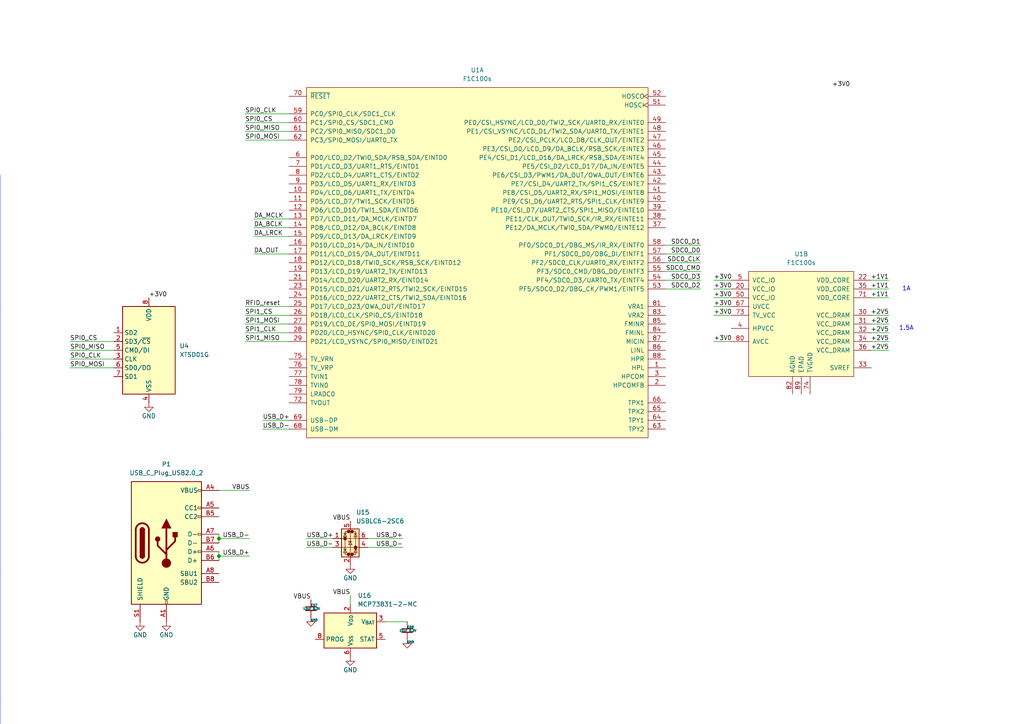
<source format=kicad_sch>
(kicad_sch (version 20250114) (generator "eeschema") (generator_version "9.0")
  (paper "A4")
  (rectangle (start -76.2 203.2) (end 0 241.3))
  (rectangle (start -76.2 165.1) (end 0 203.2))
  (rectangle (start -76.2 127) (end 0 165.1))
  (rectangle (start -76.2 50.8) (end 0 88.9))
  (rectangle (start -76.2 88.9) (end 0 127))
  (text "1A" (at 262.89 83.82 0) (effects (font (size 1.27 1.27))))
  (text "HSPI_MOSI" (at 210.82 312.42 0) (effects (font (size 1.27 1.27)) (justify left bottom)))
  (text "1.5A" (at 262.89 95.25 0) (effects (font (size 1.27 1.27))))
  (text "HSPI_CS" (at 210.82 307.34 0) (effects (font (size 1.27 1.27)) (justify left bottom)))
  (text "HSPI_MISO" (at 210.82 314.96 0) (effects (font (size 1.27 1.27)) (justify left bottom)))
  (text "VBAT->5V" (at -6.096 167.132 0) (effects (font (size 1.27 1.27))))
  (text "VBAT->4V5" (at -6.096 205.232 0) (effects (font (size 1.27 1.27))))
  (text "Wake-up" (at 177.8 304.8 0) (effects (font (size 1.27 1.27)) (justify left bottom)))
  (text "VBAT->2V5" (at -6.35 90.678 0) (effects (font (size 1.27 1.27))))
  (text "Strap" (at 179.07 307.34 0) (effects (font (size 1.27 1.27)) (justify left bottom)))
  (text "HSPI_CLK\n" (at 210.82 309.88 0) (effects (font (size 1.27 1.27)) (justify left bottom)))
  (text "HSPI_MOSI" (at 85.09 317.5 0) (effects (font (size 1.27 1.27)) (justify left bottom)))
  (text "HSPI_CLK\n" (at 85.09 320.04 0) (effects (font (size 1.27 1.27)) (justify left bottom)))
  (text "VBAT->3V0" (at -6.096 52.832 0) (effects (font (size 1.27 1.27))))
  (text "Strap" (at 179.07 312.42 0) (effects (font (size 1.27 1.27)) (justify left bottom)))
  (text "JTAG-Connector\n" (at 83.82 308.61 0) (effects (font (size 1.27 1.27)) (justify left bottom)))
  (text "HSPI_MISO" (at 85.09 314.96 0) (effects (font (size 1.27 1.27)) (justify left bottom)))
  (text "VBAT->1V1" (at -6.35 128.778 0) (effects (font (size 1.27 1.27))))
  (text "Strap" (at 179.07 309.88 0) (effects (font (size 1.27 1.27)) (justify left bottom)))
  (text "Strap" (at 130.81 307.34 0) (effects (font (size 1.27 1.27)) (justify left bottom)))
  (text "uC LED" (at 88.9 285.75 0) (effects (font (size 1.27 1.27)) (justify left bottom)))
  (text "HSPI_CS" (at 85.09 322.58 0) (effects (font (size 1.27 1.27)) (justify left bottom)))
  (text "Strap" (at 176.53 297.18 0) (effects (font (size 1.27 1.27)) (justify left bottom)))
  (junction (at 123.19 276.86))
  (junction (at 302.26 386.08))
  (junction (at 62.23 377.19))
  (junction (at 62.23 401.32))
  (junction (at -27.94 153.67))
  (junction (at 182.88 271.78))
  (junction (at -15.24 226.06))
  (junction (at -17.78 133.35))
  (junction (at 193.04 339.09))
  (junction (at 113.03 400.05))
  (junction (at 269.24 355.6))
  (junction (at -12.7 226.06))
  (junction (at 107.95 400.05))
  (junction (at 113.03 424.18))
  (junction (at -22.86 95.25))
  (junction (at 120.65 375.92))
  (junction (at 127 375.92))
  (junction (at -67.31 101.6))
  (junction (at 217.17 261.62))
  (junction (at -6.35 187.96))
  (junction (at 64.77 391.16))
  (junction (at 128.27 276.86))
  (junction (at 83.82 292.1))
  (junction (at 80.01 283.21))
  (junction (at 64.77 367.03))
  (junction (at 107.95 424.18))
  (junction (at 241.3 -91.44))
  (junction (at 210.82 269.24))
  (junction (at 55.88 367.03))
  (junction (at 177.8 345.44))
  (junction (at -63.5 185.42))
  (junction (at 154.94 400.05))
  (junction (at 241.3 -88.9))
  (junction (at 107.95 383.54))
  (junction (at -22.86 226.06))
  (junction (at 148.59 375.92))
  (junction (at 63.5 161.29))
  (junction (at 292.1 386.08))
  (junction (at -27.94 226.06))
  (junction (at 193.04 261.62))
  (junction (at 133.35 262.89))
  (junction (at 133.35 400.05))
  (junction (at 295.91 308.61))
  (junction (at -11.43 187.96))
  (junction (at 275.59 355.6))
  (junction (at 127 424.18))
  (junction (at 80.01 266.7))
  (junction (at -67.31 63.5))
  (junction (at -27.94 115.57))
  (junction (at 133.35 375.92))
  (junction (at 148.59 400.05))
  (junction (at 123.19 262.89))
  (junction (at 269.24 364.49))
  (junction (at 232.41 271.78))
  (junction (at 62.23 391.16))
  (junction (at 64.77 415.29))
  (junction (at 62.23 415.29))
  (junction (at -17.78 226.06))
  (junction (at 120.65 424.18))
  (junction (at -17.78 57.15))
  (junction (at -63.5 223.52))
  (junction (at 97.79 406.4))
  (junction (at 107.95 375.92))
  (junction (at 120.65 400.05))
  (junction (at 177.8 335.28))
  (junction (at -27.94 77.47))
  (junction (at 290.83 308.61))
  (junction (at 294.64 283.21))
  (junction (at 184.15 339.09))
  (junction (at 128.27 262.89))
  (junction (at -30.48 233.68))
  (junction (at 55.88 415.29))
  (junction (at 302.26 378.46))
  (junction (at 62.23 367.03))
  (junction (at 299.72 355.6))
  (junction (at -27.94 57.15))
  (junction (at 97.79 430.53))
  (junction (at -17.78 95.25))
  (junction (at -26.67 187.96))
  (junction (at 127 400.05))
  (junction (at 293.37 260.35))
  (junction (at 107.95 407.67))
  (junction (at 294.64 364.49))
  (junction (at 83.82 295.91))
  (junction (at 63.5 156.21))
  (junction (at -30.48 195.58))
  (junction (at 229.87 374.65))
  (junction (at 215.9 355.6))
  (junction (at 232.41 -91.44))
  (junction (at 80.01 261.62))
  (junction (at -22.86 133.35))
  (junction (at 113.03 375.92))
  (junction (at 294.64 355.6))
  (junction (at -67.31 139.7))
  (junction (at 97.79 382.27))
  (junction (at 62.23 425.45))
  (junction (at 288.29 355.6))
  (junction (at 308.61 378.46))
  (junction (at -7.62 226.06))
  (junction (at 107.95 276.86))
  (junction (at 280.67 355.6))
  (junction (at 217.17 265.43))
  (junction (at -21.59 187.96))
  (junction (at 275.59 364.49))
  (junction (at -15.24 187.96))
  (junction (at 107.95 431.8))
  (junction (at 154.94 375.92))
  (junction (at -16.51 187.96))
  (junction (at 55.88 391.16))
  (wire (pts (xy 66.04 378.46) (xy 69.85 378.46)))
  (wire (pts (xy 120.65 375.92) (xy 127 375.92)))
  (wire (pts (xy -17.78 95.25) (xy -12.7 95.25)))
  (wire (pts (xy 55.88 415.29) (xy 62.23 415.29)))
  (wire (pts (xy 128.27 342.9) (xy 140.97 342.9)))
  (wire (pts (xy -63.5 151.13) (xy -63.5 139.7)))
  (wire (pts (xy 177.8 345.44) (xy 181.61 345.44)))
  (wire (pts (xy 182.88 262.89) (xy 133.35 262.89)))
  (wire (pts (xy 49.53 415.29) (xy 55.88 415.29)))
  (wire (pts (xy 241.3 -88.9) (xy 231.14 -88.9)))
  (wire (pts (xy 106.68 290.83) (xy 109.22 290.83)))
  (wire (pts (xy 107.95 273.05) (xy 107.95 276.86)))
  (wire (pts (xy 53.34 349.25) (xy 59.69 349.25)))
  (wire (pts (xy 58.42 314.96) (xy 74.93 314.96)))
  (wire (pts (xy 120.65 400.05) (xy 127 400.05)))
  (wire (pts (xy 49.53 283.21) (xy 62.23 283.21)))
  (wire (pts (xy -22.86 226.06) (xy -17.78 226.06)))
  (wire (pts (xy 176.53 309.88) (xy 189.23 309.88)))
  (wire (pts (xy 254 294.64) (xy 257.81 294.64)))
  (wire (pts (xy 295.91 311.15) (xy 295.91 308.61)))
  (wire (pts (xy -72.39 63.5) (xy -67.31 63.5)))
  (wire (pts (xy -27.94 226.06) (xy -22.86 226.06)))
  (wire (pts (xy -39.37 223.52) (xy -31.75 223.52)))
  (wire (pts (xy 210.82 274.32) (xy 210.82 269.24)))
  (wire (pts (xy 99.06 367.03) (xy 99.06 373.38)))
  (wire (pts (xy 184.15 -19.05) (xy 171.45 -19.05)))
  (wire (pts (xy 210.82 325.12) (xy 231.14 325.12)))
  (wire (pts (xy 177.8 342.9) (xy 177.8 345.44)))
  (wire (pts (xy -63.5 74.93) (xy -63.5 63.5)))
  (wire (pts (xy 49.53 271.78) (xy 62.23 271.78)))
  (wire (pts (xy 107.95 375.92) (xy 113.03 375.92)))
  (wire (pts (xy 120.65 307.34) (xy 135.89 307.34)))
  (wire (pts (xy -27.94 137.16) (xy -27.94 153.67)))
  (wire (pts (xy -63.5 113.03) (xy -63.5 101.6)))
  (wire (pts (xy 227.33 271.78) (xy 232.41 271.78)))
  (wire (pts (xy 203.2 78.74) (xy 193.04 78.74)))
  (wire (pts (xy 64.77 375.92) (xy 64.77 377.19)))
  (wire (pts (xy 58.42 292.1) (xy 73.66 292.1)))
  (wire (pts (xy 308.61 378.46) (xy 308.61 355.6)))
  (wire (pts (xy 288.29 355.6) (xy 294.64 355.6)))
  (wire (pts (xy 212.09 364.49) (xy 212.09 374.65)))
  (wire (pts (xy 148.59 400.05) (xy 154.94 400.05)))
  (wire (pts (xy -11.43 -97.79) (xy -1.27 -97.79)))
  (wire (pts (xy -20.32 228.6) (xy -15.24 228.6)))
  (wire (pts (xy 218.44 295.91) (xy 222.25 295.91)))
  (wire (pts (xy 81.28 295.91) (xy 83.82 295.91)))
  (wire (pts (xy 269.24 355.6) (xy 275.59 355.6)))
  (wire (pts (xy 232.41 -97.79) (xy 232.41 -91.44)))
  (wire (pts (xy -12.7 226.06) (xy -7.62 226.06)))
  (wire (pts (xy 290.83 318.77) (xy 289.56 318.77)))
  (wire (pts (xy 127 424.18) (xy 133.35 424.18)))
  (wire (pts (xy -17.78 133.35) (xy -12.7 133.35)))
  (wire (pts (xy 85.09 314.96) (xy 95.25 314.96)))
  (wire (pts (xy 49.53 417.83) (xy 49.53 415.29)))
  (wire (pts (xy -72.39 185.42) (xy -63.5 185.42)))
  (wire (pts (xy 64.77 400.05) (xy 64.77 401.32)))
  (wire (pts (xy 242.57 265.43) (xy 257.81 265.43)))
  (wire (pts (xy 215.9 364.49) (xy 218.44 364.49)))
  (wire (pts (xy -31.75 170.18) (xy -52.07 170.18)))
  (wire (pts (xy 99.06 373.38) (xy 91.44 373.38)))
  (wire (pts (xy -39.37 233.68) (xy -39.37 231.14)))
  (wire (pts (xy 49.53 359.41) (xy 73.66 359.41)))
  (wire (pts (xy -22.86 133.35) (xy -17.78 133.35)))
  (wire (pts (xy 63.5 156.21) (xy 63.5 157.48)))
  (wire (pts (xy 242.57 269.24) (xy 246.38 269.24)))
  (wire (pts (xy 107.95 276.86) (xy 107.95 279.4)))
  (wire (pts (xy 269.24 364.49) (xy 275.59 364.49)))
  (wire (pts (xy 73.66 299.72) (xy 58.42 299.72)))
  (wire (pts (xy 120.65 302.26) (xy 135.89 302.26)))
  (wire (pts (xy 210.82 309.88) (xy 220.98 309.88)))
  (wire (pts (xy 232.41 -91.44) (xy 231.14 -91.44)))
  (wire (pts (xy 128.27 276.86) (xy 123.19 276.86)))
  (wire (pts (xy -11.43 -95.25) (xy -1.27 -95.25)))
  (wire (pts (xy 190.5 276.86) (xy 176.53 276.86)))
  (wire (pts (xy 198.12 261.62) (xy 193.04 261.62)))
  (wire (pts (xy 299.72 355.6) (xy 308.61 355.6)))
  (wire (pts (xy 212.09 355.6) (xy 212.09 356.87)))
  (wire (pts (xy 242.57 285.75) (xy 257.81 285.75)))
  (wire (pts (xy 69.85 266.7) (xy 80.01 266.7)))
  (wire (pts (xy 49.53 369.57) (xy 49.53 367.03)))
  (wire (pts (xy 264.16 355.6) (xy 269.24 355.6)))
  (wire (pts (xy 72.39 142.24) (xy 63.5 142.24)))
  (wire (pts (xy 62.23 401.32) (xy 64.77 401.32)))
  (wire (pts (xy 101.6 172.72) (xy 101.6 175.26)))
  (wire (pts (xy 257.81 96.52) (xy 252.73 96.52)))
  (wire (pts (xy 251.46 312.42) (xy 251.46 313.69)))
  (wire (pts (xy 193.04 339.09) (xy 193.04 345.44)))
  (wire (pts (xy 91.44 375.92) (xy 107.95 375.92)))
  (wire (pts (xy 128.27 262.89) (xy 128.27 264.16)))
  (wire (pts (xy 58.42 351.79) (xy 58.42 356.87)))
  (wire (pts (xy 64.77 367.03) (xy 74.93 367.03)))
  (wire (pts (xy 83.82 121.92) (xy 76.2 121.92)))
  (wire (pts (xy 49.53 261.62) (xy 62.23 261.62)))
  (wire (pts (xy 294.64 363.22) (xy 294.64 364.49)))
  (wire (pts (xy -17.78 226.06) (xy -15.24 226.06)))
  (wire (pts (xy 302.26 378.46) (xy 308.61 378.46)))
  (wire (pts (xy -16.51 187.96) (xy -15.24 187.96)))
  (wire (pts (xy 269.24 364.49) (xy 269.24 363.22)))
  (wire (pts (xy 97.79 382.27) (xy 97.79 383.54)))
  (wire (pts (xy 292.1 327.66) (xy 311.15 327.66)))
  (wire (pts (xy -72.39 139.7) (xy -67.31 139.7)))
  (wire (pts (xy 238.76 -91.44) (xy 241.3 -91.44)))
  (wire (pts (xy 241.3 -97.79) (xy 241.3 -91.44)))
  (wire (pts (xy -27.94 109.22) (xy -27.94 115.57)))
  (wire (pts (xy 120.65 297.18) (xy 135.89 297.18)))
  (wire (pts (xy 294.64 283.21) (xy 302.26 283.21)))
  (wire (pts (xy 55.88 391.16) (xy 62.23 391.16)))
  (wire (pts (xy 289.56 260.35) (xy 293.37 260.35)))
  (wire (pts (xy 123.19 281.94) (xy 135.89 281.94)))
  (wire (pts (xy 95.25 382.27) (xy 97.79 382.27)))
  (wire (pts (xy 55.88 415.29) (xy 55.88 417.83)))
  (wire (pts (xy 55.88 391.16) (xy 55.88 393.7)))
  (wire (pts (xy 63.5 154.94) (xy 63.5 156.21)))
  (wire (pts (xy -33.02 133.35) (xy -22.86 133.35)))
  (wire (pts (xy 189.23 345.44) (xy 193.04 345.44)))
  (wire (pts (xy 187.96 304.8) (xy 176.53 304.8)))
  (wire (pts (xy 176.53 297.18) (xy 190.5 297.18)))
  (wire (pts (xy 107.95 383.54) (xy 113.03 383.54)))
  (wire (pts (xy -33.02 95.25) (xy -33.02 113.03)))
  (wire (pts (xy 99.06 397.51) (xy 91.44 397.51)))
  (wire (pts (xy 217.17 265.43) (xy 217.17 271.78)))
  (wire (pts (xy 120.65 424.18) (xy 127 424.18)))
  (wire (pts (xy 49.53 391.16) (xy 55.88 391.16)))
  (wire (pts (xy 242.57 355.6) (xy 251.46 355.6)))
  (wire (pts (xy -39.37 185.42) (xy -31.75 185.42)))
  (wire (pts (xy -63.5 185.42) (xy -59.69 185.42)))
  (wire (pts (xy 71.12 38.1) (xy 83.82 38.1)))
  (wire (pts (xy -48.26 77.47) (xy -27.94 77.47)))
  (wire (pts (xy 289.56 283.21) (xy 294.64 283.21)))
  (wire (pts (xy 123.19 273.05) (xy 123.19 276.86)))
  (wire (pts (xy 113.03 375.92) (xy 120.65 375.92)))
  (wire (pts (xy 83.82 406.4) (xy 87.63 406.4)))
  (wire (pts (xy 133.35 274.32) (xy 133.35 262.89)))
  (wire (pts (xy 193.04 259.08) (xy 193.04 261.62)))
  (wire (pts (xy -63.5 170.18) (xy -63.5 185.42)))
  (wire (pts (xy 69.85 424.18) (xy 64.77 424.18)))
  (wire (pts (xy 242.57 262.89) (xy 257.81 262.89)))
  (wire (pts (xy 71.12 93.98) (xy 83.82 93.98)))
  (wire (pts (xy 233.68 -97.79) (xy 232.41 -97.79)))
  (wire (pts (xy 123.19 265.43) (xy 123.19 262.89)))
  (wire (pts (xy 95.25 406.4) (xy 97.79 406.4)))
  (wire (pts (xy 242.57 260.35) (xy 257.81 260.35)))
  (wire (pts (xy 292.1 386.08) (xy 302.26 386.08)))
  (wire (pts (xy 63.5 156.21) (xy 72.39 156.21)))
  (wire (pts (xy 66.04 402.59) (xy 69.85 402.59)))
  (wire (pts (xy 63.5 161.29) (xy 63.5 162.56)))
  (wire (pts (xy 243.84 -88.9) (xy 241.3 -88.9)))
  (wire (pts (xy 294.64 355.6) (xy 299.72 355.6)))
  (wire (pts (xy 198.12 269.24) (xy 193.04 269.24)))
  (wire (pts (xy 241.3 -91.44) (xy 241.3 -88.9)))
  (wire (pts (xy 242.57 288.29) (xy 257.81 288.29)))
  (wire (pts (xy 184.15 -16.51) (xy 171.45 -16.51)))
  (wire (pts (xy 171.45 -6.35) (xy 176.53 -6.35)))
  (wire (pts (xy 177.8 335.28) (xy 181.61 335.28)))
  (wire (pts (xy 246.38 312.42) (xy 251.46 312.42)))
  (wire (pts (xy -22.86 95.25) (xy -22.86 99.06)))
  (wire (pts (xy 107.95 262.89) (xy 123.19 262.89)))
  (wire (pts (xy 218.44 298.45) (xy 223.52 298.45)))
  (wire (pts (xy 80.01 257.81) (xy 80.01 261.62)))
  (wire (pts (xy -33.02 113.03) (xy -38.1 113.03)))
  (wire (pts (xy -15.24 193.04) (xy -15.24 195.58)))
  (wire (pts (xy 111.76 180.34) (xy 118.11 180.34)))
  (wire (pts (xy 184.15 339.09) (xy 182.88 339.09)))
  (wire (pts (xy -33.02 95.25) (xy -22.86 95.25)))
  (wire (pts (xy 71.12 35.56) (xy 83.82 35.56)))
  (wire (pts (xy 260.35 334.01) (xy 267.97 334.01)))
  (wire (pts (xy -15.24 231.14) (xy -15.24 233.68)))
  (wire (pts (xy 49.53 359.41) (xy 49.53 346.71)))
  (wire (pts (xy 246.38 309.88) (xy 250.19 309.88)))
  (wire (pts (xy 64.77 367.03) (xy 64.77 373.38)))
  (wire (pts (xy 219.71 271.78) (xy 217.17 271.78)))
  (wire (pts (xy 176.53 307.34) (xy 187.96 307.34)))
  (wire (pts (xy 49.53 393.7) (xy 49.53 391.16)))
  (wire (pts (xy 58.42 322.58) (xy 68.58 322.58)))
  (wire (pts (xy 203.2 73.66) (xy 193.04 73.66)))
  (wire (pts (xy 242.57 292.1) (xy 246.38 292.1)))
  (wire (pts (xy 257.81 83.82) (xy 252.73 83.82)))
  (wire (pts (xy 69.85 283.21) (xy 80.01 283.21)))
  (wire (pts (xy 49.53 346.71) (xy 59.69 346.71)))
  (wire (pts (xy 176.53 284.48) (xy 187.96 284.48)))
  (wire (pts (xy 242.57 294.64) (xy 246.38 294.64)))
  (wire (pts (xy 238.76 -97.79) (xy 241.3 -97.79)))
  (wire (pts (xy 207.01 99.06) (xy 212.09 99.06)))
  (wire (pts (xy 91.44 378.46) (xy 97.79 378.46)))
  (wire (pts (xy -11.43 -100.33) (xy -1.27 -100.33)))
  (wire (pts (xy 182.88 271.78) (xy 182.88 262.89)))
  (wire (pts (xy -43.18 113.03) (xy -48.26 113.03)))
  (wire (pts (xy 97.79 431.8) (xy 107.95 431.8)))
  (wire (pts (xy 204.47 384.81) (xy 204.47 391.16)))
  (wire (pts (xy 293.37 321.31) (xy 293.37 326.39)))
  (wire (pts (xy -26.67 187.96) (xy -21.59 187.96)))
  (wire (pts (xy 176.53 279.4) (xy 193.04 279.4)))
  (wire (pts (xy -22.86 101.6) (xy -22.86 104.14)))
  (wire (pts (xy 146.05 375.92) (xy 148.59 375.92)))
  (wire (pts (xy -22.86 133.35) (xy -22.86 137.16)))
  (wire (pts (xy 231.14 321.31) (xy 231.14 325.12)))
  (wire (pts (xy -31.75 208.28) (xy -52.07 208.28)))
  (wire (pts (xy 182.88 274.32) (xy 182.88 271.78)))
  (wire (pts (xy 107.95 424.18) (xy 113.03 424.18)))
  (wire (pts (xy 279.4 377.19) (xy 279.4 378.46)))
  (wire (pts (xy 0 226.06) (xy -7.62 226.06)))
  (wire (pts (xy -27.94 99.06) (xy -27.94 101.6)))
  (wire (pts (xy -48.26 153.67) (xy -27.94 153.67)))
  (wire (pts (xy 123.19 284.48) (xy 135.89 284.48)))
  (wire (pts (xy 120.65 292.1) (xy 135.89 292.1)))
  (wire (pts (xy -39.37 226.06) (xy -27.94 226.06)))
  (wire (pts (xy -27.94 104.14) (xy -27.94 106.68)))
  (wire (pts (xy 184.15 339.09) (xy 193.04 339.09)))
  (wire (pts (xy 64.77 415.29) (xy 64.77 421.64)))
  (wire (pts (xy -30.48 195.58) (xy -30.48 198.12)))
  (wire (pts (xy -33.02 74.93) (xy -38.1 74.93)))
  (wire (pts (xy 280.67 355.6) (xy 288.29 355.6)))
  (wire (pts (xy 69.85 400.05) (xy 64.77 400.05)))
  (wire (pts (xy 69.85 373.38) (xy 64.77 373.38)))
  (wire (pts (xy 97.79 430.53) (xy 97.79 431.8)))
  (wire (pts (xy -22.86 158.75) (xy -22.86 161.29)))
  (wire (pts (xy 62.23 415.29) (xy 64.77 415.29)))
  (wire (pts (xy 73.66 63.5) (xy 83.82 63.5)))
  (wire (pts (xy 294.64 364.49) (xy 299.72 364.49)))
  (wire (pts (xy 275.59 364.49) (xy 280.67 364.49)))
  (wire (pts (xy 187.96 312.42) (xy 176.53 312.42)))
  (wire (pts (xy 20.32 106.68) (xy 33.02 106.68)))
  (wire (pts (xy 290.83 307.34) (xy 290.83 308.61)))
  (wire (pts (xy 292.1 323.85) (xy 292.1 327.66)))
  (wire (pts (xy 88.9 156.21) (xy 96.52 156.21)))
  (wire (pts (xy 71.12 96.52) (xy 83.82 96.52)))
  (wire (pts (xy 190.5 -68.58) (xy 200.66 -68.58)))
  (wire (pts (xy 62.23 391.16) (xy 62.23 393.7)))
  (wire (pts (xy 83.82 295.91) (xy 83.82 292.1)))
  (wire (pts (xy 173.99 271.78) (xy 182.88 271.78)))
  (wire (pts (xy 184.15 -24.13) (xy 171.45 -24.13)))
  (wire (pts (xy -6.35 187.96) (xy -1.27 187.96)))
  (wire (pts (xy 176.53 281.94) (xy 187.96 281.94)))
  (wire (pts (xy 63.5 161.29) (xy 72.39 161.29)))
  (wire (pts (xy 91.44 424.18) (xy 107.95 424.18)))
  (wire (pts (xy 107.95 431.8) (xy 113.03 431.8)))
  (wire (pts (xy 218.44 293.37) (xy 229.87 293.37)))
  (wire (pts (xy 223.52 298.45) (xy 223.52 299.72)))
  (wire (pts (xy 107.95 400.05) (xy 113.03 400.05)))
  (wire (pts (xy 171.45 -8.89) (xy 175.26 -8.89)))
  (wire (pts (xy -31.75 223.52) (xy -31.75 208.28)))
  (wire (pts (xy 59.69 351.79) (xy 58.42 351.79)))
  (wire (pts (xy 203.2 83.82) (xy 193.04 83.82)))
  (wire (pts (xy -11.43 -102.87) (xy -1.27 -102.87)))
  (wire (pts (xy 58.42 356.87) (xy 73.66 356.87)))
  (wire (pts (xy 257.81 101.6) (xy 252.73 101.6)))
  (wire (pts (xy 74.93 346.71) (xy 76.2 346.71)))
  (wire (pts (xy -11.43 -90.17) (xy -1.27 -90.17)))
  (wire (pts (xy 242.57 364.49) (xy 269.24 364.49)))
  (wire (pts (xy -30.48 228.6) (xy -30.48 231.14)))
  (wire (pts (xy 257.81 91.44) (xy 252.73 91.44)))
  (wire (pts (xy 275.59 363.22) (xy 275.59 364.49)))
  (wire (pts (xy 257.81 93.98) (xy 252.73 93.98)))
  (wire (pts (xy 215.9 261.62) (xy 217.17 261.62)))
  (wire (pts (xy 120.65 304.8) (xy 135.89 304.8)))
  (wire (pts (xy 233.68 -91.44) (xy 232.41 -91.44)))
  (wire (pts (xy 99.06 421.64) (xy 91.44 421.64)))
  (wire (pts (xy 161.29 345.44) (xy 177.8 345.44)))
  (wire (pts (xy 133.35 400.05) (xy 138.43 400.05)))
  (wire (pts (xy 85.09 322.58) (xy 95.25 322.58)))
  (wire (pts (xy 161.29 335.28) (xy 177.8 335.28)))
  (wire (pts (xy 297.18 378.46) (xy 302.26 378.46)))
  (wire (pts (xy 87.63 391.16) (xy 99.06 391.16)))
  (wire (pts (xy 190.5 -71.12) (xy 200.66 -71.12)))
  (wire (pts (xy -33.02 151.13) (xy -38.1 151.13)))
  (wire (pts (xy 133.35 262.89) (xy 128.27 262.89)))
  (wire (pts (xy 69.85 271.78) (xy 80.01 271.78)))
  (wire (pts (xy 91.44 400.05) (xy 107.95 400.05)))
  (wire (pts (xy -33.02 57.15) (xy -27.94 57.15)))
  (wire (pts (xy -30.48 233.68) (xy -30.48 236.22)))
  (wire (pts (xy 135.89 312.42) (xy 121.92 312.42)))
  (wire (pts (xy -31.75 185.42) (xy -31.75 170.18)))
  (wire (pts (xy 290.83 308.61) (xy 290.83 318.77)))
  (wire (pts (xy 69.85 375.92) (xy 64.77 375.92)))
  (wire (pts (xy -48.26 115.57) (xy -27.94 115.57)))
  (wire (pts (xy 73.66 73.66) (xy 83.82 73.66)))
  (wire (pts (xy 217.17 261.62) (xy 219.71 261.62)))
  (wire (pts (xy 116.84 156.21) (xy 106.68 156.21)))
  (wire (pts (xy 207.01 86.36) (xy 212.09 86.36)))
  (wire (pts (xy 255.27 -88.9) (xy 251.46 -88.9)))
  (wire (pts (xy 254 292.1) (xy 257.81 292.1)))
  (wire (pts (xy -43.18 151.13) (xy -48.26 151.13)))
  (wire (pts (xy 91.44 402.59) (xy 97.79 402.59)))
  (wire (pts (xy 71.12 33.02) (xy 83.82 33.02)))
  (wire (pts (xy 80.01 266.7) (xy 80.01 261.62)))
  (wire (pts (xy 207.01 83.82) (xy 212.09 83.82)))
  (wire (pts (xy 81.28 299.72) (xy 83.82 299.72)))
  (wire (pts (xy 254 269.24) (xy 257.81 269.24)))
  (wire (pts (xy 71.12 88.9) (xy 83.82 88.9)))
  (wire (pts (xy 218.44 355.6) (xy 215.9 355.6)))
  (wire (pts (xy -11.43 -92.71) (xy -1.27 -92.71)))
  (wire (pts (xy 120.65 294.64) (xy 135.89 294.64)))
  (wire (pts (xy 64.77 391.16) (xy 64.77 397.51)))
  (wire (pts (xy 133.35 375.92) (xy 138.43 375.92)))
  (wire (pts (xy 62.23 367.03) (xy 62.23 369.57)))
  (wire (pts (xy -22.86 198.12) (xy -25.4 198.12)))
  (wire (pts (xy 293.37 326.39) (xy 295.91 326.39)))
  (wire (pts (xy 161.29 342.9) (xy 161.29 345.44)))
  (wire (pts (xy 232.41 265.43) (xy 232.41 271.78)))
  (wire (pts (xy 62.23 415.29) (xy 62.23 417.83)))
  (wire (pts (xy 113.03 400.05) (xy 120.65 400.05)))
  (wire (pts (xy 295.91 308.61) (xy 311.15 308.61)))
  (wire (pts (xy 83.82 299.72) (xy 83.82 295.91)))
  (wire (pts (xy 55.88 367.03) (xy 62.23 367.03)))
  (wire (pts (xy 97.79 406.4) (xy 97.79 407.67)))
  (wire (pts (xy 62.23 391.16) (xy 64.77 391.16)))
  (wire (pts (xy -30.48 195.58) (xy -39.37 195.58)))
  (wire (pts (xy -22.86 156.21) (xy -22.86 153.67)))
  (wire (pts (xy 123.19 262.89) (xy 128.27 262.89)))
  (wire (pts (xy 107.95 276.86) (xy 110.49 276.86)))
  (wire (pts (xy 212.09 355.6) (xy 215.9 355.6)))
  (wire (pts (xy 280.67 363.22) (xy 280.67 364.49)))
  (wire (pts (xy 49.53 367.03) (xy 55.88 367.03)))
  (wire (pts (xy 154.94 400.05) (xy 161.29 400.05)))
  (wire (pts (xy -63.5 63.5) (xy -67.31 63.5)))
  (wire (pts (xy 135.89 274.32) (xy 133.35 274.32)))
  (wire (pts (xy 207.01 88.9) (xy 212.09 88.9)))
  (wire (pts (xy 275.59 355.6) (xy 280.67 355.6)))
  (wire (pts (xy -33.02 57.15) (xy -33.02 74.93)))
  (wire (pts (xy 212.09 374.65) (xy 229.87 374.65)))
  (wire (pts (xy -27.94 57.15) (xy -17.78 57.15)))
  (wire (pts (xy 69.85 261.62) (xy 80.01 261.62)))
  (wire (pts (xy 184.15 -21.59) (xy 171.45 -21.59)))
  (wire (pts (xy -57.15 208.28) (xy -63.5 208.28)))
  (wire (pts (xy 62.23 377.19) (xy 64.77 377.19)))
  (wire (pts (xy 176.53 274.32) (xy 182.88 274.32)))
  (wire (pts (xy -39.37 187.96) (xy -26.67 187.96)))
  (wire (pts (xy 193.04 335.28) (xy 193.04 339.09)))
  (wire (pts (xy -63.5 223.52) (xy -59.69 223.52)))
  (wire (pts (xy 58.42 331.47) (xy 68.58 331.47)))
  (wire (pts (xy 190.5 294.64) (xy 176.53 294.64)))
  (wire (pts (xy 107.95 407.67) (xy 113.03 407.67)))
  (wire (pts (xy 62.23 425.45) (xy 64.77 425.45)))
  (wire (pts (xy -11.43 187.96) (xy -6.35 187.96)))
  (wire (pts (xy -22.86 236.22) (xy -25.4 236.22)))
  (wire (pts (xy 85.09 320.04) (xy 95.25 320.04)))
  (wire (pts (xy 260.35 328.93) (xy 260.35 334.01)))
  (wire (pts (xy 73.66 295.91) (xy 58.42 295.91)))
  (wire (pts (xy 68.58 322.58) (xy 68.58 325.12)))
  (wire (pts (xy 76.2 124.46) (xy 83.82 124.46)))
  (wire (pts (xy 232.41 271.78) (xy 232.41 273.05)))
  (wire (pts (xy 120.65 299.72) (xy 135.89 299.72)))
  (wire (pts (xy 280.67 334.01) (xy 280.67 328.93)))
  (wire (pts (xy 205.74 269.24) (xy 210.82 269.24)))
  (wire (pts (xy -39.37 195.58) (xy -39.37 193.04)))
  (wire (pts (xy -63.5 139.7) (xy -67.31 139.7)))
  (wire (pts (xy 107.95 279.4) (xy 135.89 279.4)))
  (wire (pts (xy 91.44 426.72) (xy 97.79 426.72)))
  (wire (pts (xy 118.11 276.86) (xy 123.19 276.86)))
  (wire (pts (xy 210.82 314.96) (xy 220.98 314.96)))
  (wire (pts (xy 66.04 426.72) (xy 69.85 426.72)))
  (wire (pts (xy 97.79 402.59) (xy 97.79 406.4)))
  (wire (pts (xy 127 375.92) (xy 133.35 375.92)))
  (wire (pts (xy 288.29 363.22) (xy 288.29 364.49)))
  (wire (pts (xy 71.12 91.44) (xy 83.82 91.44)))
  (wire (pts (xy -57.15 170.18) (xy -63.5 170.18)))
  (wire (pts (xy 190.5 -73.66) (xy 200.66 -73.66)))
  (wire (pts (xy 64.77 415.29) (xy 74.93 415.29)))
  (wire (pts (xy 148.59 375.92) (xy 154.94 375.92)))
  (wire (pts (xy 219.71 265.43) (xy 217.17 265.43)))
  (wire (pts (xy 107.95 265.43) (xy 107.95 262.89)))
  (wire (pts (xy 254 271.78) (xy 257.81 271.78)))
  (wire (pts (xy -15.24 226.06) (xy -12.7 226.06)))
  (wire (pts (xy 116.84 158.75) (xy 106.68 158.75)))
  (wire (pts (xy 255.27 326.39) (xy 260.35 326.39)))
  (wire (pts (xy 83.82 382.27) (xy 87.63 382.27)))
  (wire (pts (xy -63.5 101.6) (xy -67.31 101.6)))
  (wire (pts (xy 161.29 335.28) (xy 161.29 337.82)))
  (wire (pts (xy 210.82 307.34) (xy 220.98 307.34)))
  (wire (pts (xy 193.04 261.62) (xy 193.04 269.24)))
  (wire (pts (xy 257.81 86.36) (xy 252.73 86.36)))
  (wire (pts (xy 97.79 378.46) (xy 97.79 382.27)))
  (wire (pts (xy -63.5 208.28) (xy -63.5 223.52)))
  (wire (pts (xy 80.01 266.7) (xy 80.01 271.78)))
  (wire (pts (xy 269.24 374.65) (xy 269.24 372.11)))
  (wire (pts (xy 257.81 99.06) (xy 252.73 99.06)))
  (wire (pts (xy -33.02 133.35) (xy -33.02 151.13)))
  (wire (pts (xy 120.65 289.56) (xy 135.89 289.56)))
  (wire (pts (xy 71.12 40.64) (xy 83.82 40.64)))
  (wire (pts (xy 95.25 430.53) (xy 97.79 430.53)))
  (wire (pts (xy 229.87 372.11) (xy 229.87 374.65)))
  (wire (pts (xy 135.89 287.02) (xy 121.92 287.02)))
  (wire (pts (xy 290.83 308.61) (xy 295.91 308.61)))
  (wire (pts (xy 203.2 76.2) (xy 193.04 76.2)))
  (wire (pts (xy 207.01 81.28) (xy 212.09 81.28)))
  (wire (pts (xy 127 400.05) (xy 133.35 400.05)))
  (wire (pts (xy 210.82 320.04) (xy 228.6 320.04)))
  (wire (pts (xy 62.23 367.03) (xy 64.77 367.03)))
  (wire (pts (xy -27.94 153.67) (xy -22.86 153.67)))
  (wire (pts (xy 80.01 278.13) (xy 80.01 283.21)))
  (wire (pts (xy 246.38 307.34) (xy 257.81 307.34)))
  (wire (pts (xy 81.28 292.1) (xy 83.82 292.1)))
  (wire (pts (xy 280.67 323.85) (xy 292.1 323.85)))
  (wire (pts (xy 97.79 407.67) (xy 107.95 407.67)))
  (wire (pts (xy 73.66 68.58) (xy 83.82 68.58)))
  (wire (pts (xy -15.24 187.96) (xy -15.24 190.5)))
  (wire (pts (xy 287.02 378.46) (xy 279.4 378.46)))
  (wire (pts (xy 49.53 278.13) (xy 62.23 278.13)))
  (wire (pts (xy 63.5 160.02) (xy 63.5 161.29)))
  (wire (pts (xy 55.88 367.03) (xy 55.88 369.57)))
  (wire (pts (xy 87.63 415.29) (xy 99.06 415.29)))
  (wire (pts (xy 229.87 374.65) (xy 269.24 374.65)))
  (wire (pts (xy -15.24 187.96) (xy -11.43 187.96)))
  (wire (pts (xy 135.89 276.86) (xy 128.27 276.86)))
  (wire (pts (xy -22.86 106.68) (xy -22.86 109.22)))
  (wire (pts (xy 293.37 260.35) (xy 300.99 260.35)))
  (wire (pts (xy 120.65 309.88) (xy 120.65 314.96)))
  (wire (pts (xy 49.53 266.7) (xy 62.23 266.7)))
  (wire (pts (xy 210.82 312.42) (xy 220.98 312.42)))
  (wire (pts (xy 97.79 383.54) (xy 107.95 383.54)))
  (wire (pts (xy 85.09 317.5) (xy 95.25 317.5)))
  (wire (pts (xy -30.48 233.68) (xy -39.37 233.68)))
  (wire (pts (xy 176.53 287.02) (xy 193.04 287.02)))
  (wire (pts (xy 280.67 318.77) (xy 281.94 318.77)))
  (wire (pts (xy 97.79 426.72) (xy 97.79 430.53)))
  (wire (pts (xy 171.45 -11.43) (xy 189.23 -11.43)))
  (wire (pts (xy 128.27 337.82) (xy 140.97 337.82)))
  (wire (pts (xy 190.5 292.1) (xy 176.53 292.1)))
  (wire (pts (xy -22.86 95.25) (xy -17.78 95.25)))
  (wire (pts (xy 64.77 424.18) (xy 64.77 425.45)))
  (wire (pts (xy 83.82 430.53) (xy 87.63 430.53)))
  (wire (pts (xy 20.32 104.14) (xy 33.02 104.14)))
  (wire (pts (xy -21.59 187.96) (xy -16.51 187.96)))
  (wire (pts (xy -17.78 57.15) (xy -12.7 57.15)))
  (wire (pts (xy 242.57 283.21) (xy 257.81 283.21)))
  (wire (pts (xy 64.77 391.16) (xy 74.93 391.16)))
  (wire (pts (xy 83.82 289.56) (xy 83.82 292.1)))
  (wire (pts (xy -15.24 226.06) (xy -15.24 228.6)))
  (wire (pts (xy 20.32 101.6) (xy 33.02 101.6)))
  (wire (pts (xy 72.39 325.12) (xy 68.58 325.12)))
  (wire (pts (xy 311.15 311.15) (xy 311.15 308.61)))
  (wire (pts (xy 189.23 335.28) (xy 193.04 335.28)))
  (wire (pts (xy 69.85 278.13) (xy 80.01 278.13)))
  (wire (pts (xy 217.17 261.62) (xy 217.17 265.43)))
  (wire (pts (xy 58.42 317.5) (xy 68.58 317.5)))
  (wire (pts (xy 88.9 158.75) (xy 96.52 158.75)))
  (wire (pts (xy 69.85 421.64) (xy 64.77 421.64)))
  (wire (pts (xy 270.51 334.01) (xy 280.67 334.01)))
  (wire (pts (xy 87.63 367.03) (xy 99.06 367.03)))
  (wire (pts (xy 20.32 99.06) (xy 33.02 99.06)))
  (wire (pts (xy 99.06 391.16) (xy 99.06 397.51)))
  (wire (pts (xy 128.27 335.28) (xy 140.97 335.28)))
  (wire (pts (xy 120.65 309.88) (xy 135.89 309.88)))
  (wire (pts (xy -30.48 190.5) (xy -30.48 193.04)))
  (wire (pts (xy 74.93 351.79) (xy 80.01 351.79)))
  (wire (pts (xy 288.29 364.49) (xy 294.64 364.49)))
  (wire (pts (xy 210.82 322.58) (xy 214.63 322.58)))
  (wire (pts (xy 73.66 66.04) (xy 83.82 66.04)))
  (wire (pts (xy 257.81 81.28) (xy 252.73 81.28)))
  (wire (pts (xy -27.94 156.21) (xy -27.94 158.75)))
  (wire (pts (xy 302.26 386.08) (xy 308.61 386.08)))
  (wire (pts (xy 113.03 424.18) (xy 120.65 424.18)))
  (wire (pts (xy -43.18 74.93) (xy -48.26 74.93)))
  (wire (pts (xy 146.05 400.05) (xy 148.59 400.05)))
  (wire (pts (xy 154.94 375.92) (xy 161.29 375.92)))
  (wire (pts (xy 280.67 321.31) (xy 293.37 321.31)))
  (wire (pts (xy 227.33 265.43) (xy 232.41 265.43)))
  (wire (pts (xy 58.42 320.04) (xy 68.58 320.04)))
  (wire (pts (xy 311.15 327.66) (xy 311.15 326.39)))
  (wire (pts (xy -72.39 101.6) (xy -67.31 101.6)))
  (wire (pts (xy -27.94 161.29) (xy -27.94 162.56)))
  (wire (pts (xy 203.2 81.28) (xy 193.04 81.28)))
  (wire (pts (xy 207.01 91.44) (xy 212.09 91.44)))
  (wire (pts (xy 99.06 415.29) (xy 99.06 421.64)))
  (wire (pts (xy 299.72 363.22) (xy 299.72 364.49)))
  (wire (pts (xy -72.39 223.52) (xy -63.5 223.52)))
  (wire (pts (xy 69.85 397.51) (xy 64.77 397.51)))
  (wire (pts (xy 242.57 271.78) (xy 246.38 271.78)))
  (wire (pts (xy 71.12 99.06) (xy 83.82 99.06)))
  (wire (pts (xy 203.2 71.12) (xy 193.04 71.12)))
  (label "+3V0" (at 241.3 25.4 0))
  (label "SPI0_CLK" (at 71.12 33.02 0))
  (label "USB_D+" (at 72.39 161.29 180))
  (label "JTAG_TDI" (at 220.98 314.96 0))
  (label "+3V0" (at 207.01 91.44 0))
  (label "EN" (at 218.44 274.32 0))
  (label "JTAD_TDO" (at 187.96 312.42 0))
  (label "LED_DQ" (at 123.19 284.48 0))
  (label "DIN" (at 242.57 288.29 0))
  (label "KY040-DT" (at 73.66 356.87 0))
  (label "DA_LRCK" (at 190.5 -73.66 0))
  (label "SPI1_MISO" (at 71.12 99.06 0))
  (label "EN" (at 218.44 279.4 0))
  (label "SDA" (at 193.04 287.02 0))
  (label "SCL" (at 193.04 279.4 0))
  (label "BOOT_MODE" (at 68.58 331.47 0))
  (label "SDC0_CMD" (at -11.43 -97.79 0))
  (label "+2V5" (at 257.81 101.6 180))
  (label "SPI0_MISO" (at 71.12 38.1 0))
  (label "SPI0_MOSI" (at 20.32 106.68 0))
  (label "+3V0" (at 207.01 99.06 0))
  (label "SDC0_D3" (at 203.2 81.28 180))
  (label "+1V1" (at 257.81 83.82 180))
  (label "TX0" (at 68.58 317.5 0))
  (label "EN" (at 66.04 426.72 0))
  (label "SPI0_MOSI" (at 71.12 40.64 0))
  (label "JTAG_TCLK" (at 220.98 312.42 0))
  (label "+1V1" (at 257.81 86.36 180))
  (label "SDC0_CLK" (at -11.43 -95.25 0))
  (label "BCLK" (at 242.57 285.75 0))
  (label "VBUS" (at 72.39 142.24 180))
  (label "KY040-SW" (at 58.42 292.1 180))
  (label "EN" (at 66.04 402.59 0))
  (label "PIR" (at 189.23 309.88 0))
  (label "SCL" (at 49.53 261.62 0))
  (label "SDC0_D0" (at 203.2 73.66 180))
  (label "+3V0" (at 43.18 86.36 0))
  (label "+2V5" (at 257.81 96.52 180))
  (label "KY040-DT" (at 187.96 304.8 0))
  (label "ADC" (at 121.92 287.02 0))
  (label "+5V_LED" (at 229.87 293.37 0))
  (label "RX0" (at 68.58 320.04 0))
  (label "GAIN" (at 242.57 292.1 0))
  (label "JTAG_TDI" (at 95.25 314.96 0))
  (label "+5V_left" (at 161.29 400.05 0))
  (label "KY040-CLK" (at 58.42 299.72 180))
  (label "USB_D-" (at 116.84 158.75 180))
  (label "KY040-SW" (at 190.5 292.1 0))
  (label "USB_D+" (at 88.9 156.21 0))
  (label "+5V_right" (at 161.29 375.92 0))
  (label "USB_D+" (at 116.84 156.21 180))
  (label "JTAG_TMS" (at 120.65 304.8 0))
  (label "SDC0_D1" (at 203.2 71.12 180))
  (label "SDC0_D0" (at -11.43 -92.71 0))
  (label "SPI0_CLK" (at 20.32 104.14 0))
  (label "SPI0_CS" (at 20.32 99.06 0))
  (label "SCL" (at 128.27 335.28 0))
  (label "MFP" (at 49.53 271.78 0))
  (label "GAIN" (at 242.57 269.24 0))
  (label "LRC" (at 242.57 283.21 0))
  (label "ADC" (at 227.33 261.62 0))
  (label "SDC0_D2" (at -11.43 -102.87 0))
  (label "BOOT_MODE" (at 187.96 307.34 0))
  (label "JTAG_TMS" (at 220.98 309.88 0))
  (label "+5V_LED" (at 257.81 307.34 0))
  (label "+2V5" (at 257.81 93.98 180))
  (label "SD" (at 120.65 292.1 0))
  (label "SDC0_CLK" (at 203.2 76.2 180))
  (label "EN" (at 49.53 283.21 0))
  (label "JTAG_TDI" (at 120.65 307.34 0))
  (label "JTAG_TCLK" (at 95.25 317.5 0))
  (label "DA_OUT" (at 190.5 -68.58 0))
  (label "+5V" (at -1.27 187.96 180))
  (label "LED_DQ" (at 229.87 295.91 0))
  (label "BCLK" (at 120.65 302.26 0))
  (label "SPI1_CS" (at 71.12 91.44 0))
  (label "+2V5" (at 257.81 99.06 180))
  (label "SDC0_D2" (at 203.2 83.82 180))
  (label "+3V0" (at 207.01 88.9 0))
  (label "EN" (at 66.04 378.46 0))
  (label "SD" (at 242.57 294.64 0))
  (label "EN" (at 190.5 276.86 0))
  (label "LED" (at 123.19 281.94 0))
  (label "JTAD_TDO" (at 95.25 322.58 0))
  (label "KY040-SW" (at 76.2 346.71 0))
  (label "MFP" (at 128.27 342.9 0))
  (label "+5V_LED" (at 133.35 424.18 0))
  (label "SPI1_MOSI" (at 71.12 93.98 0))
  (label "+3V0" (at 207.01 81.28 0))
  (label "LRC" (at 120.65 297.18 0))
  (label "PG" (at 215.9 364.49 0))
  (label "SPI1_CLK" (at 184.15 -21.59 180))
  (label "+2V5" (at -12.7 95.25 180))
  (label "SDC0_D1" (at -11.43 -90.17 0))
  (label "DA_BCLK" (at 73.66 66.04 0))
  (label "+5V_right" (at 294.64 283.21 0))
  (label "TX0" (at 187.96 281.94 0))
  (label "+3V0" (at 207.01 83.82 0))
  (label "PIR" (at 257.81 309.88 0))
  (label "GAIN" (at 120.65 294.64 0))
  (label "VBUS" (at 101.6 172.72 180))
  (label "JTAG_TCLK" (at 121.92 312.42 0))
  (label "+1V1" (at -12.7 133.35 180))
  (label "SPI0_MISO" (at 20.32 101.6 0))
  (label "DA_OUT" (at 73.66 73.66 0))
  (label "KY040-CLK" (at 73.66 359.41 0))
  (label "LED" (at 49.53 278.13 0))
  (label "USB_D-" (at 76.2 124.46 0))
  (label "JTAD_TDO" (at 220.98 307.34 0))
  (label "+2V5" (at 257.81 91.44 180))
  (label "KY040-DT" (at 58.42 295.91 180))
  (label "KY040-CLK" (at 190.5 294.64 0))
  (label "DA_MCLK" (at 181.61 -64.77 0))
  (label "DA_MCLK" (at 73.66 63.5 0))
  (label "LED" (at 109.22 290.83 0))
  (label "RFID_reset" (at 190.5 297.18 0))
  (label "SPI1_MISO" (at 184.15 -16.51 180))
  (label "RFID_reset" (at 71.12 88.9 0))
  (label "DIN" (at 120.65 299.72 0))
  (label "SPI0_CS" (at 71.12 35.56 0))
  (label "RFID_reset" (at 214.63 322.58 0))
  (label "RX0" (at 187.96 284.48 0))
  (label "DIN" (at 242.57 265.43 0))
  (label "PG" (at 107.95 279.4 0))
  (label "BCLK" (at 242.57 262.89 0))
  (label "SD" (at 242.57 271.78 0))
  (label "USB_D-" (at 72.39 156.21 180))
  (label "MFP" (at 120.65 289.56 0))
  (label "+3V0" (at -12.7 57.15 180))
  (label "VBUS" (at 90.17 173.99 180))
  (label "USB_D-" (at 88.9 158.75 0))
  (label "+5V_left" (at 293.37 260.35 0))
  (label "SDC0_D3" (at -11.43 -100.33 0))
  (label "+3V0" (at 176.53 -6.35 180))
  (label "SDA" (at 128.27 337.82 0))
  (label "VBUS" (at 101.6 151.13 180))
  (label "RFID_reset" (at 175.26 -8.89 0))
  (label "SPI1_CLK" (at 71.12 96.52 0))
  (label "SDA" (at 49.53 266.7 0))
  (label "EN" (at 299.72 391.16 0))
  (label "SDC0_CMD" (at 203.2 78.74 180))
  (label "DA_BCLK" (at 190.5 -71.12 0))
  (label "SPI1_CS" (at 184.15 -24.13 180))
  (label "+4V5" (at 0 226.06 180))
  (label "LRC" (at 242.57 260.35 0))
  (label "SPI1_MOSI" (at 184.15 -19.05 180))
  (label "+3V0" (at 207.01 86.36 0))
  (label "USB_D+" (at 76.2 121.92 0))
  (label "+1V1" (at 257.81 81.28 180))
  (label "JTAG_TMS" (at 95.25 320.04 0))
  (label "DA_LRCK" (at 73.66 68.58 0))
  (symbol (lib_id "part_res:R_0402_10k_1p") (at -27.94 233.68 90) (unit 1)
    (property "Reference" "R45" (at -27.94 232.41 90) (effects (font (size 0.635 0.635)) (justify left)))
    (property "Value" "10k" (at -26.924 233.68 90) (effects (font (size 0.635 0.635)) (justify left)))
    (property "Footprint" "zzz_PART_SMD_2PIN:R_0402" (effects (hide yes)))
    (property "Datasheet" "https://jlcpcb.com/api/file/downloadByFileSystemAccessId/8589927527839412224" (effects (hide yes)))
    (property "Description" "-55℃~+155℃ 10kΩ 125mW 50V Thick Film Resistor ±1% ±200ppm/℃ 0402 Chip Resistor - Surface Mount ROHS" (effects (hide yes)))
    (property "JLC" "C851816" (effects (hide yes)))
    (property "MPN" "RC0402FR-0710KP" (effects (hide yes)))
    (property "USD" "0.0023" (effects (hide yes)))
    (property "RoHS" "ex free" (effects (hide yes)))
    (property "Manufacturer" "YAGEO" (effects (hide yes)))
  )
  (symbol (lib_id "Device:R") (at 275.59 359.41 180) (unit 1)
    (property "Reference" "R31" (at 275.59 359.41 90))
    (property "Value" "180k" (at 273.05 359.41 90))
    (property "Footprint" "Resistor_SMD:R_0805_2012Metric" (effects (hide yes)))
  )
  (symbol (lib_id "power:GND") (at -6.35 193.04 0) (unit 1)
    (property "Reference" "#PWR038" (effects (hide yes)))
    (property "Value" "GND" (at -6.35 196.85 0))
  )
  (symbol (lib_id "power:GND") (at 223.52 299.72 0) (unit 1)
    (property "Reference" "#PWR0158" (effects (hide yes)))
    (property "Value" "GND" (at 223.52 303.53 0))
  )
  (symbol (lib_id "power:GND") (at 90.17 179.07 0) (unit 1)
    (property "Reference" "#PWR049" (effects (hide yes)))
    (property "Value" "GND" (at 91.186 179.832 0) (effects (font (size 0.635 0.635))))
  )
  (symbol (lib_id "power:GND") (at 228.6 320.04 0) (unit 1)
    (property "Reference" "#PWR0134" (effects (hide yes)))
    (property "Value" "GND" (at 228.6 323.85 0))
  )
  (symbol (lib_id "Device:C") (at 185.42 335.28 270) (mirror x) (unit 1)
    (property "Reference" "C30" (at 187.96 334.01 90))
    (property "Value" "12pF" (at 189.23 336.55 90))
    (property "Footprint" "Resistor_SMD:R_0805_2012Metric" (effects (hide yes)))
  )
  (symbol (lib_id "part_IC:AP6256") (at 1.27 -128.27 0) (unit 1)
    (property "Reference" "U2" (at 25.4 -73.3426 0) (effects (justify left)))
    (property "Value" "AP6256" (at 25.4 -70.8026 0) (effects (justify left)))
  )
  (symbol (lib_id "power:GND") (at -1.27 -43.18 270) (unit 1)
    (property "Reference" "#PWR05" (effects (hide yes)))
    (property "Value" "GND" (at -5.08 -43.18 0))
  )
  (symbol (lib_id "power:GND") (at -17.78 220.98 180) (unit 1)
    (property "Reference" "#PWR034" (effects (hide yes)))
    (property "Value" "GND" (at -17.78 217.17 0))
  )
  (symbol (lib_id "power:GND") (at -12.7 100.33 0) (unit 1)
    (property "Reference" "#PWR023" (effects (hide yes)))
    (property "Value" "GND" (at -11.684 101.092 0) (effects (font (size 0.635 0.635))))
  )
  (symbol (lib_id "part_caps:C_mlcc_10uF_6V3_X5R") (at -7.62 223.52 180) (unit 1)
    (property "Reference" "C59" (at -5.588 224.79 0) (effects (font (size 0.635 0.635)) (justify left)))
    (property "Value" "10uF 6.3V" (at -5.588 223.52 0) (effects (font (size 0.635 0.635)) (justify left)))
    (property "Footprint" "zzz_PART_SMD_2PIN:C_0603" (effects (hide yes)))
    (property "Datasheet" "https://jlcpcb.com/api/file/downloadByFileSystemAccessId/8586178152733552640" (effects (hide yes)))
    (property "Description" "10uF 6.3V X5R ±20% 0603 Multilayer Ceramic Capacitors MLCC - SMD/SMT ROHS" (effects (hide yes)))
    (property "JLC" "C1691" (effects (hide yes)))
    (property "VR (V)" "50V" (effects (hide yes)))
    (property "MPN" "CL10A106MQ8NNNC" (effects (hide yes)))
    (property "USD" "0.0046" (effects (hide yes)))
    (property "RoHS" "ex free" (effects (hide yes)))
    (property "Manufacturer" "Samsung" (effects (hide yes)))
  )
  (symbol (lib_id "Device:R") (at 91.44 406.4 90) (unit 1)
    (property "Reference" "R5" (at 91.44 406.4 90))
    (property "Value" "20k" (at 91.44 403.86 90))
    (property "Footprint" "Resistor_SMD:R_0805_2012Metric" (effects (hide yes)))
  )
  (symbol (lib_id "part_res:R_0402_100k_1p") (at -27.94 118.11 0) (unit 1)
    (property "Reference" "R17" (at -26.67 117.348 0) (effects (font (size 0.635 0.635)) (justify left)))
    (property "Value" "100k" (at -26.67 118.618 0) (effects (font (size 0.635 0.635)) (justify left)))
    (property "Footprint" "zzz_PART_SMD_2PIN:R_0402" (effects (hide yes)))
    (property "Datasheet" "https://jlcpcb.com/api/file/downloadByFileSystemAccessId/8588894495575822336" (effects (hide yes)))
    (property "Description" "-55℃~+155℃ 100kΩ 50V 62.5mW Thick Film Resistor ±1% ±100ppm/℃ 0402 Chip Resistor - Surface Mount ROHS" (effects (hide yes)))
    (property "JLC" "C851814" (effects (hide yes)))
    (property "USD" "0.0006" (effects (hide yes)))
    (property "MPN" "RC0402FR-07100KP" (effects (hide yes)))
    (property "RoHS" "ex free" (effects (hide yes)))
    (property "Manufacturer" "YAGEO" (effects (hide yes)))
  )
  (symbol (lib_id "power:GND") (at 49.53 425.45 0) (unit 1)
    (property "Reference" "#PWR0145" (effects (hide yes)))
    (property "Value" "GND" (at 49.53 429.26 0))
  )
  (symbol (lib_id "power:GND") (at 120.65 407.67 0) (unit 1)
    (property "Reference" "#PWR0135" (effects (hide yes)))
    (property "Value" "GND" (at 120.65 411.48 0))
  )
  (symbol (lib_id "power:GND") (at -11.43 193.04 0) (unit 1)
    (property "Reference" "#PWR03" (effects (hide yes)))
    (property "Value" "GND" (at -11.43 196.85 0))
  )
  (symbol (lib_id "Device:C") (at 133.35 379.73 0) (mirror y) (unit 1)
    (property "Reference" "C6" (at 132.08 377.19 0))
    (property "Value" "100nF" (at 133.35 379.73 0))
    (property "Footprint" "Resistor_SMD:R_0805_2012Metric" (effects (hide yes)))
  )
  (symbol (lib_id "power:+3.3V") (at 151.13 330.2 0) (unit 1)
    (property "Reference" "#PWR0133" (effects (hide yes)))
    (property "Value" "+3V3" (at 151.13 325.12 0))
  )
  (symbol (lib_id "part_res:R_0402_100k_1p") (at -27.94 74.93 0) (unit 1)
    (property "Reference" "R9" (at -26.67 74.168 0) (effects (font (size 0.635 0.635)) (justify left)))
    (property "Value" "100k" (at -26.67 75.438 0) (effects (font (size 0.635 0.635)) (justify left)))
    (property "Footprint" "zzz_PART_SMD_2PIN:R_0402" (effects (hide yes)))
    (property "Datasheet" "https://jlcpcb.com/api/file/downloadByFileSystemAccessId/8588894495575822336" (effects (hide yes)))
    (property "Description" "-55℃~+155℃ 100kΩ 50V 62.5mW Thick Film Resistor ±1% ±100ppm/℃ 0402 Chip Resistor - Surface Mount ROHS" (effects (hide yes)))
    (property "JLC" "C851814" (effects (hide yes)))
    (property "USD" "0.0006" (effects (hide yes)))
    (property "MPN" "RC0402FR-07100KP" (effects (hide yes)))
    (property "RoHS" "ex free" (effects (hide yes)))
    (property "Manufacturer" "YAGEO" (effects (hide yes)))
  )
  (symbol (lib_id "Device:R") (at 107.95 427.99 180) (unit 1)
    (property "Reference" "R4" (at 107.95 427.99 0))
    (property "Value" "180k" (at 105.41 427.99 90))
    (property "Footprint" "Resistor_SMD:R_0805_2012Metric" (effects (hide yes)))
  )
  (symbol (lib_id "power:GND") (at 55.88 401.32 0) (unit 1)
    (property "Reference" "#PWR0165" (effects (hide yes)))
    (property "Value" "GND" (at 55.88 405.13 0))
  )
  (symbol (lib_id "Device:R") (at 77.47 295.91 90) (unit 1)
    (property "Reference" "R96" (at 77.47 295.91 90))
    (property "Value" "10k" (at 72.39 294.64 90))
    (property "Footprint" "Resistor_SMD:R_0805_2012Metric" (effects (hide yes)))
  )
  (symbol (lib_id "part_res:R_0402_10k_1p") (at -22.86 190.5 90) (unit 1)
    (property "Reference" "R28" (at -22.86 189.23 90) (effects (font (size 0.635 0.635)) (justify left)))
    (property "Value" "10k" (at -21.844 190.5 90) (effects (font (size 0.635 0.635)) (justify left)))
    (property "Footprint" "zzz_PART_SMD_2PIN:R_0402" (effects (hide yes)))
    (property "Datasheet" "https://jlcpcb.com/api/file/downloadByFileSystemAccessId/8589927527839412224" (effects (hide yes)))
    (property "Description" "-55℃~+155℃ 10kΩ 125mW 50V Thick Film Resistor ±1% ±200ppm/℃ 0402 Chip Resistor - Surface Mount ROHS" (effects (hide yes)))
    (property "JLC" "C851816" (effects (hide yes)))
    (property "MPN" "RC0402FR-0710KP" (effects (hide yes)))
    (property "USD" "0.0023" (effects (hide yes)))
    (property "RoHS" "ex free" (effects (hide yes)))
    (property "Manufacturer" "YAGEO" (effects (hide yes)))
  )
  (symbol (lib_id "power:GND") (at 133.35 431.8 0) (unit 1)
    (property "Reference" "#PWR0170" (effects (hide yes)))
    (property "Value" "GND" (at 133.35 435.61 0))
  )
  (symbol (lib_id "part_caps:C_mlcc_10uF_6V3_X5R") (at -11.43 185.42 180) (unit 1)
    (property "Reference" "C65" (at -9.398 186.69 0) (effects (font (size 0.635 0.635)) (justify left)))
    (property "Value" "10uF 6.3V" (at -9.398 185.42 0) (effects (font (size 0.635 0.635)) (justify left)))
    (property "Footprint" "zzz_PART_SMD_2PIN:C_0603" (effects (hide yes)))
    (property "Datasheet" "https://jlcpcb.com/api/file/downloadByFileSystemAccessId/8586178152733552640" (effects (hide yes)))
    (property "Description" "10uF 6.3V X5R ±20% 0603 Multilayer Ceramic Capacitors MLCC - SMD/SMT ROHS" (effects (hide yes)))
    (property "JLC" "C1691" (effects (hide yes)))
    (property "VR (V)" "50V" (effects (hide yes)))
    (property "MPN" "CL10A106MQ8NNNC" (effects (hide yes)))
    (property "USD" "0.0046" (effects (hide yes)))
    (property "RoHS" "ex free" (effects (hide yes)))
    (property "Manufacturer" "Samsung" (effects (hide yes)))
  )
  (symbol (lib_id "Battery_Management:MCP73831-2-MC") (at 101.6 182.88 0) (unit 1)
    (property "Reference" "U16" (at 103.7433 172.72 0) (effects (justify left)))
    (property "Value" "MCP73831-2-MC" (at 103.7433 175.26 0) (effects (justify left)))
    (property "Footprint" "Package_DFN_QFN:DFN-8-1EP_3x2mm_P0.5mm_EP1.7x1.4mm" (effects (hide yes)))
    (property "Datasheet" "http://ww1.microchip.com/downloads/en/DeviceDoc/20001984g.pdf" (effects (hide yes)))
    (property "Description" "Single cell, Li-Ion/Li-Po charge management controller, 4.20V, Tri-State Status Output, in DFN-8 package" (effects (hide yes)))
  )
  (symbol (lib_id "Device:R") (at 226.06 295.91 270) (unit 1)
    (property "Reference" "R0" (at 226.06 295.91 90))
    (property "Value" "470" (at 226.06 298.45 90))
    (property "Footprint" "Resistor_SMD:R_0805_2012Metric" (effects (hide yes)))
  )
  (symbol (lib_id "power:GND") (at -22.86 198.12 0) (unit 1)
    (property "Reference" "#PWR030" (effects (hide yes)))
    (property "Value" "GND" (at -22.86 201.93 0))
  )
  (symbol (lib_id "Device:R") (at 254 309.88 270) (unit 1)
    (property "Reference" "R7" (at 254 309.88 90))
    (property "Value" "470" (at 254 312.42 90))
    (property "Footprint" "Resistor_SMD:R_0805_2012Metric" (effects (hide yes)))
  )
  (symbol (lib_id "Device:C") (at 185.42 345.44 270) (mirror x) (unit 1)
    (property "Reference" "C31" (at 187.96 344.17 90))
    (property "Value" "12pF" (at 189.23 346.71 90))
    (property "Footprint" "Resistor_SMD:R_0805_2012Metric" (effects (hide yes)))
  )
  (symbol (lib_id "part_caps:C_mlcc_0402_100nF_50V_X7R") (at 236.22 -91.44 90) (unit 1)
    (property "Reference" "C2" (at 236.2263 -95.25 90) (effects (font (size 0.635 0.635))))
    (property "Value" "100nF 50V" (at 236.2263 -93.98 90) (effects (font (size 0.635 0.635))))
    (property "Footprint" "zzz_PART_SMD_2PIN:C_0402" (effects (hide yes)))
    (property "Datasheet" "https://jlcpcb.com/api/file/downloadByFileSystemAccessId/8554627388281098240" (effects (hide yes)))
    (property "Description" "100nF 50V X7R ±10% 0402 Multilayer Ceramic Capacitors MLCC - SMD/SMT ROHS" (effects (hide yes)))
    (property "JLC" "C307331" (effects (hide yes)))
    (property "MPN" "CL05B104KB54PNC" (effects (hide yes)))
    (property "Manufacturer" "Samsung" (effects (hide yes)))
    (property "RoHS" "ex free" (effects (hide yes)))
    (property "USD" "0.0036" (effects (hide yes)))
  )
  (symbol (lib_id "power:GND") (at -7.62 231.14 0) (unit 1)
    (property "Reference" "#PWR037" (effects (hide yes)))
    (property "Value" "GND" (at -7.62 234.95 0))
  )
  (symbol (lib_id "part_res:R_0402_10k_1p") (at -22.86 193.04 90) (unit 1)
    (property "Reference" "R35" (at -22.86 191.77 90) (effects (font (size 0.635 0.635)) (justify left)))
    (property "Value" "10k" (at -21.844 193.04 90) (effects (font (size 0.635 0.635)) (justify left)))
    (property "Footprint" "zzz_PART_SMD_2PIN:R_0402" (effects (hide yes)))
    (property "Datasheet" "https://jlcpcb.com/api/file/downloadByFileSystemAccessId/8589927527839412224" (effects (hide yes)))
    (property "Description" "-55℃~+155℃ 10kΩ 125mW 50V Thick Film Resistor ±1% ±200ppm/℃ 0402 Chip Resistor - Surface Mount ROHS" (effects (hide yes)))
    (property "JLC" "C851816" (effects (hide yes)))
    (property "MPN" "RC0402FR-0710KP" (effects (hide yes)))
    (property "USD" "0.0023" (effects (hide yes)))
    (property "RoHS" "ex free" (effects (hide yes)))
    (property "Manufacturer" "YAGEO" (effects (hide yes)))
  )
  (symbol (lib_id "part_res:R_0402_100k_1p") (at -25.4 137.16 90) (unit 1)
    (property "Reference" "R24" (at -25.146 135.89 90) (effects (font (size 0.635 0.635)) (justify left)))
    (property "Value" "100k" (at -24.13 137.414 90) (effects (font (size 0.635 0.635)) (justify left)))
    (property "Footprint" "zzz_PART_SMD_2PIN:R_0402" (effects (hide yes)))
    (property "Datasheet" "https://jlcpcb.com/api/file/downloadByFileSystemAccessId/8588894495575822336" (effects (hide yes)))
    (property "Description" "-55℃~+155℃ 100kΩ 50V 62.5mW Thick Film Resistor ±1% ±100ppm/℃ 0402 Chip Resistor - Surface Mount ROHS" (effects (hide yes)))
    (property "JLC" "C851814" (effects (hide yes)))
    (property "USD" "0.0006" (effects (hide yes)))
    (property "MPN" "RC0402FR-07100KP" (effects (hide yes)))
    (property "RoHS" "ex free" (effects (hide yes)))
    (property "Manufacturer" "YAGEO" (effects (hide yes)))
  )
  (symbol (lib_id "power:+3.3V") (at 99.06 270.51 0) (unit 1)
    (property "Reference" "#PWR0102" (effects (hide yes)))
    (property "Value" "+3V3" (at 99.06 265.43 0))
  )
  (symbol (lib_id "power:GND") (at -72.39 68.58 0) (unit 1)
    (property "Reference" "#PWR013" (effects (hide yes)))
    (property "Value" "GND" (at -71.374 69.342 0) (effects (font (size 0.635 0.635))))
  )
  (symbol (lib_id "power:GND") (at 118.11 185.42 0) (unit 1)
    (property "Reference" "#PWR050" (effects (hide yes)))
    (property "Value" "GND" (at 119.126 186.182 0) (effects (font (size 0.635 0.635))))
  )
  (symbol (lib_id "part_caps:C_mlcc_10uF_6V3_X5R") (at -7.62 228.6 0) (unit 1)
    (property "Reference" "C60" (at -9.652 227.33 0) (effects (font (size 0.635 0.635)) (justify left)))
    (property "Value" "10uF 6.3V" (at -9.652 228.6 0) (effects (font (size 0.635 0.635)) (justify left)))
    (property "Footprint" "zzz_PART_SMD_2PIN:C_0603" (effects (hide yes)))
    (property "Datasheet" "https://jlcpcb.com/api/file/downloadByFileSystemAccessId/8586178152733552640" (effects (hide yes)))
    (property "Description" "10uF 6.3V X5R ±20% 0603 Multilayer Ceramic Capacitors MLCC - SMD/SMT ROHS" (effects (hide yes)))
    (property "JLC" "C1691" (effects (hide yes)))
    (property "VR (V)" "50V" (effects (hide yes)))
    (property "MPN" "CL10A106MQ8NNNC" (effects (hide yes)))
    (property "USD" "0.0046" (effects (hide yes)))
    (property "RoHS" "ex free" (effects (hide yes)))
    (property "Manufacturer" "Samsung" (effects (hide yes)))
  )
  (symbol (lib_id "power:GND") (at -7.62 220.98 180) (unit 1)
    (property "Reference" "#PWR036" (effects (hide yes)))
    (property "Value" "GND" (at -7.62 217.17 0))
  )
  (symbol (lib_id "Device:R") (at 91.44 382.27 90) (unit 1)
    (property "Reference" "R2" (at 91.44 382.27 90))
    (property "Value" "20k" (at 91.44 379.73 90))
    (property "Footprint" "Resistor_SMD:R_0805_2012Metric" (effects (hide yes)))
  )
  (symbol (lib_id "part_caps:C_mlcc_10uF_6V3_X5R") (at -22.86 223.52 180) (unit 1)
    (property "Reference" "C56" (at -20.828 224.79 0) (effects (font (size 0.635 0.635)) (justify left)))
    (property "Value" "10uF 6.3V" (at -20.828 223.52 0) (effects (font (size 0.635 0.635)) (justify left)))
    (property "Footprint" "zzz_PART_SMD_2PIN:C_0603" (effects (hide yes)))
    (property "Datasheet" "https://jlcpcb.com/api/file/downloadByFileSystemAccessId/8586178152733552640" (effects (hide yes)))
    (property "Description" "10uF 6.3V X5R ±20% 0603 Multilayer Ceramic Capacitors MLCC - SMD/SMT ROHS" (effects (hide yes)))
    (property "JLC" "C1691" (effects (hide yes)))
    (property "VR (V)" "50V" (effects (hide yes)))
    (property "MPN" "CL10A106MQ8NNNC" (effects (hide yes)))
    (property "USD" "0.0046" (effects (hide yes)))
    (property "RoHS" "ex free" (effects (hide yes)))
    (property "Manufacturer" "Samsung" (effects (hide yes)))
  )
  (symbol (lib_id "Device:C") (at 113.03 427.99 0) (mirror y) (unit 1)
    (property "Reference" "C28" (at 111.76 425.45 0))
    (property "Value" "1pF" (at 113.03 427.99 0))
    (property "Footprint" "Resistor_SMD:R_0805_2012Metric" (effects (hide yes)))
  )
  (symbol (lib_id "Device:C") (at 62.23 373.38 180) (unit 1)
    (property "Reference" "C0" (at 63.5 370.84 0))
    (property "Value" "10uF" (at 62.23 372.11 0))
    (property "Footprint" "Resistor_SMD:R_1206_3216Metric" (effects (hide yes)))
  )
  (symbol (lib_id "Device:R") (at 250.19 271.78 90) (unit 1)
    (property "Reference" "R11" (at 250.19 271.78 90))
    (property "Value" "0" (at 254 270.51 90))
    (property "Footprint" "Resistor_SMD:R_0805_2012Metric" (effects (hide yes)))
  )
  (symbol (lib_id "Device:C") (at 49.53 373.38 0) (mirror y) (unit 1)
    (property "Reference" "C4" (at 48.26 370.84 0))
    (property "Value" "100nF" (at 49.53 373.38 0))
    (property "Footprint" "Resistor_SMD:R_0805_2012Metric" (effects (hide yes)))
  )
  (symbol (lib_id "part_res:R_0402_10k_1p") (at -27.94 228.6 90) (unit 1)
    (property "Reference" "R43" (at -27.94 227.33 90) (effects (font (size 0.635 0.635)) (justify left)))
    (property "Value" "10k" (at -26.924 228.6 90) (effects (font (size 0.635 0.635)) (justify left)))
    (property "Footprint" "zzz_PART_SMD_2PIN:R_0402" (effects (hide yes)))
    (property "Datasheet" "https://jlcpcb.com/api/file/downloadByFileSystemAccessId/8589927527839412224" (effects (hide yes)))
    (property "Description" "-55℃~+155℃ 10kΩ 125mW 50V Thick Film Resistor ±1% ±200ppm/℃ 0402 Chip Resistor - Surface Mount ROHS" (effects (hide yes)))
    (property "JLC" "C851816" (effects (hide yes)))
    (property "MPN" "RC0402FR-0710KP" (effects (hide yes)))
    (property "USD" "0.0023" (effects (hide yes)))
    (property "RoHS" "ex free" (effects (hide yes)))
    (property "Manufacturer" "YAGEO" (effects (hide yes)))
  )
  (symbol (lib_id "part_res:R_0402_10k_1p") (at -27.94 198.12 90) (unit 1)
    (property "Reference" "R42" (at -27.94 196.85 90) (effects (font (size 0.635 0.635)) (justify left)))
    (property "Value" "10k" (at -26.924 198.12 90) (effects (font (size 0.635 0.635)) (justify left)))
    (property "Footprint" "zzz_PART_SMD_2PIN:R_0402" (effects (hide yes)))
    (property "Datasheet" "https://jlcpcb.com/api/file/downloadByFileSystemAccessId/8589927527839412224" (effects (hide yes)))
    (property "Description" "-55℃~+155℃ 10kΩ 125mW 50V Thick Film Resistor ±1% ±200ppm/℃ 0402 Chip Resistor - Surface Mount ROHS" (effects (hide yes)))
    (property "JLC" "C851816" (effects (hide yes)))
    (property "MPN" "RC0402FR-0710KP" (effects (hide yes)))
    (property "USD" "0.0023" (effects (hide yes)))
    (property "RoHS" "ex free" (effects (hide yes)))
    (property "Manufacturer" "YAGEO" (effects (hide yes)))
  )
  (symbol (lib_id "power:GND") (at 74.93 314.96 0) (unit 1)
    (property "Reference" "#PWR0152" (effects (hide yes)))
    (property "Value" "GND" (at 74.93 318.77 0))
  )
  (symbol (lib_id "max98357a:MAX983571") (at 273.05 265.43 0) (unit 1)
    (property "Reference" "U12" (at 273.685 252.73 0))
    (property "Value" "MAX983571" (at 273.685 255.27 0))
    (property "Footprint" "kinderradio:max98357a" (effects (hide yes)))
  )
  (symbol (lib_id "power:GND") (at 161.29 383.54 0) (unit 1)
    (property "Reference" "#PWR0129" (effects (hide yes)))
    (property "Value" "GND" (at 161.29 387.35 0))
  )
  (symbol (lib_id "Device:R") (at 66.04 261.62 90) (unit 1)
    (property "Reference" "R90" (at 66.04 261.62 90))
    (property "Value" "10k" (at 66.04 259.08 90))
    (property "Footprint" "Resistor_SMD:R_0805_2012Metric" (effects (hide yes)))
  )
  (symbol (lib_id "power:+BATT") (at 215.9 355.6 0) (unit 1)
    (property "Reference" "#PWR0146" (effects (hide yes)))
    (property "Value" "+BATT" (at 215.9 350.52 0))
  )
  (symbol (lib_id "power:GND") (at 302.26 290.83 0) (unit 1)
    (property "Reference" "#PWR0173" (effects (hide yes)))
    (property "Value" "GND" (at 302.26 294.64 0))
  )
  (symbol (lib_id "part_caps:C_mlcc_10uF_6V3_X5R") (at -12.7 223.52 180) (unit 1)
    (property "Reference" "C58" (at -10.668 224.79 0) (effects (font (size 0.635 0.635)) (justify left)))
    (property "Value" "10uF 6.3V" (at -10.668 223.52 0) (effects (font (size 0.635 0.635)) (justify left)))
    (property "Footprint" "zzz_PART_SMD_2PIN:C_0603" (effects (hide yes)))
    (property "Datasheet" "https://jlcpcb.com/api/file/downloadByFileSystemAccessId/8586178152733552640" (effects (hide yes)))
    (property "Description" "10uF 6.3V X5R ±20% 0603 Multilayer Ceramic Capacitors MLCC - SMD/SMT ROHS" (effects (hide yes)))
    (property "JLC" "C1691" (effects (hide yes)))
    (property "VR (V)" "50V" (effects (hide yes)))
    (property "MPN" "CL10A106MQ8NNNC" (effects (hide yes)))
    (property "USD" "0.0046" (effects (hide yes)))
    (property "RoHS" "ex free" (effects (hide yes)))
    (property "Manufacturer" "Samsung" (effects (hide yes)))
  )
  (symbol (lib_id "part_res:R_0402_100k_1p") (at -27.94 69.85 0) (unit 1)
    (property "Reference" "R14" (at -26.67 69.088 0) (effects (font (size 0.635 0.635)) (justify left)))
    (property "Value" "100k" (at -26.67 70.358 0) (effects (font (size 0.635 0.635)) (justify left)))
    (property "Footprint" "zzz_PART_SMD_2PIN:R_0402" (effects (hide yes)))
    (property "Datasheet" "https://jlcpcb.com/api/file/downloadByFileSystemAccessId/8588894495575822336" (effects (hide yes)))
    (property "Description" "-55℃~+155℃ 100kΩ 50V 62.5mW Thick Film Resistor ±1% ±100ppm/℃ 0402 Chip Resistor - Surface Mount ROHS" (effects (hide yes)))
    (property "JLC" "C851814" (effects (hide yes)))
    (property "USD" "0.0006" (effects (hide yes)))
    (property "MPN" "RC0402FR-07100KP" (effects (hide yes)))
    (property "RoHS" "ex free" (effects (hide yes)))
    (property "Manufacturer" "YAGEO" (effects (hide yes)))
  )
  (symbol (lib_id "power:GND") (at -67.31 68.58 0) (unit 1)
    (property "Reference" "#PWR014" (effects (hide yes)))
    (property "Value" "GND" (at -66.294 69.342 0) (effects (font (size 0.635 0.635))))
  )
  (symbol (lib_id "part_caps:C_mlcc_10uF_6V3_X5R") (at -17.78 59.69 0) (unit 1)
    (property "Reference" "C45" (at -17.78 58.674 0) (effects (font (size 0.635 0.635)) (justify left)))
    (property "Value" "10uF 6.3V" (at -20.066 59.69 0) (effects (font (size 0.635 0.635)) (justify left)))
    (property "Footprint" "zzz_PART_SMD_2PIN:C_0603" (effects (hide yes)))
    (property "Datasheet" "https://jlcpcb.com/api/file/downloadByFileSystemAccessId/8586178152733552640" (effects (hide yes)))
    (property "Description" "10uF 6.3V X5R ±20% 0603 Multilayer Ceramic Capacitors MLCC - SMD/SMT ROHS" (effects (hide yes)))
    (property "JLC" "C1691" (effects (hide yes)))
    (property "VR (V)" "50V" (effects (hide yes)))
    (property "MPN" "CL10A106MQ8NNNC" (effects (hide yes)))
    (property "USD" "0.0046" (effects (hide yes)))
    (property "RoHS" "ex free" (effects (hide yes)))
    (property "Manufacturer" "Samsung" (effects (hide yes)))
  )
  (symbol (lib_id "Connector_Generic:Conn_01x08") (at 166.37 -16.51 0) (mirror y) (unit 1)
    (property "Reference" "J6" (at 166.37 -26.67 0))
    (property "Value" "Conn_01x08" (at 166.37 -3.81 0))
    (property "Footprint" "Connector_PinHeader_2.54mm:PinHeader_1x08_P2.54mm_Vertical" (effects (hide yes)))
  )
  (symbol (lib_id "part_caps:C_mlcc_10uF_6V3_X5R") (at -26.67 185.42 180) (unit 1)
    (property "Reference" "C62" (at -24.638 186.69 0) (effects (font (size 0.635 0.635)) (justify left)))
    (property "Value" "10uF 6.3V" (at -24.638 185.42 0) (effects (font (size 0.635 0.635)) (justify left)))
    (property "Footprint" "zzz_PART_SMD_2PIN:C_0603" (effects (hide yes)))
    (property "Datasheet" "https://jlcpcb.com/api/file/downloadByFileSystemAccessId/8586178152733552640" (effects (hide yes)))
    (property "Description" "10uF 6.3V X5R ±20% 0603 Multilayer Ceramic Capacitors MLCC - SMD/SMT ROHS" (effects (hide yes)))
    (property "JLC" "C1691" (effects (hide yes)))
    (property "VR (V)" "50V" (effects (hide yes)))
    (property "MPN" "CL10A106MQ8NNNC" (effects (hide yes)))
    (property "USD" "0.0046" (effects (hide yes)))
    (property "RoHS" "ex free" (effects (hide yes)))
    (property "Manufacturer" "Samsung" (effects (hide yes)))
  )
  (symbol (lib_id "power:GND") (at -12.7 220.98 180) (unit 1)
    (property "Reference" "#PWR035" (effects (hide yes)))
    (property "Value" "GND" (at -12.7 217.17 0))
  )
  (symbol (lib_id "Transistor_FET:BSS84") (at 292.1 381 90) (unit 1)
    (property "Reference" "Q1" (at 292.1 370.84 90))
    (property "Value" "BSS84" (at 292.1 373.38 90))
    (property "Footprint" "Package_TO_SOT_SMD:SOT-23" (effects (hide yes)))
    (property "Datasheet" "http://assets.nexperia.com/documents/data-sheet/BSS84.pdf" (effects (hide yes)))
  )
  (symbol (lib_id "Device:C") (at 300.99 264.16 0) (mirror y) (unit 1)
    (property "Reference" "C34" (at 299.72 261.62 0))
    (property "Value" "100nF" (at 300.99 264.16 0))
    (property "Footprint" "Resistor_SMD:R_0805_2012Metric" (effects (hide yes)))
  )
  (symbol (lib_id "power:GND") (at 148.59 383.54 0) (unit 1)
    (property "Reference" "#PWR0114" (effects (hide yes)))
    (property "Value" "GND" (at 148.59 387.35 0))
  )
  (symbol (lib_id "power:GND") (at -17.78 100.33 0) (unit 1)
    (property "Reference" "#PWR022" (effects (hide yes)))
    (property "Value" "GND" (at -16.764 101.092 0) (effects (font (size 0.635 0.635))))
  )
  (symbol (lib_id "Device:C") (at 148.59 379.73 0) (mirror y) (unit 1)
    (property "Reference" "C7" (at 147.32 377.19 0))
    (property "Value" "100nF" (at 148.59 379.73 0))
    (property "Footprint" "Resistor_SMD:R_0805_2012Metric" (effects (hide yes)))
  )
  (symbol (lib_id "power:GND") (at -12.7 138.43 0) (unit 1)
    (property "Reference" "#PWR029" (effects (hide yes)))
    (property "Value" "GND" (at -11.684 139.192 0) (effects (font (size 0.635 0.635))))
  )
  (symbol (lib_id "Device:C") (at 49.53 421.64 0) (mirror y) (unit 1)
    (property "Reference" "C25" (at 48.26 419.1 0))
    (property "Value" "100nF" (at 49.53 421.64 0))
    (property "Footprint" "Resistor_SMD:R_0805_2012Metric" (effects (hide yes)))
  )
  (symbol (lib_id "Connector_Generic:Conn_01x04") (at 80.01 317.5 0) (mirror y) (unit 1)
    (property "Reference" "J2" (at 80.01 308.61 0))
    (property "Value" "Conn_01x04" (at 80.01 311.15 0))
    (property "Footprint" "Connector_PinHeader_2.54mm:PinHeader_1x04_P2.54mm_Vertical" (effects (hide yes)))
  )
  (symbol (lib_id "part_res:R_0402_10k_1p") (at -17.78 231.14 90) (unit 1)
    (property "Reference" "R51" (at -17.78 229.87 90) (effects (font (size 0.635 0.635)) (justify left)))
    (property "Value" "10k" (at -16.764 231.14 90) (effects (font (size 0.635 0.635)) (justify left)))
    (property "Footprint" "zzz_PART_SMD_2PIN:R_0402" (effects (hide yes)))
    (property "Datasheet" "https://jlcpcb.com/api/file/downloadByFileSystemAccessId/8589927527839412224" (effects (hide yes)))
    (property "Description" "-55℃~+155℃ 10kΩ 125mW 50V Thick Film Resistor ±1% ±200ppm/℃ 0402 Chip Resistor - Surface Mount ROHS" (effects (hide yes)))
    (property "JLC" "C851816" (effects (hide yes)))
    (property "MPN" "RC0402FR-0710KP" (effects (hide yes)))
    (property "USD" "0.0023" (effects (hide yes)))
    (property "RoHS" "ex free" (effects (hide yes)))
    (property "Manufacturer" "YAGEO" (effects (hide yes)))
  )
  (symbol (lib_id "PCM_JLCPCB-Capacitors:0603,1uF") (at 255.27 -85.09 0) (unit 1)
    (property "Reference" "C1" (at 257.81 -87.6301 0) (effects (justify left)))
    (property "Value" "1uF" (at 257.81 -85.09 0) (effects (font (size 0.8 0.8)) (justify left)))
    (property "Footprint" "PCM_JLCPCB:C_0603" (effects (hide yes)))
    (property "Datasheet" "https://www.lcsc.com/datasheet/lcsc_datasheet_2304140030_Samsung-Electro-Mechanics-CL10A105KB8NNNC_C15849.pdf" (effects (hide yes)))
    (property "Description" "50V 1uF X5R ±10% 0603 Multilayer Ceramic Capacitors MLCC - SMD/SMT ROHS" (effects (hide yes)))
    (property "LCSC" "C15849" (effects (hide yes)))
    (property "Stock" "11535980" (effects (hide yes)))
    (property "Price" "0.008USD" (effects (hide yes)))
    (property "Process" "SMT" (effects (hide yes)))
    (property "Minimum Qty" "20" (effects (hide yes)))
    (property "Attrition Qty" "10" (effects (hide yes)))
    (property "Class" "Basic Component" (effects (hide yes)))
    (property "Category" "Capacitors,Multilayer Ceramic Capacitors MLCC - SMD/SMT" (effects (hide yes)))
    (property "Manufacturer" "Samsung Electro-Mechanics" (effects (hide yes)))
    (property "Part" "CL10A105KB8NNNC" (effects (hide yes)))
    (property "Voltage Rated" "50V" (at 257.81 -82.55 0) (effects (font (size 0.8 0.8)) (justify left)))
    (property "Tolerance" "±10%" (effects (hide yes)))
    (property "Capacitance" "1uF" (effects (hide yes)))
    (property "Temperature Coefficient" "X5R" (effects (hide yes)))
  )
  (symbol (lib_id "part_caps:C_mlcc_10uF_6V3_X5R") (at -12.7 228.6 0) (unit 1)
    (property "Reference" "C21" (at -14.732 227.33 0) (effects (font (size 0.635 0.635)) (justify left)))
    (property "Value" "10uF 6.3V" (at -14.732 228.6 0) (effects (font (size 0.635 0.635)) (justify left)))
    (property "Footprint" "zzz_PART_SMD_2PIN:C_0603" (effects (hide yes)))
    (property "Datasheet" "https://jlcpcb.com/api/file/downloadByFileSystemAccessId/8586178152733552640" (effects (hide yes)))
    (property "Description" "10uF 6.3V X5R ±20% 0603 Multilayer Ceramic Capacitors MLCC - SMD/SMT ROHS" (effects (hide yes)))
    (property "JLC" "C1691" (effects (hide yes)))
    (property "VR (V)" "50V" (effects (hide yes)))
    (property "MPN" "CL10A106MQ8NNNC" (effects (hide yes)))
    (property "USD" "0.0046" (effects (hide yes)))
    (property "RoHS" "ex free" (effects (hide yes)))
    (property "Manufacturer" "Samsung" (effects (hide yes)))
  )
  (symbol (lib_id "part_caps:C_mlcc_0402_100nF_50V_X7R") (at -67.31 66.04 0) (unit 1)
    (property "Reference" "C44" (at -67.31 65.024 0) (effects (font (size 0.635 0.635)) (justify left)))
    (property "Value" "100nF 50V" (at -69.596 66.04 0) (effects (font (size 0.635 0.635)) (justify left)))
    (property "Footprint" "zzz_PART_SMD_2PIN:C_0402" (effects (hide yes)))
    (property "Datasheet" "https://jlcpcb.com/api/file/downloadByFileSystemAccessId/8554627388281098240" (effects (hide yes)))
    (property "Description" "100nF 50V X7R ±10% 0402 Multilayer Ceramic Capacitors MLCC - SMD/SMT ROHS" (effects (hide yes)))
    (property "JLC" "C307331" (effects (hide yes)))
    (property "MPN" "CL05B104KB54PNC" (effects (hide yes)))
    (property "Manufacturer" "Samsung" (effects (hide yes)))
    (property "RoHS" "ex free" (effects (hide yes)))
    (property "USD" "0.0036" (effects (hide yes)))
  )
  (symbol (lib_id "part_res:R_0402_10k_1p") (at -25.4 109.22 90) (unit 1)
    (property "Reference" "R18" (at -25.4 107.95 90) (effects (font (size 0.635 0.635)) (justify left)))
    (property "Value" "10k" (at -24.384 109.22 90) (effects (font (size 0.635 0.635)) (justify left)))
    (property "Footprint" "zzz_PART_SMD_2PIN:R_0402" (effects (hide yes)))
    (property "Datasheet" "https://jlcpcb.com/api/file/downloadByFileSystemAccessId/8589927527839412224" (effects (hide yes)))
    (property "Description" "-55℃~+155℃ 10kΩ 125mW 50V Thick Film Resistor ±1% ±200ppm/℃ 0402 Chip Resistor - Surface Mount ROHS" (effects (hide yes)))
    (property "JLC" "C851816" (effects (hide yes)))
    (property "MPN" "RC0402FR-0710KP" (effects (hide yes)))
    (property "USD" "0.0023" (effects (hide yes)))
    (property "RoHS" "ex free" (effects (hide yes)))
    (property "Manufacturer" "YAGEO" (effects (hide yes)))
  )
  (symbol (lib_id "my_lib:TLV61070A") (at 82.55 375.92 0) (unit 1)
    (property "Reference" "U5" (at 80.645 367.03 0))
    (property "Value" "TLV61070A" (at 80.645 369.57 0))
    (property "Footprint" "Package_TO_SOT_SMD:SOT-23-6" (effects (hide yes)))
  )
  (symbol (lib_id "Device:C") (at 62.23 421.64 180) (unit 1)
    (property "Reference" "C27" (at 63.5 419.1 0))
    (property "Value" "10uF" (at 62.23 421.64 0))
    (property "Footprint" "Resistor_SMD:R_1206_3216Metric" (effects (hide yes)))
  )
  (symbol (lib_id "power:GND") (at 294.64 364.49 0) (unit 1)
    (property "Reference" "#PWR0155" (effects (hide yes)))
    (property "Value" "GND" (at 294.64 368.3 0))
  )
  (symbol (lib_id "Device:C") (at 113.03 403.86 0) (mirror y) (unit 1)
    (property "Reference" "C13" (at 111.76 401.32 0))
    (property "Value" "1pF" (at 113.03 403.86 0))
    (property "Footprint" "Resistor_SMD:R_0805_2012Metric" (effects (hide yes)))
  )
  (symbol (lib_id "part_caps:C_mlcc_10uF_6V3_X5R") (at 118.11 182.88 0) (unit 1)
    (property "Reference" "C68" (at 118.11 181.864 0) (effects (font (size 0.635 0.635)) (justify left)))
    (property "Value" "10uF 6.3V" (at 115.824 182.88 0) (effects (font (size 0.635 0.635)) (justify left)))
    (property "Footprint" "zzz_PART_SMD_2PIN:C_0603" (effects (hide yes)))
    (property "Datasheet" "https://jlcpcb.com/api/file/downloadByFileSystemAccessId/8586178152733552640" (effects (hide yes)))
    (property "Description" "10uF 6.3V X5R ±20% 0603 Multilayer Ceramic Capacitors MLCC - SMD/SMT ROHS" (effects (hide yes)))
    (property "JLC" "C1691" (effects (hide yes)))
    (property "VR (V)" "50V" (effects (hide yes)))
    (property "MPN" "CL10A106MQ8NNNC" (effects (hide yes)))
    (property "USD" "0.0046" (effects (hide yes)))
    (property "RoHS" "ex free" (effects (hide yes)))
    (property "Manufacturer" "Samsung" (effects (hide yes)))
  )
  (symbol (lib_id "Device:C_Polarized") (at 55.88 397.51 0) (unit 1)
    (property "Reference" "C11" (at 55.88 394.97 0) (effects (justify left)))
    (property "Value" "47uF" (at 54.61 397.51 0) (effects (justify left)))
    (property "Footprint" "Capacitor_SMD:CP_Elec_6.3x5.2" (effects (hide yes)))
  )
  (symbol (lib_id "Device:R") (at 311.15 314.96 180) (unit 1)
    (property "Reference" "R41" (at 311.15 314.96 90))
    (property "Value" "470" (at 308.61 314.96 90))
    (property "Footprint" "Resistor_SMD:R_0805_2012Metric" (effects (hide yes)))
  )
  (symbol (lib_id "power:GND") (at 62.23 377.19 0) (unit 1)
    (property "Reference" "#PWR0160" (effects (hide yes)))
    (property "Value" "GND" (at 62.23 381 0))
  )
  (symbol (lib_id "Device:R") (at 250.19 292.1 90) (unit 1)
    (property "Reference" "R12" (at 250.19 292.1 90))
    (property "Value" "100k" (at 255.27 290.83 90))
    (property "Footprint" "Resistor_SMD:R_0805_2012Metric" (effects (hide yes)))
  )
  (symbol (lib_id "my_lib:TLV61070A") (at 82.55 424.18 0) (unit 1)
    (property "Reference" "U7" (at 80.645 415.29 0))
    (property "Value" "TLV61070A" (at 80.645 417.83 0))
    (property "Footprint" "Package_TO_SOT_SMD:SOT-23-6" (effects (hide yes)))
  )
  (symbol (lib_id "power:+3V3") (at 83.82 289.56 0) (unit 1)
    (property "Reference" "#PWR0128" (effects (hide yes)))
    (property "Value" "+3V3" (at 83.82 284.48 0))
  )
  (symbol (lib_id "power:GND") (at -26.67 182.88 180) (unit 1)
    (property "Reference" "#PWR039" (effects (hide yes)))
    (property "Value" "GND" (at -26.67 179.07 0))
  )
  (symbol (lib_id "Device:C") (at 294.64 359.41 0) (mirror y) (unit 1)
    (property "Reference" "C41" (at 293.37 356.87 0))
    (property "Value" "100nF" (at 294.64 359.41 0))
    (property "Footprint" "Resistor_SMD:R_0805_2012Metric" (effects (hide yes)))
  )
  (symbol (lib_id "Device:L_Small") (at -40.64 113.03 90) (unit 1)
    (property "Reference" "L8" (at -40.64 111.76 90) (effects (font (size 0.635 0.635))))
    (property "Value" "2.2uH" (at -40.64 114.046 90) (effects (font (size 0.635 0.635))))
    (property "Footprint" "Inductor_SMD:L_1008_2520Metric" (effects (hide yes)))
    (property "Description" "Inductor, small symbol" (effects (hide yes)))
    (property "part" "TFM252012ALVA2R2MTAA" (effects (hide yes)))
  )
  (symbol (lib_id "power:GND") (at -49.53 236.22 0) (unit 1)
    (property "Reference" "#PWR010" (effects (hide yes)))
    (property "Value" "GND" (at -49.53 240.03 0))
  )
  (symbol (lib_id "power:GND") (at -27.94 220.98 180) (unit 1)
    (property "Reference" "#PWR032" (effects (hide yes)))
    (property "Value" "GND" (at -27.94 217.17 0))
  )
  (symbol (lib_id "Power_Protection:USBLC6-2SC6") (at 101.6 156.21 0) (unit 1)
    (property "Reference" "U15" (at 103.2511 148.59 0) (effects (justify left)))
    (property "Value" "USBLC6-2SC6" (at 103.2511 151.13 0) (effects (justify left)))
    (property "Footprint" "Package_TO_SOT_SMD:SOT-23-6" (effects (hide yes)))
    (property "Datasheet" "https://www.st.com/resource/en/datasheet/usblc6-2.pdf" (effects (hide yes)))
    (property "Description" "Very low capacitance ESD protection diode, 2 data-line, SOT-23-6" (effects (hide yes)))
  )
  (symbol (lib_id "part_res:R_0402_10k_1p") (at -27.94 193.04 90) (unit 1)
    (property "Reference" "R26" (at -27.94 191.77 90) (effects (font (size 0.635 0.635)) (justify left)))
    (property "Value" "10k" (at -26.924 193.04 90) (effects (font (size 0.635 0.635)) (justify left)))
    (property "Footprint" "zzz_PART_SMD_2PIN:R_0402" (effects (hide yes)))
    (property "Datasheet" "https://jlcpcb.com/api/file/downloadByFileSystemAccessId/8589927527839412224" (effects (hide yes)))
    (property "Description" "-55℃~+155℃ 10kΩ 125mW 50V Thick Film Resistor ±1% ±200ppm/℃ 0402 Chip Resistor - Surface Mount ROHS" (effects (hide yes)))
    (property "JLC" "C851816" (effects (hide yes)))
    (property "MPN" "RC0402FR-0710KP" (effects (hide yes)))
    (property "USD" "0.0023" (effects (hide yes)))
    (property "RoHS" "ex free" (effects (hide yes)))
    (property "Manufacturer" "YAGEO" (effects (hide yes)))
  )
  (symbol (lib_id "power:GND") (at 49.53 401.32 0) (unit 1)
    (property "Reference" "#PWR0101" (effects (hide yes)))
    (property "Value" "GND" (at 49.53 405.13 0))
  )
  (symbol (lib_id "part_res:R_0402_100k_1p") (at -25.4 101.6 90) (unit 1)
    (property "Reference" "R19" (at -25.146 100.33 90) (effects (font (size 0.635 0.635)) (justify left)))
    (property "Value" "100k" (at -24.13 101.854 90) (effects (font (size 0.635 0.635)) (justify left)))
    (property "Footprint" "zzz_PART_SMD_2PIN:R_0402" (effects (hide yes)))
    (property "Datasheet" "https://jlcpcb.com/api/file/downloadByFileSystemAccessId/8588894495575822336" (effects (hide yes)))
    (property "Description" "-55℃~+155℃ 100kΩ 50V 62.5mW Thick Film Resistor ±1% ±100ppm/℃ 0402 Chip Resistor - Surface Mount ROHS" (effects (hide yes)))
    (property "JLC" "C851814" (effects (hide yes)))
    (property "USD" "0.0006" (effects (hide yes)))
    (property "MPN" "RC0402FR-07100KP" (effects (hide yes)))
    (property "RoHS" "ex free" (effects (hide yes)))
    (property "Manufacturer" "YAGEO" (effects (hide yes)))
  )
  (symbol (lib_id "Transistor_FET:BS170F") (at 213.36 279.4 0) (mirror y) (unit 1)
    (property "Reference" "Q81" (at 207.01 278.1299 0) (effects (justify left)))
    (property "Value" "BS170F" (at 207.01 280.6699 0) (effects (justify left)))
    (property "Footprint" "Package_TO_SOT_SMD:SOT-23" (effects (hide yes)))
    (property "Datasheet" "http://www.diodes.com/assets/Datasheets/BS170F.pdf" (effects (hide yes)))
  )
  (symbol (lib_id "part_caps:C_mlcc_10uF_6V3_X5R") (at -11.43 190.5 0) (unit 1)
    (property "Reference" "C17" (at -13.462 189.23 0) (effects (font (size 0.635 0.635)) (justify left)))
    (property "Value" "10uF 6.3V" (at -13.462 190.5 0) (effects (font (size 0.635 0.635)) (justify left)))
    (property "Footprint" "zzz_PART_SMD_2PIN:C_0603" (effects (hide yes)))
    (property "Datasheet" "https://jlcpcb.com/api/file/downloadByFileSystemAccessId/8586178152733552640" (effects (hide yes)))
    (property "Description" "10uF 6.3V X5R ±20% 0603 Multilayer Ceramic Capacitors MLCC - SMD/SMT ROHS" (effects (hide yes)))
    (property "JLC" "C1691" (effects (hide yes)))
    (property "VR (V)" "50V" (effects (hide yes)))
    (property "MPN" "CL10A106MQ8NNNC" (effects (hide yes)))
    (property "USD" "0.0046" (effects (hide yes)))
    (property "RoHS" "ex free" (effects (hide yes)))
    (property "Manufacturer" "Samsung" (effects (hide yes)))
  )
  (symbol (lib_id "Device:C") (at 113.03 379.73 0) (mirror y) (unit 1)
    (property "Reference" "C6" (at 111.76 377.19 0))
    (property "Value" "1pF" (at 113.03 379.73 0))
    (property "Footprint" "Resistor_SMD:R_0805_2012Metric" (effects (hide yes)))
  )
  (symbol (lib_id "power:GND") (at 128.27 264.16 0) (unit 1)
    (property "Reference" "#PWR0141" (effects (hide yes)))
    (property "Value" "GND" (at 128.27 267.97 0))
  )
  (symbol (lib_id "part_caps:C_mlcc_10uF_6V3_X5R") (at -72.39 66.04 0) (unit 1)
    (property "Reference" "C24" (at -72.39 65.024 0) (effects (font (size 0.635 0.635)) (justify left)))
    (property "Value" "10uF 6.3V" (at -74.676 66.04 0) (effects (font (size 0.635 0.635)) (justify left)))
    (property "Footprint" "zzz_PART_SMD_2PIN:C_0603" (effects (hide yes)))
    (property "Datasheet" "https://jlcpcb.com/api/file/downloadByFileSystemAccessId/8586178152733552640" (effects (hide yes)))
    (property "Description" "10uF 6.3V X5R ±20% 0603 Multilayer Ceramic Capacitors MLCC - SMD/SMT ROHS" (effects (hide yes)))
    (property "JLC" "C1691" (effects (hide yes)))
    (property "VR (V)" "50V" (effects (hide yes)))
    (property "MPN" "CL10A106MQ8NNNC" (effects (hide yes)))
    (property "USD" "0.0046" (effects (hide yes)))
    (property "RoHS" "ex free" (effects (hide yes)))
    (property "Manufacturer" "Samsung" (effects (hide yes)))
  )
  (symbol (lib_id "power:GND") (at 154.94 407.67 0) (unit 1)
    (property "Reference" "#PWR0161" (effects (hide yes)))
    (property "Value" "GND" (at 154.94 411.48 0))
  )
  (symbol (lib_id "Mechanical:MountingHole") (at 146.05 429.26 0) (unit 1)
    (property "Reference" "H2" (at 148.59 427.9899 0) (effects (justify left)))
    (property "Value" "MountingHole" (at 148.59 430.5299 0) (effects (justify left)))
    (property "Footprint" "MountingHole:MountingHole_3.2mm_M3" (effects (hide yes)))
  )
  (symbol (lib_id "power:GND") (at 43.18 116.84 0) (unit 1)
    (property "Reference" "#PWR04" (effects (hide yes)))
    (property "Value" "GND" (at 43.18 120.65 0))
  )
  (symbol (lib_id "part_res:R_0402_10k_1p") (at -25.4 106.68 90) (unit 1)
    (property "Reference" "R22" (at -25.4 105.41 90) (effects (font (size 0.635 0.635)) (justify left)))
    (property "Value" "10k" (at -24.384 106.68 90) (effects (font (size 0.635 0.635)) (justify left)))
    (property "Footprint" "zzz_PART_SMD_2PIN:R_0402" (effects (hide yes)))
    (property "Datasheet" "https://jlcpcb.com/api/file/downloadByFileSystemAccessId/8589927527839412224" (effects (hide yes)))
    (property "Description" "-55℃~+155℃ 10kΩ 125mW 50V Thick Film Resistor ±1% ±200ppm/℃ 0402 Chip Resistor - Surface Mount ROHS" (effects (hide yes)))
    (property "JLC" "C851816" (effects (hide yes)))
    (property "MPN" "RC0402FR-0710KP" (effects (hide yes)))
    (property "USD" "0.0023" (effects (hide yes)))
    (property "RoHS" "ex free" (effects (hide yes)))
    (property "Manufacturer" "YAGEO" (effects (hide yes)))
  )
  (symbol (lib_id "part_caps:C_mlcc_10uF_6V3_X5R") (at -6.35 190.5 0) (unit 1)
    (property "Reference" "C61" (at -8.382 189.23 0) (effects (font (size 0.635 0.635)) (justify left)))
    (property "Value" "10uF 6.3V" (at -8.382 190.5 0) (effects (font (size 0.635 0.635)) (justify left)))
    (property "Footprint" "zzz_PART_SMD_2PIN:C_0603" (effects (hide yes)))
    (property "Datasheet" "https://jlcpcb.com/api/file/downloadByFileSystemAccessId/8586178152733552640" (effects (hide yes)))
    (property "Description" "10uF 6.3V X5R ±20% 0603 Multilayer Ceramic Capacitors MLCC - SMD/SMT ROHS" (effects (hide yes)))
    (property "JLC" "C1691" (effects (hide yes)))
    (property "VR (V)" "50V" (effects (hide yes)))
    (property "MPN" "CL10A106MQ8NNNC" (effects (hide yes)))
    (property "USD" "0.0046" (effects (hide yes)))
    (property "RoHS" "ex free" (effects (hide yes)))
    (property "Manufacturer" "Samsung" (effects (hide yes)))
  )
  (symbol (lib_id "power:GND") (at 181.61 429.26 0) (unit 1)
    (property "Reference" "#PWR0121" (effects (hide yes)))
    (property "Value" "GND" (at 181.61 433.07 0))
  )
  (symbol (lib_id "Transistor_FET:BS170F") (at 101.6 290.83 0) (mirror y) (unit 1)
    (property "Reference" "Q90" (at 95.25 289.5599 0) (effects (justify left)))
    (property "Value" "BS170F" (at 95.25 292.0999 0) (effects (justify left)))
    (property "Footprint" "Package_TO_SOT_SMD:SOT-23" (effects (hide yes)))
    (property "Datasheet" "http://www.diodes.com/assets/Datasheets/BS170F.pdf" (effects (hide yes)))
  )
  (symbol (lib_id "part_res:R_0402_10k_1p") (at -17.78 193.04 90) (unit 1)
    (property "Reference" "R36" (at -17.78 191.77 90) (effects (font (size 0.635 0.635)) (justify left)))
    (property "Value" "10k" (at -16.764 193.04 90) (effects (font (size 0.635 0.635)) (justify left)))
    (property "Footprint" "zzz_PART_SMD_2PIN:R_0402" (effects (hide yes)))
    (property "Datasheet" "https://jlcpcb.com/api/file/downloadByFileSystemAccessId/8589927527839412224" (effects (hide yes)))
    (property "Description" "-55℃~+155℃ 10kΩ 125mW 50V Thick Film Resistor ±1% ±200ppm/℃ 0402 Chip Resistor - Surface Mount ROHS" (effects (hide yes)))
    (property "JLC" "C851816" (effects (hide yes)))
    (property "MPN" "RC0402FR-0710KP" (effects (hide yes)))
    (property "USD" "0.0023" (effects (hide yes)))
    (property "RoHS" "ex free" (effects (hide yes)))
    (property "Manufacturer" "YAGEO" (effects (hide yes)))
  )
  (symbol (lib_id "part_res:R_0402_100k_1p") (at -27.94 64.77 0) (unit 1)
    (property "Reference" "R15" (at -26.67 64.008 0) (effects (font (size 0.635 0.635)) (justify left)))
    (property "Value" "100k" (at -26.67 65.278 0) (effects (font (size 0.635 0.635)) (justify left)))
    (property "Footprint" "zzz_PART_SMD_2PIN:R_0402" (effects (hide yes)))
    (property "Datasheet" "https://jlcpcb.com/api/file/downloadByFileSystemAccessId/8588894495575822336" (effects (hide yes)))
    (property "Description" "-55℃~+155℃ 100kΩ 50V 62.5mW Thick Film Resistor ±1% ±100ppm/℃ 0402 Chip Resistor - Surface Mount ROHS" (effects (hide yes)))
    (property "JLC" "C851814" (effects (hide yes)))
    (property "USD" "0.0006" (effects (hide yes)))
    (property "MPN" "RC0402FR-07100KP" (effects (hide yes)))
    (property "RoHS" "ex free" (effects (hide yes)))
    (property "Manufacturer" "YAGEO" (effects (hide yes)))
  )
  (symbol (lib_id "power:+3.3VP") (at 72.39 325.12 270) (unit 1)
    (property "Reference" "#PWR0153" (effects (hide yes)))
    (property "Value" "+3.3VP" (at 76.2 325.1199 90) (effects (justify left)))
  )
  (symbol (lib_id "power:GND") (at 55.88 377.19 0) (unit 1)
    (property "Reference" "#PWR0108" (effects (hide yes)))
    (property "Value" "GND" (at 55.88 381 0))
  )
  (symbol (lib_id "Transistor_FET:BS170F") (at 294.64 391.16 0) (mirror y) (unit 1)
    (property "Reference" "Q2" (at 288.29 389.8899 0) (effects (justify left)))
    (property "Value" "BS170F" (at 288.29 392.4299 0) (effects (justify left)))
    (property "Footprint" "Package_TO_SOT_SMD:SOT-23" (effects (hide yes)))
    (property "Datasheet" "http://www.diodes.com/assets/Datasheets/BS170F.pdf" (effects (hide yes)))
  )
  (symbol (lib_id "Device:R") (at 308.61 382.27 180) (unit 1)
    (property "Reference" "R33" (at 308.61 382.27 90))
    (property "Value" "47k" (at 306.07 382.27 90))
    (property "Footprint" "Resistor_SMD:R_0805_2012Metric" (effects (hide yes)))
  )
  (symbol (lib_id "power:GND") (at 127 407.67 0) (unit 1)
    (property "Reference" "#PWR0103" (effects (hide yes)))
    (property "Value" "GND" (at 127 411.48 0))
  )
  (symbol (lib_id "Connector:Conn_01x03_Male") (at 241.3 309.88 0) (unit 1)
    (property "Reference" "J5" (at 241.935 302.26 0))
    (property "Value" "Conn_01x03_Male" (at 241.935 304.8 0))
    (property "Footprint" "Connector_PinHeader_2.54mm:PinHeader_1x03_P2.54mm_Vertical" (effects (hide yes)))
  )
  (symbol (lib_id "part_caps:C_mlcc_0402_100nF_50V_X7R") (at -12.7 135.89 0) (unit 1)
    (property "Reference" "C54" (at -12.7 134.874 0) (effects (font (size 0.635 0.635)) (justify left)))
    (property "Value" "100nF 50V" (at -14.986 135.89 0) (effects (font (size 0.635 0.635)) (justify left)))
    (property "Footprint" "zzz_PART_SMD_2PIN:C_0402" (effects (hide yes)))
    (property "Datasheet" "https://jlcpcb.com/api/file/downloadByFileSystemAccessId/8554627388281098240" (effects (hide yes)))
    (property "Description" "100nF 50V X7R ±10% 0402 Multilayer Ceramic Capacitors MLCC - SMD/SMT ROHS" (effects (hide yes)))
    (property "JLC" "C307331" (effects (hide yes)))
    (property "MPN" "CL05B104KB54PNC" (effects (hide yes)))
    (property "Manufacturer" "Samsung" (effects (hide yes)))
    (property "RoHS" "ex free" (effects (hide yes)))
    (property "USD" "0.0036" (effects (hide yes)))
  )
  (symbol (lib_id "power:GND") (at 184.15 339.09 0) (unit 1)
    (property "Reference" "#PWR0132" (effects (hide yes)))
    (property "Value" "GND" (at 181.61 342.9 0))
  )
  (symbol (lib_id "part_res:R_0402_100k_1p") (at -25.4 156.21 90) (unit 1)
    (property "Reference" "R20" (at -25.146 154.94 90) (effects (font (size 0.635 0.635)) (justify left)))
    (property "Value" "100k" (at -24.13 156.464 90) (effects (font (size 0.635 0.635)) (justify left)))
    (property "Footprint" "zzz_PART_SMD_2PIN:R_0402" (effects (hide yes)))
    (property "Datasheet" "https://jlcpcb.com/api/file/downloadByFileSystemAccessId/8588894495575822336" (effects (hide yes)))
    (property "Description" "-55℃~+155℃ 100kΩ 50V 62.5mW Thick Film Resistor ±1% ±100ppm/℃ 0402 Chip Resistor - Surface Mount ROHS" (effects (hide yes)))
    (property "JLC" "C851814" (effects (hide yes)))
    (property "USD" "0.0006" (effects (hide yes)))
    (property "MPN" "RC0402FR-07100KP" (effects (hide yes)))
    (property "RoHS" "ex free" (effects (hide yes)))
    (property "Manufacturer" "YAGEO" (effects (hide yes)))
  )
  (symbol (lib_id "Device:C_Polarized") (at 120.65 403.86 0) (unit 1)
    (property "Reference" "C14" (at 120.65 401.32 0) (effects (justify left)))
    (property "Value" "47uF" (at 118.11 403.86 0) (effects (justify left)))
    (property "Footprint" "Capacitor_SMD:CP_Elec_6.3x5.2" (effects (hide yes)))
  )
  (symbol (lib_id "part_res:R_0402_100k_1p") (at -25.4 99.06 90) (unit 1)
    (property "Reference" "R21" (at -25.146 97.79 90) (effects (font (size 0.635 0.635)) (justify left)))
    (property "Value" "100k" (at -24.13 99.314 90) (effects (font (size 0.635 0.635)) (justify left)))
    (property "Footprint" "zzz_PART_SMD_2PIN:R_0402" (effects (hide yes)))
    (property "Datasheet" "https://jlcpcb.com/api/file/downloadByFileSystemAccessId/8588894495575822336" (effects (hide yes)))
    (property "Description" "-55℃~+155℃ 100kΩ 50V 62.5mW Thick Film Resistor ±1% ±100ppm/℃ 0402 Chip Resistor - Surface Mount ROHS" (effects (hide yes)))
    (property "JLC" "C851814" (effects (hide yes)))
    (property "USD" "0.0006" (effects (hide yes)))
    (property "MPN" "RC0402FR-07100KP" (effects (hide yes)))
    (property "RoHS" "ex free" (effects (hide yes)))
    (property "Manufacturer" "YAGEO" (effects (hide yes)))
  )
  (symbol (lib_id "Device:C") (at 212.09 360.68 180) (unit 1)
    (property "Reference" "C38" (at 212.09 360.68 0))
    (property "Value" "10uF" (at 209.55 358.14 0))
    (property "Footprint" "Resistor_SMD:R_1206_3216Metric" (effects (hide yes)))
  )
  (symbol (lib_id "part_res:R_0402_10k_1p") (at -27.94 190.5 90) (unit 1)
    (property "Reference" "R25" (at -27.94 189.23 90) (effects (font (size 0.635 0.635)) (justify left)))
    (property "Value" "10k" (at -26.924 190.5 90) (effects (font (size 0.635 0.635)) (justify left)))
    (property "Footprint" "zzz_PART_SMD_2PIN:R_0402" (effects (hide yes)))
    (property "Datasheet" "https://jlcpcb.com/api/file/downloadByFileSystemAccessId/8589927527839412224" (effects (hide yes)))
    (property "Description" "-55℃~+155℃ 10kΩ 125mW 50V Thick Film Resistor ±1% ±200ppm/℃ 0402 Chip Resistor - Surface Mount ROHS" (effects (hide yes)))
    (property "JLC" "C851816" (effects (hide yes)))
    (property "MPN" "RC0402FR-0710KP" (effects (hide yes)))
    (property "USD" "0.0023" (effects (hide yes)))
    (property "RoHS" "ex free" (effects (hide yes)))
    (property "Manufacturer" "YAGEO" (effects (hide yes)))
  )
  (symbol (lib_id "power:GND") (at 62.23 401.32 0) (unit 1)
    (property "Reference" "#PWR0164" (effects (hide yes)))
    (property "Value" "GND" (at 62.23 405.13 0))
  )
  (symbol (lib_id "power:GND") (at 148.59 407.67 0) (unit 1)
    (property "Reference" "#PWR0162" (effects (hide yes)))
    (property "Value" "GND" (at 148.59 411.48 0))
  )
  (symbol (lib_id "Regulator_Switching:TLV62569DBV") (at -55.88 77.47 0) (unit 1)
    (property "Reference" "U25" (at -55.88 69.85 0) (effects (font (size 0.635 0.635))))
    (property "Value" "TLV62569DBV" (at -55.88 71.12 0) (effects (font (size 0.635 0.635))))
    (property "Footprint" "Package_TO_SOT_SMD:SOT-23-5" (effects (hide yes)))
    (property "Datasheet" "http://www.ti.com/lit/ds/symlink/tlv62569.pdf" (effects (hide yes)))
    (property "Description" "High Efficiency Synchronous Buck Converter, Adjustable Output 0.6V-5.5V, 2A, SOT-23-5" (effects (hide yes)))
  )
  (symbol (lib_id "Device:C") (at 123.19 269.24 180) (unit 1)
    (property "Reference" "C90" (at 120.65 266.7 0))
    (property "Value" "470nF" (at 120.65 271.78 0))
    (property "Footprint" "Resistor_SMD:R_0805_2012Metric" (effects (hide yes)))
  )
  (symbol (lib_id "power:GND") (at -22.86 220.98 180) (unit 1)
    (property "Reference" "#PWR033" (effects (hide yes)))
    (property "Value" "GND" (at -22.86 217.17 0))
  )
  (symbol (lib_id "power:GND") (at -72.39 190.5 0) (unit 1)
    (property "Reference" "#PWR01" (effects (hide yes)))
    (property "Value" "GND" (at -72.39 194.31 0))
  )
  (symbol (lib_id "Device:C_Polarized") (at 120.65 379.73 0) (unit 1)
    (property "Reference" "C4" (at 120.65 377.19 0) (effects (justify left)))
    (property "Value" "47uF" (at 118.11 379.73 0) (effects (justify left)))
    (property "Footprint" "Capacitor_SMD:CP_Elec_6.3x5.2" (effects (hide yes)))
  )
  (symbol (lib_id "power:GND") (at -1.27 -137.16 270) (unit 1)
    (property "Reference" "#PWR07" (effects (hide yes)))
    (property "Value" "GND" (at -5.08 -137.16 0))
  )
  (symbol (lib_id "part_caps:C_mlcc_10uF_6V3_X5R") (at -6.35 185.42 180) (unit 1)
    (property "Reference" "C66" (at -4.318 186.69 0) (effects (font (size 0.635 0.635)) (justify left)))
    (property "Value" "10uF 6.3V" (at -4.318 185.42 0) (effects (font (size 0.635 0.635)) (justify left)))
    (property "Footprint" "zzz_PART_SMD_2PIN:C_0603" (effects (hide yes)))
    (property "Datasheet" "https://jlcpcb.com/api/file/downloadByFileSystemAccessId/8586178152733552640" (effects (hide yes)))
    (property "Description" "10uF 6.3V X5R ±20% 0603 Multilayer Ceramic Capacitors MLCC - SMD/SMT ROHS" (effects (hide yes)))
    (property "JLC" "C1691" (effects (hide yes)))
    (property "VR (V)" "50V" (effects (hide yes)))
    (property "MPN" "CL10A106MQ8NNNC" (effects (hide yes)))
    (property "USD" "0.0046" (effects (hide yes)))
    (property "RoHS" "ex free" (effects (hide yes)))
    (property "Manufacturer" "Samsung" (effects (hide yes)))
  )
  (symbol (lib_id "part_caps:C_mlcc_10uF_6V3_X5R") (at 90.17 176.53 0) (unit 1)
    (property "Reference" "C67" (at 90.17 175.514 0) (effects (font (size 0.635 0.635)) (justify left)))
    (property "Value" "10uF 6.3V" (at 87.884 176.53 0) (effects (font (size 0.635 0.635)) (justify left)))
    (property "Footprint" "zzz_PART_SMD_2PIN:C_0603" (effects (hide yes)))
    (property "Datasheet" "https://jlcpcb.com/api/file/downloadByFileSystemAccessId/8586178152733552640" (effects (hide yes)))
    (property "Description" "10uF 6.3V X5R ±20% 0603 Multilayer Ceramic Capacitors MLCC - SMD/SMT ROHS" (effects (hide yes)))
    (property "JLC" "C1691" (effects (hide yes)))
    (property "VR (V)" "50V" (effects (hide yes)))
    (property "MPN" "CL10A106MQ8NNNC" (effects (hide yes)))
    (property "USD" "0.0046" (effects (hide yes)))
    (property "RoHS" "ex free" (effects (hide yes)))
    (property "Manufacturer" "Samsung" (effects (hide yes)))
  )
  (symbol (lib_id "power:GND") (at 251.46 313.69 0) (unit 1)
    (property "Reference" "#PWR0174" (effects (hide yes)))
    (property "Value" "GND" (at 251.46 317.5 0))
  )
  (symbol (lib_id "pspice:INDUCTOR") (at 257.81 355.6 0) (unit 1)
    (property "Reference" "L4" (at 265.43 354.33 0))
    (property "Value" "2.2uH" (at 248.92 354.33 0))
    (property "Footprint" "Inductor_SMD:L_1008_2520Metric" (effects (hide yes)))
    (property "Datasheet" "https://www.farnell.com/datasheets/3045869.pdf" (effects (hide yes)))
    (property "part" "TFM252012ALVA2R2MTAA" (effects (hide yes)))
  )
  (symbol (lib_id "Device:R") (at 223.52 271.78 90) (unit 1)
    (property "Reference" "R83" (at 223.52 271.78 90))
    (property "Value" "47k" (at 223.52 269.24 90))
    (property "Footprint" "Resistor_SMD:R_0805_2012Metric" (effects (hide yes)))
  )
  (symbol (lib_id "Device:C") (at 148.59 403.86 0) (mirror y) (unit 1)
    (property "Reference" "C19" (at 147.32 401.32 0))
    (property "Value" "100nF" (at 148.59 403.86 0))
    (property "Footprint" "Resistor_SMD:R_0805_2012Metric" (effects (hide yes)))
  )
  (symbol (lib_id "power:GND") (at 101.6 190.5 0) (unit 1)
    (property "Reference" "#PWR048" (effects (hide yes)))
    (property "Value" "GND" (at 101.6 194.31 0))
  )
  (symbol (lib_id "power:VBUS") (at 204.47 384.81 0) (unit 1)
    (property "Reference" "#PWR0122" (effects (hide yes)))
    (property "Value" "VBUS" (at 204.47 379.73 0))
  )
  (symbol (lib_id "pspice:INDUCTOR") (at 81.28 391.16 0) (unit 1)
    (property "Reference" "L2" (at 88.9 389.89 0))
    (property "Value" "2.2uH" (at 72.39 389.89 0))
    (property "Footprint" "Inductor_SMD:L_1008_2520Metric" (effects (hide yes)))
    (property "Datasheet" "https://www.farnell.com/datasheets/3045869.pdf" (effects (hide yes)))
    (property "part" "TFM252012ALVA2R2MTAA" (effects (hide yes)))
  )
  (symbol (lib_id "Device:R") (at 295.91 314.96 180) (unit 1)
    (property "Reference" "R40" (at 295.91 314.96 90))
    (property "Value" "470" (at 293.37 314.96 90))
    (property "Footprint" "Resistor_SMD:R_0805_2012Metric" (effects (hide yes)))
  )
  (symbol (lib_id "power:GND") (at 133.35 383.54 0) (unit 1)
    (property "Reference" "#PWR0111" (effects (hide yes)))
    (property "Value" "GND" (at 133.35 387.35 0))
  )
  (symbol (lib_id "Device:R") (at 107.95 379.73 180) (unit 1)
    (property "Reference" "R1" (at 107.95 379.73 0))
    (property "Value" "180k" (at 105.41 379.73 90))
    (property "Footprint" "Resistor_SMD:R_0805_2012Metric" (effects (hide yes)))
  )
  (symbol (lib_id "power:GND") (at -72.39 228.6 0) (unit 1)
    (property "Reference" "#PWR09" (effects (hide yes)))
    (property "Value" "GND" (at -72.39 232.41 0))
  )
  (symbol (lib_id "Device:L_Small") (at -54.61 208.28 90) (unit 1)
    (property "Reference" "L6" (at -54.61 207.01 90) (effects (font (size 0.635 0.635))))
    (property "Value" "2.2uH" (at -54.61 209.296 90) (effects (font (size 0.635 0.635))))
    (property "Footprint" "Inductor_SMD:L_1008_2520Metric" (effects (hide yes)))
    (property "Description" "Inductor, small symbol" (effects (hide yes)))
    (property "part" "TFM252012ALVA2R2MTAA" (effects (hide yes)))
  )
  (symbol (lib_id "Device:FerriteBead") (at 142.24 375.92 90) (unit 1)
    (property "Reference" "FB1" (at 142.1892 368.3 90))
    (property "Value" "FerriteBead" (at 142.1892 370.84 90))
    (property "Footprint" "Inductor_SMD:L_0805_2012Metric" (effects (hide yes)))
  )
  (symbol (lib_id "Device:R") (at 66.04 283.21 90) (unit 1)
    (property "Reference" "R94" (at 66.04 283.21 90))
    (property "Value" "10k" (at 66.04 280.67 90))
    (property "Footprint" "Resistor_SMD:R_0805_2012Metric" (effects (hide yes)))
  )
  (symbol (lib_id "power:+3.3VP") (at 279.4 377.19 0) (unit 1)
    (property "Reference" "#PWR0154" (effects (hide yes)))
    (property "Value" "+3.3VP" (at 279.4 372.11 0))
  )
  (symbol (lib_id "power:GND") (at 127 431.8 0) (unit 1)
    (property "Reference" "#PWR0169" (effects (hide yes)))
    (property "Value" "GND" (at 127 435.61 0))
  )
  (symbol (lib_id "part_caps:C_mlcc_10uF_6V3_X5R") (at -17.78 223.52 180) (unit 1)
    (property "Reference" "C57" (at -15.748 224.79 0) (effects (font (size 0.635 0.635)) (justify left)))
    (property "Value" "10uF 6.3V" (at -15.748 223.52 0) (effects (font (size 0.635 0.635)) (justify left)))
    (property "Footprint" "zzz_PART_SMD_2PIN:C_0603" (effects (hide yes)))
    (property "Datasheet" "https://jlcpcb.com/api/file/downloadByFileSystemAccessId/8586178152733552640" (effects (hide yes)))
    (property "Description" "10uF 6.3V X5R ±20% 0603 Multilayer Ceramic Capacitors MLCC - SMD/SMT ROHS" (effects (hide yes)))
    (property "JLC" "C1691" (effects (hide yes)))
    (property "VR (V)" "50V" (effects (hide yes)))
    (property "MPN" "CL10A106MQ8NNNC" (effects (hide yes)))
    (property "USD" "0.0046" (effects (hide yes)))
    (property "RoHS" "ex free" (effects (hide yes)))
    (property "Manufacturer" "Samsung" (effects (hide yes)))
  )
  (symbol (lib_id "power:GND") (at 83.82 430.53 0) (unit 1)
    (property "Reference" "#PWR0171" (effects (hide yes)))
    (property "Value" "GND" (at 83.82 434.34 0))
  )
  (symbol (lib_id "Device:C") (at 127 403.86 180) (unit 1)
    (property "Reference" "C15" (at 128.27 401.32 0))
    (property "Value" "10uF" (at 127 403.86 0))
    (property "Footprint" "Resistor_SMD:R_1206_3216Metric" (effects (hide yes)))
  )
  (symbol (lib_id "power:GND") (at -6.35 182.88 180) (unit 1)
    (property "Reference" "#PWR043" (effects (hide yes)))
    (property "Value" "GND" (at -6.35 179.07 0))
  )
  (symbol (lib_id "power:GND") (at -12.7 62.23 0) (unit 1)
    (property "Reference" "#PWR016" (effects (hide yes)))
    (property "Value" "GND" (at -11.684 62.992 0) (effects (font (size 0.635 0.635))))
  )
  (symbol (lib_id "part_res:R_0402_10k_1p") (at -27.94 231.14 90) (unit 1)
    (property "Reference" "R44" (at -27.94 229.87 90) (effects (font (size 0.635 0.635)) (justify left)))
    (property "Value" "10k" (at -26.924 231.14 90) (effects (font (size 0.635 0.635)) (justify left)))
    (property "Footprint" "zzz_PART_SMD_2PIN:R_0402" (effects (hide yes)))
    (property "Datasheet" "https://jlcpcb.com/api/file/downloadByFileSystemAccessId/8589927527839412224" (effects (hide yes)))
    (property "Description" "-55℃~+155℃ 10kΩ 125mW 50V Thick Film Resistor ±1% ±200ppm/℃ 0402 Chip Resistor - Surface Mount ROHS" (effects (hide yes)))
    (property "JLC" "C851816" (effects (hide yes)))
    (property "MPN" "RC0402FR-0710KP" (effects (hide yes)))
    (property "USD" "0.0023" (effects (hide yes)))
    (property "RoHS" "ex free" (effects (hide yes)))
    (property "Manufacturer" "YAGEO" (effects (hide yes)))
  )
  (symbol (lib_id "power:GND") (at 300.99 267.97 0) (unit 1)
    (property "Reference" "#PWR0172" (effects (hide yes)))
    (property "Value" "GND" (at 300.99 271.78 0))
  )
  (symbol (lib_id "Regulator_Switching:TLV62569DBV") (at -55.88 153.67 0) (unit 1)
    (property "Reference" "U11" (at -55.88 146.05 0) (effects (font (size 0.635 0.635))))
    (property "Value" "TLV62569DBV" (at -55.88 147.32 0) (effects (font (size 0.635 0.635))))
    (property "Footprint" "Package_TO_SOT_SMD:SOT-23-5" (effects (hide yes)))
    (property "Datasheet" "http://www.ti.com/lit/ds/symlink/tlv62569.pdf" (effects (hide yes)))
    (property "Description" "High Efficiency Synchronous Buck Converter, Adjustable Output 0.6V-5.5V, 2A, SOT-23-5" (effects (hide yes)))
  )
  (symbol (lib_id "part_res:R_0402_10k_1p") (at -17.78 195.58 90) (unit 1)
    (property "Reference" "R38" (at -17.78 194.31 90) (effects (font (size 0.635 0.635)) (justify left)))
    (property "Value" "10k" (at -16.764 195.58 90) (effects (font (size 0.635 0.635)) (justify left)))
    (property "Footprint" "zzz_PART_SMD_2PIN:R_0402" (effects (hide yes)))
    (property "Datasheet" "https://jlcpcb.com/api/file/downloadByFileSystemAccessId/8589927527839412224" (effects (hide yes)))
    (property "Description" "-55℃~+155℃ 10kΩ 125mW 50V Thick Film Resistor ±1% ±200ppm/℃ 0402 Chip Resistor - Surface Mount ROHS" (effects (hide yes)))
    (property "JLC" "C851816" (effects (hide yes)))
    (property "MPN" "RC0402FR-0710KP" (effects (hide yes)))
    (property "USD" "0.0023" (effects (hide yes)))
    (property "RoHS" "ex free" (effects (hide yes)))
    (property "Manufacturer" "YAGEO" (effects (hide yes)))
  )
  (symbol (lib_id "power:GND") (at -17.78 62.23 0) (unit 1)
    (property "Reference" "#PWR015" (effects (hide yes)))
    (property "Value" "GND" (at -16.764 62.992 0) (effects (font (size 0.635 0.635))))
  )
  (symbol (lib_id "Device:C") (at 280.67 359.41 0) (mirror y) (unit 1)
    (property "Reference" "C39" (at 279.4 356.87 0))
    (property "Value" "1pF" (at 280.67 359.41 0))
    (property "Footprint" "Resistor_SMD:R_0805_2012Metric" (effects (hide yes)))
  )
  (symbol (lib_id "power:+BATT") (at 64.77 415.29 0) (unit 1)
    (property "Reference" "#PWR0120" (effects (hide yes)))
    (property "Value" "+BATT" (at 60.96 414.02 0))
  )
  (symbol (lib_id "power:+3.3V") (at 128.27 276.86 0) (unit 1)
    (property "Reference" "#PWR0142" (effects (hide yes)))
    (property "Value" "+3V3" (at 128.27 271.78 0))
  )
  (symbol (lib_id "Connector_Generic:Conn_01x02") (at 53.34 331.47 0) (mirror y) (unit 1)
    (property "Reference" "J3" (at 53.34 325.12 0))
    (property "Value" "Conn_01x02" (at 53.34 327.66 0))
    (property "Footprint" "Connector_PinHeader_2.54mm:PinHeader_1x02_P2.54mm_Vertical" (at 54.61 328.93 0))
  )
  (symbol (lib_id "Device:C_Polarized") (at 55.88 373.38 0) (unit 1)
    (property "Reference" "C5" (at 55.88 370.84 0) (effects (justify left)))
    (property "Value" "47uF" (at 54.61 373.38 0) (effects (justify left)))
    (property "Footprint" "Capacitor_SMD:CP_Elec_6.3x5.2" (effects (hide yes)))
  )
  (symbol (lib_id "Connector_Generic:Conn_01x04") (at 53.34 317.5 0) (mirror y) (unit 1)
    (property "Reference" "J1" (at 53.34 308.61 0))
    (property "Value" "Conn_01x04" (at 53.34 311.15 0))
    (property "Footprint" "Connector_PinHeader_2.54mm:PinHeader_1x04_P2.54mm_Vertical" (effects (hide yes)))
  )
  (symbol (lib_id "part_res:R_0402_10k_1p") (at -25.4 161.29 90) (unit 1)
    (property "Reference" "R34" (at -25.4 160.02 90) (effects (font (size 0.635 0.635)) (justify left)))
    (property "Value" "10k" (at -24.384 161.29 90) (effects (font (size 0.635 0.635)) (justify left)))
    (property "Footprint" "zzz_PART_SMD_2PIN:R_0402" (effects (hide yes)))
    (property "Datasheet" "https://jlcpcb.com/api/file/downloadByFileSystemAccessId/8589927527839412224" (effects (hide yes)))
    (property "Description" "-55℃~+155℃ 10kΩ 125mW 50V Thick Film Resistor ±1% ±200ppm/℃ 0402 Chip Resistor - Surface Mount ROHS" (effects (hide yes)))
    (property "JLC" "C851816" (effects (hide yes)))
    (property "MPN" "RC0402FR-0710KP" (effects (hide yes)))
    (property "USD" "0.0023" (effects (hide yes)))
    (property "RoHS" "ex free" (effects (hide yes)))
    (property "Manufacturer" "YAGEO" (effects (hide yes)))
  )
  (symbol (lib_id "Device:Crystal_GND3") (at 177.8 339.09 90) (mirror x) (unit 1)
    (property "Reference" "Y1" (at 173.99 337.8199 90) (effects (justify left)))
    (property "Value" "Crystal_GND3" (at 173.99 340.3599 90) (effects (justify left)))
    (property "Footprint" "Crystal:Crystal_DS15_D1.5mm_L5.0mm_Horizontal_1EP_style2" (effects (hide yes)))
  )
  (symbol (lib_id "Device:R") (at 223.52 261.62 90) (unit 1)
    (property "Reference" "R82" (at 223.52 261.62 90))
    (property "Value" "47k" (at 223.52 259.08 90))
    (property "Footprint" "Resistor_SMD:R_0805_2012Metric" (effects (hide yes)))
  )
  (symbol (lib_id "3310:F1C100s") (at 137.16 76.2 0) (unit 1)
    (property "Reference" "U1" (at 138.43 20.32 0))
    (property "Value" "F1C100s" (at 138.43 22.86 0))
    (property "Footprint" "3340:QFN-88_EP_10x10_Pitch0.4mm" (effects (hide yes)))
  )
  (symbol (lib_id "Regulator_Switching:TLV61070ADBV") (at -49.53 228.6 0) (unit 1)
    (property "Reference" "U14" (at -49.53 215.9 0))
    (property "Value" "TLV61070ADBV" (at -49.53 218.44 0))
    (property "Footprint" "Package_TO_SOT_SMD:SOT-23-6" (effects (hide yes)))
    (property "Datasheet" "https://www.ti.com/lit/ds/symlink/tlv61070a.pdf" (effects (hide yes)))
    (property "Description" "Boost Converter, 2.5A switch current limit, 2.2-5.5V Output Voltage, 0.5-5.5V Input Voltage, SOT-23-6" (effects (hide yes)))
  )
  (symbol (lib_id "power:+3.3V") (at 294.64 355.6 0) (unit 1)
    (property "Reference" "#PWR0149" (effects (hide yes)))
    (property "Value" "+3V3" (at 294.64 350.52 0))
  )
  (symbol (lib_id "Connector_Generic:Conn_01x08") (at 205.74 314.96 0) (mirror y) (unit 1)
    (property "Reference" "J55" (at 205.74 304.8 0))
    (property "Value" "Conn_01x08" (at 205.74 327.66 0))
    (property "Footprint" "Connector_PinHeader_2.54mm:PinHeader_1x08_P2.54mm_Vertical" (effects (hide yes)))
  )
  (symbol (lib_id "power:GND") (at 99.06 295.91 0) (unit 1)
    (property "Reference" "#PWR0125" (effects (hide yes)))
    (property "Value" "GND" (at 99.06 300.99 0))
  )
  (symbol (lib_id "Device:C") (at 288.29 359.41 180) (unit 1)
    (property "Reference" "C40" (at 289.56 356.87 0))
    (property "Value" "10uF" (at 288.29 359.41 0))
    (property "Footprint" "Resistor_SMD:R_1206_3216Metric" (effects (hide yes)))
  )
  (symbol (lib_id "my_lib:TLV61070A") (at 82.55 400.05 0) (unit 1)
    (property "Reference" "U6" (at 80.645 391.16 0))
    (property "Value" "TLV61070A" (at 80.645 393.7 0))
    (property "Footprint" "Package_TO_SOT_SMD:SOT-23-6" (effects (hide yes)))
  )
  (symbol (lib_id "Device:R") (at 114.3 276.86 270) (unit 1)
    (property "Reference" "R99" (at 114.3 271.78 90))
    (property "Value" "10k" (at 114.3 274.32 90))
    (property "Footprint" "Resistor_SMD:R_0805_2012Metric" (effects (hide yes)))
  )
  (symbol (lib_id "part_caps:C_mlcc_10uF_6V3_X5R") (at -17.78 135.89 0) (unit 1)
    (property "Reference" "C53" (at -17.78 134.874 0) (effects (font (size 0.635 0.635)) (justify left)))
    (property "Value" "10uF 6.3V" (at -20.066 135.89 0) (effects (font (size 0.635 0.635)) (justify left)))
    (property "Footprint" "zzz_PART_SMD_2PIN:C_0603" (effects (hide yes)))
    (property "Datasheet" "https://jlcpcb.com/api/file/downloadByFileSystemAccessId/8586178152733552640" (effects (hide yes)))
    (property "Description" "10uF 6.3V X5R ±20% 0603 Multilayer Ceramic Capacitors MLCC - SMD/SMT ROHS" (effects (hide yes)))
    (property "JLC" "C1691" (effects (hide yes)))
    (property "VR (V)" "50V" (effects (hide yes)))
    (property "MPN" "CL10A106MQ8NNNC" (effects (hide yes)))
    (property "USD" "0.0046" (effects (hide yes)))
    (property "RoHS" "ex free" (effects (hide yes)))
    (property "Manufacturer" "Samsung" (effects (hide yes)))
  )
  (symbol (lib_id "part_res:R_0402_10k_1p") (at -22.86 233.68 90) (unit 1)
    (property "Reference" "R49" (at -22.86 232.41 90) (effects (font (size 0.635 0.635)) (justify left)))
    (property "Value" "10k" (at -21.844 233.68 90) (effects (font (size 0.635 0.635)) (justify left)))
    (property "Footprint" "zzz_PART_SMD_2PIN:R_0402" (effects (hide yes)))
    (property "Datasheet" "https://jlcpcb.com/api/file/downloadByFileSystemAccessId/8589927527839412224" (effects (hide yes)))
    (property "Description" "-55℃~+155℃ 10kΩ 125mW 50V Thick Film Resistor ±1% ±200ppm/℃ 0402 Chip Resistor - Surface Mount ROHS" (effects (hide yes)))
    (property "JLC" "C851816" (effects (hide yes)))
    (property "MPN" "RC0402FR-0710KP" (effects (hide yes)))
    (property "USD" "0.0023" (effects (hide yes)))
    (property "RoHS" "ex free" (effects (hide yes)))
    (property "Manufacturer" "YAGEO" (effects (hide yes)))
  )
  (symbol (lib_id "part_caps:C_mlcc_0402_100nF_50V_X7R") (at -12.7 97.79 0) (unit 1)
    (property "Reference" "C50" (at -12.7 96.774 0) (effects (font (size 0.635 0.635)) (justify left)))
    (property "Value" "100nF 50V" (at -14.986 97.79 0) (effects (font (size 0.635 0.635)) (justify left)))
    (property "Footprint" "zzz_PART_SMD_2PIN:C_0402" (effects (hide yes)))
    (property "Datasheet" "https://jlcpcb.com/api/file/downloadByFileSystemAccessId/8554627388281098240" (effects (hide yes)))
    (property "Description" "100nF 50V X7R ±10% 0402 Multilayer Ceramic Capacitors MLCC - SMD/SMT ROHS" (effects (hide yes)))
    (property "JLC" "C307331" (effects (hide yes)))
    (property "MPN" "CL05B104KB54PNC" (effects (hide yes)))
    (property "Manufacturer" "Samsung" (effects (hide yes)))
    (property "RoHS" "ex free" (effects (hide yes)))
    (property "USD" "0.0036" (effects (hide yes)))
  )
  (symbol (lib_id "power:+3V3") (at 80.01 257.81 0) (unit 1)
    (property "Reference" "#PWR0126" (effects (hide yes)))
    (property "Value" "+3V3" (at 80.01 252.73 0))
  )
  (symbol (lib_id "pspice:INDUCTOR") (at 81.28 367.03 0) (unit 1)
    (property "Reference" "L2" (at 88.9 365.76 0))
    (property "Value" "2.2uH" (at 72.39 365.76 0))
    (property "Footprint" "Inductor_SMD:L_1008_2520Metric" (effects (hide yes)))
    (property "Datasheet" "https://www.farnell.com/datasheets/3045869.pdf" (effects (hide yes)))
    (property "part" "TFM252012ALVA2R2MTAA" (effects (hide yes)))
  )
  (symbol (lib_id "power:GND") (at 120.65 314.96 0) (unit 1)
    (property "Reference" "#PWR0143" (effects (hide yes)))
    (property "Value" "GND" (at 120.65 320.04 0))
  )
  (symbol (lib_id "power:GND") (at 83.82 406.4 0) (unit 1)
    (property "Reference" "#PWR0136" (effects (hide yes)))
    (property "Value" "GND" (at 83.82 410.21 0))
  )
  (symbol (lib_id "Device:FerriteBead") (at 142.24 400.05 90) (unit 1)
    (property "Reference" "FB2" (at 142.1892 392.43 90))
    (property "Value" "FerriteBead" (at 142.1892 394.97 90))
    (property "Footprint" "Inductor_SMD:L_0805_2012Metric" (effects (hide yes)))
  )
  (symbol (lib_id "power:GND") (at -12.7 231.14 0) (unit 1)
    (property "Reference" "#PWR031" (effects (hide yes)))
    (property "Value" "GND" (at -12.7 234.95 0))
  )
  (symbol (lib_id "power:GND") (at 53.34 349.25 270) (unit 1)
    (property "Reference" "#PWR0150" (effects (hide yes)))
    (property "Value" "GND" (at 54.61 347.98 90) (effects (justify left)))
  )
  (symbol (lib_id "Regulator_Switching:TLV62569DBV") (at -55.88 115.57 0) (unit 1)
    (property "Reference" "U10" (at -55.88 107.95 0) (effects (font (size 0.635 0.635))))
    (property "Value" "TLV62569DBV" (at -55.88 109.22 0) (effects (font (size 0.635 0.635))))
    (property "Footprint" "Package_TO_SOT_SMD:SOT-23-5" (effects (hide yes)))
    (property "Datasheet" "http://www.ti.com/lit/ds/symlink/tlv62569.pdf" (effects (hide yes)))
    (property "Description" "High Efficiency Synchronous Buck Converter, Adjustable Output 0.6V-5.5V, 2A, SOT-23-5" (effects (hide yes)))
  )
  (symbol (lib_id "Device:C") (at 62.23 397.51 180) (unit 1)
    (property "Reference" "C12" (at 63.5 394.97 0))
    (property "Value" "10uF" (at 62.23 397.51 0))
    (property "Footprint" "Resistor_SMD:R_1206_3216Metric" (effects (hide yes)))
  )
  (symbol (lib_id "Device:R") (at 250.19 269.24 90) (unit 1)
    (property "Reference" "R10" (at 250.19 269.24 90))
    (property "Value" "100k" (at 255.27 267.97 90))
    (property "Footprint" "Resistor_SMD:R_0805_2012Metric" (effects (hide yes)))
  )
  (symbol (lib_id "Amplifier_Audio:TAS5805MPWP") (at 215.9 -73.66 0) (unit 1)
    (property "Reference" "U3" (at 218.0433 -100.33 0) (effects (justify left)))
    (property "Value" "TAS5805MPWP" (at 218.0433 -97.79 0) (effects (justify left)))
    (property "Footprint" "Package_SO:TSSOP-28-1EP_4.4x9.7mm_P0.65mm_EP3.4x9.7mm_Mask3.1x4.05mm_ThermalVias" (effects (hide yes)))
    (property "Datasheet" "https://www.ti.com/lit/ds/symlink/tas5805m.pdf" (effects (hide yes)))
    (property "Description" "23W Stereo, Inductor-Less, Digital Input, Closed-Loop Class-D Audio Amplifier, HTSSOP-28" (effects (hide yes)))
  )
  (symbol (lib_id "power:GND") (at 232.41 273.05 0) (unit 1)
    (property "Reference" "#PWR0138" (effects (hide yes)))
    (property "Value" "GND" (at 232.41 276.86 0))
  )
  (symbol (lib_id "part_res:R_0402_100k_1p") (at -27.94 59.69 0) (unit 1)
    (property "Reference" "R16" (at -26.67 58.928 0) (effects (font (size 0.635 0.635)) (justify left)))
    (property "Value" "100k" (at -26.67 60.198 0) (effects (font (size 0.635 0.635)) (justify left)))
    (property "Footprint" "zzz_PART_SMD_2PIN:R_0402" (effects (hide yes)))
    (property "Datasheet" "https://jlcpcb.com/api/file/downloadByFileSystemAccessId/8588894495575822336" (effects (hide yes)))
    (property "Description" "-55℃~+155℃ 100kΩ 50V 62.5mW Thick Film Resistor ±1% ±100ppm/℃ 0402 Chip Resistor - Surface Mount ROHS" (effects (hide yes)))
    (property "JLC" "C851814" (effects (hide yes)))
    (property "USD" "0.0006" (effects (hide yes)))
    (property "MPN" "RC0402FR-07100KP" (effects (hide yes)))
    (property "RoHS" "ex free" (effects (hide yes)))
    (property "Manufacturer" "YAGEO" (effects (hide yes)))
  )
  (symbol (lib_id "part_res:R_0402_10k_1p") (at -22.86 195.58 90) (unit 1)
    (property "Reference" "R37" (at -22.86 194.31 90) (effects (font (size 0.635 0.635)) (justify left)))
    (property "Value" "10k" (at -21.844 195.58 90) (effects (font (size 0.635 0.635)) (justify left)))
    (property "Footprint" "zzz_PART_SMD_2PIN:R_0402" (effects (hide yes)))
    (property "Datasheet" "https://jlcpcb.com/api/file/downloadByFileSystemAccessId/8589927527839412224" (effects (hide yes)))
    (property "Description" "-55℃~+155℃ 10kΩ 125mW 50V Thick Film Resistor ±1% ±200ppm/℃ 0402 Chip Resistor - Surface Mount ROHS" (effects (hide yes)))
    (property "JLC" "C851816" (effects (hide yes)))
    (property "MPN" "RC0402FR-0710KP" (effects (hide yes)))
    (property "USD" "0.0023" (effects (hide yes)))
    (property "RoHS" "ex free" (effects (hide yes)))
    (property "Manufacturer" "YAGEO" (effects (hide yes)))
  )
  (symbol (lib_id "Device:LED") (at 311.15 322.58 90) (unit 1)
    (property "Reference" "D3" (at 314.96 322.8974 90) (effects (justify right)))
    (property "Value" "LED" (at 314.96 325.4374 90) (effects (justify right)))
    (property "Footprint" "LED_THT:LED_D5.0mm" (effects (hide yes)))
    (property "Field4" "green" (effects (hide yes)))
  )
  (symbol (lib_id "my_lib:USB_C_molex_217178-0001") (at 189.23 403.86 0) (unit 1)
    (property "Reference" "J40" (at 189.23 383.54 0))
    (property "Value" "USB_C_molex_217178-0001" (at 189.23 386.08 0))
    (property "Footprint" "kinderradio:217178-0001" (effects (hide yes)))
  )
  (symbol (lib_id "Device:L_Small") (at -40.64 151.13 90) (unit 1)
    (property "Reference" "L9" (at -40.64 149.86 90) (effects (font (size 0.635 0.635))))
    (property "Value" "2.2uH" (at -40.64 152.146 90) (effects (font (size 0.635 0.635))))
    (property "Footprint" "Inductor_SMD:L_1008_2520Metric" (effects (hide yes)))
    (property "Description" "Inductor, small symbol" (effects (hide yes)))
    (property "part" "TFM252012ALVA2R2MTAA" (effects (hide yes)))
  )
  (symbol (lib_id "Device:C_Polarized") (at 120.65 427.99 0) (unit 1)
    (property "Reference" "C29" (at 120.65 425.45 0) (effects (justify left)))
    (property "Value" "47uF" (at 118.11 427.99 0) (effects (justify left)))
    (property "Footprint" "Capacitor_SMD:CP_Elec_6.3x5.2" (effects (hide yes)))
  )
  (symbol (lib_id "power:GND") (at 151.13 350.52 0) (unit 1)
    (property "Reference" "#PWR0131" (effects (hide yes)))
    (property "Value" "GND" (at 151.13 355.6 0))
  )
  (symbol (lib_id "power:GND") (at 189.23 -11.43 0) (unit 1)
    (property "Reference" "#PWR044" (effects (hide yes)))
    (property "Value" "GND" (at 189.23 -7.62 0))
  )
  (symbol (lib_id "part_caps:C_mlcc_10uF_6V3_X5R") (at -72.39 187.96 0) (unit 1)
    (property "Reference" "C16" (at -72.39 186.944 0) (effects (font (size 0.635 0.635)) (justify left)))
    (property "Value" "10uF 6.3V" (at -74.676 187.96 0) (effects (font (size 0.635 0.635)) (justify left)))
    (property "Footprint" "zzz_PART_SMD_2PIN:C_0603" (effects (hide yes)))
    (property "Datasheet" "https://jlcpcb.com/api/file/downloadByFileSystemAccessId/8586178152733552640" (effects (hide yes)))
    (property "Description" "10uF 6.3V X5R ±20% 0603 Multilayer Ceramic Capacitors MLCC - SMD/SMT ROHS" (effects (hide yes)))
    (property "JLC" "C1691" (effects (hide yes)))
    (property "VR (V)" "50V" (effects (hide yes)))
    (property "MPN" "CL10A106MQ8NNNC" (effects (hide yes)))
    (property "USD" "0.0046" (effects (hide yes)))
    (property "RoHS" "ex free" (effects (hide yes)))
    (property "Manufacturer" "Samsung" (effects (hide yes)))
  )
  (symbol (lib_id "power:GND") (at -1.27 -86.36 270) (unit 1)
    (property "Reference" "#PWR06" (effects (hide yes)))
    (property "Value" "GND" (at -5.08 -86.36 0))
  )
  (symbol (lib_id "power:GND") (at -55.88 161.29 0) (unit 1)
    (property "Reference" "#PWR026" (effects (hide yes)))
    (property "Value" "GND" (at -54.864 162.052 0) (effects (font (size 0.635 0.635))))
  )
  (symbol (lib_id "part_res:R_0402_10k_1p") (at -22.86 228.6 90) (unit 1)
    (property "Reference" "R47" (at -22.86 227.33 90) (effects (font (size 0.635 0.635)) (justify left)))
    (property "Value" "10k" (at -21.844 228.6 90) (effects (font (size 0.635 0.635)) (justify left)))
    (property "Footprint" "zzz_PART_SMD_2PIN:R_0402" (effects (hide yes)))
    (property "Datasheet" "https://jlcpcb.com/api/file/downloadByFileSystemAccessId/8589927527839412224" (effects (hide yes)))
    (property "Description" "-55℃~+155℃ 10kΩ 125mW 50V Thick Film Resistor ±1% ±200ppm/℃ 0402 Chip Resistor - Surface Mount ROHS" (effects (hide yes)))
    (property "JLC" "C851816" (effects (hide yes)))
    (property "MPN" "RC0402FR-0710KP" (effects (hide yes)))
    (property "USD" "0.0023" (effects (hide yes)))
    (property "RoHS" "ex free" (effects (hide yes)))
    (property "Manufacturer" "YAGEO" (effects (hide yes)))
  )
  (symbol (lib_id "power:+BATT") (at 193.04 259.08 0) (unit 1)
    (property "Reference" "#PWR0139" (effects (hide yes)))
    (property "Value" "+BATT" (at 193.04 254 0))
  )
  (symbol (lib_id "power:GND") (at 154.94 383.54 0) (unit 1)
    (property "Reference" "#PWR0117" (effects (hide yes)))
    (property "Value" "GND" (at 154.94 387.35 0))
  )
  (symbol (lib_id "Regulator_Switching:TLV61070ADBV") (at -49.53 190.5 0) (unit 1)
    (property "Reference" "U9" (at -49.53 177.8 0))
    (property "Value" "TLV61070ADBV" (at -49.53 180.34 0))
    (property "Footprint" "Package_TO_SOT_SMD:SOT-23-6" (effects (hide yes)))
    (property "Datasheet" "https://www.ti.com/lit/ds/symlink/tlv61070a.pdf" (effects (hide yes)))
    (property "Description" "Boost Converter, 2.5A switch current limit, 2.2-5.5V Output Voltage, 0.5-5.5V Input Voltage, SOT-23-6" (effects (hide yes)))
  )
  (symbol (lib_id "power:GND") (at 210.82 284.48 0) (unit 1)
    (property "Reference" "#PWR0140" (effects (hide yes)))
    (property "Value" "GND" (at 210.82 289.56 0))
  )
  (symbol (lib_id "Device:R") (at 269.24 368.3 180) (unit 1)
    (property "Reference" "R32" (at 269.24 368.3 90))
    (property "Value" "20k" (at 266.7 368.3 90))
    (property "Footprint" "Resistor_SMD:R_0805_2012Metric" (effects (hide yes)))
  )
  (symbol (lib_id "power:GND") (at -11.43 182.88 180) (unit 1)
    (property "Reference" "#PWR042" (effects (hide yes)))
    (property "Value" "GND" (at -11.43 179.07 0))
  )
  (symbol (lib_id "Device:L_Small") (at -54.61 170.18 90) (unit 1)
    (property "Reference" "L5" (at -54.61 168.91 90) (effects (font (size 0.635 0.635))))
    (property "Value" "2.2uH" (at -54.61 171.196 90) (effects (font (size 0.635 0.635))))
    (property "Footprint" "Inductor_SMD:L_1008_2520Metric" (effects (hide yes)))
    (property "Description" "Inductor, small symbol" (effects (hide yes)))
    (property "part" "TFM252012ALVA2R2MTAA" (effects (hide yes)))
  )
  (symbol (lib_id "part_caps:C_mlcc_10uF_6V3_X5R") (at -21.59 185.42 180) (unit 1)
    (property "Reference" "C63" (at -19.558 186.69 0) (effects (font (size 0.635 0.635)) (justify left)))
    (property "Value" "10uF 6.3V" (at -19.558 185.42 0) (effects (font (size 0.635 0.635)) (justify left)))
    (property "Footprint" "zzz_PART_SMD_2PIN:C_0603" (effects (hide yes)))
    (property "Datasheet" "https://jlcpcb.com/api/file/downloadByFileSystemAccessId/8586178152733552640" (effects (hide yes)))
    (property "Description" "10uF 6.3V X5R ±20% 0603 Multilayer Ceramic Capacitors MLCC - SMD/SMT ROHS" (effects (hide yes)))
    (property "JLC" "C1691" (effects (hide yes)))
    (property "VR (V)" "50V" (effects (hide yes)))
    (property "MPN" "CL10A106MQ8NNNC" (effects (hide yes)))
    (property "USD" "0.0046" (effects (hide yes)))
    (property "RoHS" "ex free" (effects (hide yes)))
    (property "Manufacturer" "Samsung" (effects (hide yes)))
  )
  (symbol (lib_id "Device:R") (at 250.19 294.64 90) (unit 1)
    (property "Reference" "R13" (at 250.19 294.64 90))
    (property "Value" "220k" (at 255.27 293.37 90))
    (property "Footprint" "Resistor_SMD:R_0805_2012Metric" (effects (hide yes)))
  )
  (symbol (lib_id "power:GND") (at 58.42 334.01 0) (unit 1)
    (property "Reference" "#PWR0124" (effects (hide yes)))
    (property "Value" "GND" (at 58.42 337.82 0))
  )
  (symbol (lib_id "power:+BATT") (at 64.77 367.03 0) (unit 1)
    (property "Reference" "#PWR0109" (effects (hide yes)))
    (property "Value" "+BATT" (at 64.77 361.95 0))
  )
  (symbol (lib_id "Device:C") (at 302.26 287.02 0) (mirror y) (unit 1)
    (property "Reference" "C35" (at 300.99 284.48 0))
    (property "Value" "100nF" (at 302.26 287.02 0))
    (property "Footprint" "Resistor_SMD:R_0805_2012Metric" (effects (hide yes)))
  )
  (symbol (lib_id "Device:R") (at 107.95 403.86 180) (unit 1)
    (property "Reference" "R3" (at 107.95 403.86 0))
    (property "Value" "180k" (at 105.41 403.86 90))
    (property "Footprint" "Resistor_SMD:R_0805_2012Metric" (effects (hide yes)))
  )
  (symbol (lib_id "power:GND") (at 40.64 180.34 0) (unit 1)
    (property "Reference" "#PWR045" (effects (hide yes)))
    (property "Value" "GND" (at 40.64 184.15 0))
  )
  (symbol (lib_id "part_caps:C_mlcc_10uF_6V3_X5R") (at -72.39 142.24 0) (unit 1)
    (property "Reference" "C51" (at -72.39 141.224 0) (effects (font (size 0.635 0.635)) (justify left)))
    (property "Value" "10uF 6.3V" (at -74.676 142.24 0) (effects (font (size 0.635 0.635)) (justify left)))
    (property "Footprint" "zzz_PART_SMD_2PIN:C_0603" (effects (hide yes)))
    (property "Datasheet" "https://jlcpcb.com/api/file/downloadByFileSystemAccessId/8586178152733552640" (effects (hide yes)))
    (property "Description" "10uF 6.3V X5R ±20% 0603 Multilayer Ceramic Capacitors MLCC - SMD/SMT ROHS" (effects (hide yes)))
    (property "JLC" "C1691" (effects (hide yes)))
    (property "VR (V)" "50V" (effects (hide yes)))
    (property "MPN" "CL10A106MQ8NNNC" (effects (hide yes)))
    (property "USD" "0.0046" (effects (hide yes)))
    (property "RoHS" "ex free" (effects (hide yes)))
    (property "Manufacturer" "Samsung" (effects (hide yes)))
  )
  (symbol (lib_id "Device:C") (at 223.52 265.43 270) (mirror x) (unit 1)
    (property "Reference" "C83" (at 226.06 264.16 90))
    (property "Value" "100nF" (at 227.33 266.7 90))
    (property "Footprint" "Resistor_SMD:R_0805_2012Metric" (effects (hide yes)))
  )
  (symbol (lib_id "power:GND") (at 189.23 429.26 0) (unit 1)
    (property "Reference" "#PWR0123" (effects (hide yes)))
    (property "Value" "GND" (at 189.23 433.07 0))
  )
  (symbol (lib_id "power:GND") (at -49.53 198.12 0) (unit 1)
    (property "Reference" "#PWR02" (effects (hide yes)))
    (property "Value" "GND" (at -49.53 201.93 0))
  )
  (symbol (lib_id "power:GND") (at -16.51 182.88 180) (unit 1)
    (property "Reference" "#PWR041" (effects (hide yes)))
    (property "Value" "GND" (at -16.51 179.07 0))
  )
  (symbol (lib_id "part_caps:C_mlcc_0402_100nF_50V_X7R") (at 236.22 -97.79 90) (unit 1)
    (property "Reference" "C3" (at 236.2263 -101.6 90) (effects (font (size 0.635 0.635))))
    (property "Value" "100nF 50V" (at 236.2263 -100.33 90) (effects (font (size 0.635 0.635))))
    (property "Footprint" "zzz_PART_SMD_2PIN:C_0402" (effects (hide yes)))
    (property "Datasheet" "https://jlcpcb.com/api/file/downloadByFileSystemAccessId/8554627388281098240" (effects (hide yes)))
    (property "Description" "100nF 50V X7R ±10% 0402 Multilayer Ceramic Capacitors MLCC - SMD/SMT ROHS" (effects (hide yes)))
    (property "JLC" "C307331" (effects (hide yes)))
    (property "MPN" "CL05B104KB54PNC" (effects (hide yes)))
    (property "Manufacturer" "Samsung" (effects (hide yes)))
    (property "RoHS" "ex free" (effects (hide yes)))
    (property "USD" "0.0036" (effects (hide yes)))
  )
  (symbol (lib_id "zzz_my_lib:USB_C_Plug_USB2.0_2") (at 48.26 157.48 0) (unit 1)
    (property "Reference" "P1" (at 48.26 134.62 0))
    (property "Value" "USB_C_Plug_USB2.0_2" (at 48.26 137.16 0))
    (property "Datasheet" "https://www.usb.org/sites/default/files/documents/usb_type-c.zip" (effects (hide yes)))
    (property "Description" "USB 2.0-only Type-C Plug connector" (effects (hide yes)))
  )
  (symbol (lib_id "Device:C") (at 302.26 382.27 0) (mirror y) (unit 1)
    (property "Reference" "C43" (at 300.99 379.73 0))
    (property "Value" "100nF" (at 302.26 382.27 0))
    (property "Footprint" "Resistor_SMD:R_0805_2012Metric" (effects (hide yes)))
  )
  (symbol (lib_id "Device:C_Polarized") (at 299.72 359.41 0) (unit 1)
    (property "Reference" "C42" (at 299.72 356.87 0) (effects (justify left)))
    (property "Value" "47uF" (at 297.18 359.41 0) (effects (justify left)))
    (property "Footprint" "Capacitor_SMD:CP_Elec_6.3x5.2" (effects (hide yes)))
  )
  (symbol (lib_id "part_res:R_0402_100k_1p") (at -25.4 104.14 90) (unit 1)
    (property "Reference" "R23" (at -25.146 102.87 90) (effects (font (size 0.635 0.635)) (justify left)))
    (property "Value" "100k" (at -24.13 104.394 90) (effects (font (size 0.635 0.635)) (justify left)))
    (property "Footprint" "zzz_PART_SMD_2PIN:R_0402" (effects (hide yes)))
    (property "Datasheet" "https://jlcpcb.com/api/file/downloadByFileSystemAccessId/8588894495575822336" (effects (hide yes)))
    (property "Description" "-55℃~+155℃ 100kΩ 50V 62.5mW Thick Film Resistor ±1% ±100ppm/℃ 0402 Chip Resistor - Surface Mount ROHS" (effects (hide yes)))
    (property "JLC" "C851814" (effects (hide yes)))
    (property "USD" "0.0006" (effects (hide yes)))
    (property "MPN" "RC0402FR-07100KP" (effects (hide yes)))
    (property "RoHS" "ex free" (effects (hide yes)))
    (property "Manufacturer" "YAGEO" (effects (hide yes)))
  )
  (symbol (lib_id "power:GND") (at 80.01 351.79 90) (unit 1)
    (property "Reference" "#PWR0144" (effects (hide yes)))
    (property "Value" "GND" (at 78.74 353.06 90) (effects (justify left)))
  )
  (symbol (lib_id "power:GND") (at 49.53 377.19 0) (unit 1)
    (property "Reference" "#PWR0110" (effects (hide yes)))
    (property "Value" "GND" (at 49.53 381 0))
  )
  (symbol (lib_id "Device:LED") (at 295.91 322.58 90) (unit 1)
    (property "Reference" "D2" (at 299.72 322.8974 90) (effects (justify right)))
    (property "Value" "LED" (at 299.72 325.4374 90) (effects (justify right)))
    (property "Footprint" "LED_THT:LED_D5.0mm" (effects (hide yes)))
    (property "Field4" "red" (effects (hide yes)))
  )
  (symbol (lib_id "power:GND") (at -17.78 138.43 0) (unit 1)
    (property "Reference" "#PWR028" (effects (hide yes)))
    (property "Value" "GND" (at -16.764 139.192 0) (effects (font (size 0.635 0.635))))
  )
  (symbol (lib_id "part_caps:C_mlcc_10uF_6V3_X5R") (at -72.39 104.14 0) (unit 1)
    (property "Reference" "C47" (at -72.39 103.124 0) (effects (font (size 0.635 0.635)) (justify left)))
    (property "Value" "10uF 6.3V" (at -74.676 104.14 0) (effects (font (size 0.635 0.635)) (justify left)))
    (property "Footprint" "zzz_PART_SMD_2PIN:C_0603" (effects (hide yes)))
    (property "Datasheet" "https://jlcpcb.com/api/file/downloadByFileSystemAccessId/8586178152733552640" (effects (hide yes)))
    (property "Description" "10uF 6.3V X5R ±20% 0603 Multilayer Ceramic Capacitors MLCC - SMD/SMT ROHS" (effects (hide yes)))
    (property "JLC" "C1691" (effects (hide yes)))
    (property "VR (V)" "50V" (effects (hide yes)))
    (property "MPN" "CL10A106MQ8NNNC" (effects (hide yes)))
    (property "USD" "0.0046" (effects (hide yes)))
    (property "RoHS" "ex free" (effects (hide yes)))
    (property "Manufacturer" "Samsung" (effects (hide yes)))
  )
  (symbol (lib_id "Device:C_Polarized") (at 161.29 403.86 0) (unit 1)
    (property "Reference" "C23" (at 161.29 401.32 0) (effects (justify left)))
    (property "Value" "47uF" (at 158.75 407.67 0) (effects (justify left)))
    (property "Footprint" "Capacitor_SMD:CP_Elec_6.3x5.2" (effects (hide yes)))
  )
  (symbol (lib_id "power:+BATT") (at 280.67 326.39 270) (unit 1)
    (property "Reference" "#PWR0119" (effects (hide yes)))
    (property "Value" "+BATT" (at 284.48 326.3899 90) (effects (justify left)))
  )
  (symbol (lib_id "power:GND") (at 120.65 383.54 0) (unit 1)
    (property "Reference" "#PWR0113" (effects (hide yes)))
    (property "Value" "GND" (at 120.65 387.35 0))
  )
  (symbol (lib_id "Device:C") (at 154.94 379.73 180) (unit 1)
    (property "Reference" "C8" (at 156.21 377.19 0))
    (property "Value" "10uF" (at 153.67 377.19 0))
    (property "Footprint" "Resistor_SMD:R_1206_3216Metric" (effects (hide yes)))
  )
  (symbol (lib_id "Device:L_Small") (at -40.64 74.93 90) (unit 1)
    (property "Reference" "L7" (at -40.64 73.66 90) (effects (font (size 0.635 0.635))))
    (property "Value" "2.2uH" (at -40.64 75.946 90) (effects (font (size 0.635 0.635))))
    (property "Footprint" "Inductor_SMD:L_1008_2520Metric" (effects (hide yes)))
    (property "Description" "Inductor, small symbol" (effects (hide yes)))
    (property "part" "TFM252012ALVA2R2MTAA" (effects (hide yes)))
  )
  (symbol (lib_id "Device:L") (at 247.65 -88.9 90) (unit 1)
    (property "Reference" "L1" (at 247.65 -92.71 90))
    (property "Value" "10uH 2A" (at 247.65 -90.17 90))
    (property "Description" "Inductor" (effects (hide yes)))
  )
  (symbol (lib_id "Device:R") (at 66.04 278.13 90) (unit 1)
    (property "Reference" "R93" (at 66.04 278.13 90))
    (property "Value" "10k" (at 66.04 275.59 90))
    (property "Footprint" "Resistor_SMD:R_0805_2012Metric" (effects (hide yes)))
  )
  (symbol (lib_id "power:GND") (at 101.6 163.83 0) (unit 1)
    (property "Reference" "#PWR047" (effects (hide yes)))
    (property "Value" "GND" (at 101.6 167.64 0))
  )
  (symbol (lib_id "power:GND") (at -72.39 144.78 0) (unit 1)
    (property "Reference" "#PWR024" (effects (hide yes)))
    (property "Value" "GND" (at -71.374 145.542 0) (effects (font (size 0.635 0.635))))
  )
  (symbol (lib_id "part_res:R_0402_10k_1p") (at -17.78 233.68 90) (unit 1)
    (property "Reference" "R52" (at -17.78 232.41 90) (effects (font (size 0.635 0.635)) (justify left)))
    (property "Value" "10k" (at -16.764 233.68 90) (effects (font (size 0.635 0.635)) (justify left)))
    (property "Footprint" "zzz_PART_SMD_2PIN:R_0402" (effects (hide yes)))
    (property "Datasheet" "https://jlcpcb.com/api/file/downloadByFileSystemAccessId/8589927527839412224" (effects (hide yes)))
    (property "Description" "-55℃~+155℃ 10kΩ 125mW 50V Thick Film Resistor ±1% ±200ppm/℃ 0402 Chip Resistor - Surface Mount ROHS" (effects (hide yes)))
    (property "JLC" "C851816" (effects (hide yes)))
    (property "MPN" "RC0402FR-0710KP" (effects (hide yes)))
    (property "USD" "0.0023" (effects (hide yes)))
    (property "RoHS" "ex free" (effects (hide yes)))
    (property "Manufacturer" "YAGEO" (effects (hide yes)))
  )
  (symbol (lib_id "power:GND") (at -55.88 85.09 0) (unit 1)
    (property "Reference" "#PWR012" (effects (hide yes)))
    (property "Value" "GND" (at -54.864 85.852 0) (effects (font (size 0.635 0.635))))
  )
  (symbol (lib_id "part_res:R_0402_100k_1p") (at -27.94 80.01 0) (unit 1)
    (property "Reference" "R8" (at -26.67 79.248 0) (effects (font (size 0.635 0.635)) (justify left)))
    (property "Value" "100k" (at -26.67 80.518 0) (effects (font (size 0.635 0.635)) (justify left)))
    (property "Footprint" "zzz_PART_SMD_2PIN:R_0402" (effects (hide yes)))
    (property "Datasheet" "https://jlcpcb.com/api/file/downloadByFileSystemAccessId/8588894495575822336" (effects (hide yes)))
    (property "Description" "-55℃~+155℃ 100kΩ 50V 62.5mW Thick Film Resistor ±1% ±100ppm/℃ 0402 Chip Resistor - Surface Mount ROHS" (effects (hide yes)))
    (property "JLC" "C851814" (effects (hide yes)))
    (property "USD" "0.0006" (effects (hide yes)))
    (property "MPN" "RC0402FR-07100KP" (effects (hide yes)))
    (property "RoHS" "ex free" (effects (hide yes)))
    (property "Manufacturer" "YAGEO" (effects (hide yes)))
  )
  (symbol (lib_id "Device:R") (at 77.47 299.72 90) (unit 1)
    (property "Reference" "R97" (at 77.47 299.72 90))
    (property "Value" "10k" (at 72.39 298.45 90))
    (property "Footprint" "Resistor_SMD:R_0805_2012Metric" (effects (hide yes)))
  )
  (symbol (lib_id "power:GND") (at 133.35 407.67 0) (unit 1)
    (property "Reference" "#PWR0130" (effects (hide yes)))
    (property "Value" "GND" (at 133.35 411.48 0))
  )
  (symbol (lib_id "max98357a:MAX983571") (at 273.05 288.29 0) (unit 1)
    (property "Reference" "U13" (at 273.685 275.59 0))
    (property "Value" "MAX983571" (at 273.685 278.13 0))
    (property "Footprint" "kinderradio:max98357a" (effects (hide yes)))
  )
  (symbol (lib_id "Memory_Flash:XTSD01G") (at 43.18 101.6 0) (unit 1)
    (property "Reference" "U4" (at 52.07 100.3299 0) (effects (justify left)))
    (property "Value" "XTSD01G" (at 52.07 102.8699 0) (effects (justify left)))
    (property "Footprint" "Package_LGA:LGA-8_8x6mm_P1.27mm" (effects (hide yes)))
    (property "Datasheet" "https://datasheet.lcsc.com/lcsc/2005251034_XTX-XTSD08GLGEAG_C558840.pdf" (effects (hide yes)))
    (property "Description" "1Gbit NAND flash compliant with SD2.0 interface, 50Mhz 3.3V, LGA-8" (effects (hide yes)))
  )
  (symbol (lib_id "part_res:R_0402_10k_1p") (at -27.94 236.22 90) (unit 1)
    (property "Reference" "R46" (at -27.94 234.95 90) (effects (font (size 0.635 0.635)) (justify left)))
    (property "Value" "10k" (at -26.924 236.22 90) (effects (font (size 0.635 0.635)) (justify left)))
    (property "Footprint" "zzz_PART_SMD_2PIN:R_0402" (effects (hide yes)))
    (property "Datasheet" "https://jlcpcb.com/api/file/downloadByFileSystemAccessId/8589927527839412224" (effects (hide yes)))
    (property "Description" "-55℃~+155℃ 10kΩ 125mW 50V Thick Film Resistor ±1% ±200ppm/℃ 0402 Chip Resistor - Surface Mount ROHS" (effects (hide yes)))
    (property "JLC" "C851816" (effects (hide yes)))
    (property "MPN" "RC0402FR-0710KP" (effects (hide yes)))
    (property "USD" "0.0023" (effects (hide yes)))
    (property "RoHS" "ex free" (effects (hide yes)))
    (property "Manufacturer" "YAGEO" (effects (hide yes)))
  )
  (symbol (lib_id "part_res:R_0402_10k_1p") (at -27.94 195.58 90) (unit 1)
    (property "Reference" "R27" (at -27.94 194.31 90) (effects (font (size 0.635 0.635)) (justify left)))
    (property "Value" "10k" (at -26.924 195.58 90) (effects (font (size 0.635 0.635)) (justify left)))
    (property "Footprint" "zzz_PART_SMD_2PIN:R_0402" (effects (hide yes)))
    (property "Datasheet" "https://jlcpcb.com/api/file/downloadByFileSystemAccessId/8589927527839412224" (effects (hide yes)))
    (property "Description" "-55℃~+155℃ 10kΩ 125mW 50V Thick Film Resistor ±1% ±200ppm/℃ 0402 Chip Resistor - Surface Mount ROHS" (effects (hide yes)))
    (property "JLC" "C851816" (effects (hide yes)))
    (property "MPN" "RC0402FR-0710KP" (effects (hide yes)))
    (property "USD" "0.0023" (effects (hide yes)))
    (property "RoHS" "ex free" (effects (hide yes)))
    (property "Manufacturer" "YAGEO" (effects (hide yes)))
  )
  (symbol (lib_id "Device:C") (at 127 379.73 180) (unit 1)
    (property "Reference" "C5" (at 128.27 377.19 0))
    (property "Value" "10uF" (at 127 379.73 0))
    (property "Footprint" "Resistor_SMD:R_1206_3216Metric" (effects (hide yes)))
  )
  (symbol (lib_id "Device:R") (at 66.04 271.78 90) (unit 1)
    (property "Reference" "R92" (at 66.04 271.78 90))
    (property "Value" "10k" (at 66.04 269.24 90))
    (property "Footprint" "Resistor_SMD:R_0805_2012Metric" (effects (hide yes)))
  )
  (symbol (lib_id "Device:LED") (at 99.06 281.94 90) (unit 1)
    (property "Reference" "D90" (at 102.87 282.2574 90) (effects (justify right)))
    (property "Value" "LED" (at 102.87 284.7974 90) (effects (justify right)))
    (property "Footprint" "LED_THT:LED_D5.0mm" (effects (hide yes)))
    (property "Field4" "red" (effects (hide yes)))
  )
  (symbol (lib_id "Device:R") (at 77.47 292.1 90) (unit 1)
    (property "Reference" "R95" (at 77.47 292.1 90))
    (property "Value" "10k" (at 72.39 290.83 90))
    (property "Footprint" "Resistor_SMD:R_0805_2012Metric" (effects (hide yes)))
  )
  (symbol (lib_id "part_caps:C_mlcc_0402_100nF_50V_X7R") (at -67.31 104.14 0) (unit 1)
    (property "Reference" "C48" (at -67.31 103.124 0) (effects (font (size 0.635 0.635)) (justify left)))
    (property "Value" "100nF 50V" (at -69.596 104.14 0) (effects (font (size 0.635 0.635)) (justify left)))
    (property "Footprint" "zzz_PART_SMD_2PIN:C_0402" (effects (hide yes)))
    (property "Datasheet" "https://jlcpcb.com/api/file/downloadByFileSystemAccessId/8554627388281098240" (effects (hide yes)))
    (property "Description" "100nF 50V X7R ±10% 0402 Multilayer Ceramic Capacitors MLCC - SMD/SMT ROHS" (effects (hide yes)))
    (property "JLC" "C307331" (effects (hide yes)))
    (property "MPN" "CL05B104KB54PNC" (effects (hide yes)))
    (property "Manufacturer" "Samsung" (effects (hide yes)))
    (property "RoHS" "ex free" (effects (hide yes)))
    (property "USD" "0.0036" (effects (hide yes)))
  )
  (symbol (lib_id "power:GND") (at 289.56 294.64 0) (unit 1)
    (property "Reference" "#PWR0107" (effects (hide yes)))
    (property "Value" "GND" (at 289.56 298.45 0))
  )
  (symbol (lib_id "power:GND") (at -67.31 144.78 0) (unit 1)
    (property "Reference" "#PWR025" (effects (hide yes)))
    (property "Value" "GND" (at -66.294 145.542 0) (effects (font (size 0.635 0.635))))
  )
  (symbol (lib_id "power:GND") (at -55.88 123.19 0) (unit 1)
    (property "Reference" "#PWR020" (effects (hide yes)))
    (property "Value" "GND" (at -54.864 123.952 0) (effects (font (size 0.635 0.635))))
  )
  (symbol (lib_id "part_res:R_0402_10k_1p") (at -25.4 158.75 90) (unit 1)
    (property "Reference" "R29" (at -25.4 157.48 90) (effects (font (size 0.635 0.635)) (justify left)))
    (property "Value" "10k" (at -24.384 158.75 90) (effects (font (size 0.635 0.635)) (justify left)))
    (property "Footprint" "zzz_PART_SMD_2PIN:R_0402" (effects (hide yes)))
    (property "Datasheet" "https://jlcpcb.com/api/file/downloadByFileSystemAccessId/8589927527839412224" (effects (hide yes)))
    (property "Description" "-55℃~+155℃ 10kΩ 125mW 50V Thick Film Resistor ±1% ±200ppm/℃ 0402 Chip Resistor - Surface Mount ROHS" (effects (hide yes)))
    (property "JLC" "C851816" (effects (hide yes)))
    (property "MPN" "RC0402FR-0710KP" (effects (hide yes)))
    (property "USD" "0.0023" (effects (hide yes)))
    (property "RoHS" "ex free" (effects (hide yes)))
    (property "Manufacturer" "YAGEO" (effects (hide yes)))
  )
  (symbol (lib_id "power:GND") (at -22.86 236.22 0) (unit 1)
    (property "Reference" "#PWR011" (effects (hide yes)))
    (property "Value" "GND" (at -22.86 240.03 0))
  )
  (symbol (lib_id "Device:C") (at 294.64 287.02 180) (unit 1)
    (property "Reference" "C37" (at 295.91 284.48 0))
    (property "Value" "10uF" (at 294.64 287.02 0))
    (property "Footprint" "Resistor_SMD:R_1206_3216Metric" (effects (hide yes)))
  )
  (symbol (lib_id "part_res:R_0402_10k_1p") (at -22.86 231.14 90) (unit 1)
    (property "Reference" "R48" (at -22.86 229.87 90) (effects (font (size 0.635 0.635)) (justify left)))
    (property "Value" "10k" (at -21.844 231.14 90) (effects (font (size 0.635 0.635)) (justify left)))
    (property "Footprint" "zzz_PART_SMD_2PIN:R_0402" (effects (hide yes)))
    (property "Datasheet" "https://jlcpcb.com/api/file/downloadByFileSystemAccessId/8589927527839412224" (effects (hide yes)))
    (property "Description" "-55℃~+155℃ 10kΩ 125mW 50V Thick Film Resistor ±1% ±200ppm/℃ 0402 Chip Resistor - Surface Mount ROHS" (effects (hide yes)))
    (property "JLC" "C851816" (effects (hide yes)))
    (property "MPN" "RC0402FR-0710KP" (effects (hide yes)))
    (property "USD" "0.0023" (effects (hide yes)))
    (property "RoHS" "ex free" (effects (hide yes)))
    (property "Manufacturer" "YAGEO" (effects (hide yes)))
  )
  (symbol (lib_id "power:+3.3VP") (at 231.14 321.31 0) (unit 1)
    (property "Reference" "#PWR0151" (effects (hide yes)))
    (property "Value" "+3.3VP" (at 231.14 316.23 0))
  )
  (symbol (lib_id "power:GND") (at 293.37 267.97 0) (unit 1)
    (property "Reference" "#PWR0104" (effects (hide yes)))
    (property "Value" "GND" (at 293.37 271.78 0))
  )
  (symbol (lib_id "power:GND") (at -27.94 82.55 0) (unit 1)
    (property "Reference" "#PWR017" (effects (hide yes)))
    (property "Value" "GND" (at -26.924 83.312 0) (effects (font (size 0.635 0.635))))
  )
  (symbol (lib_id "power:GND") (at 83.82 382.27 0) (unit 1)
    (property "Reference" "#PWR0159" (effects (hide yes)))
    (property "Value" "GND" (at 83.82 386.08 0))
  )
  (symbol (lib_id "power:GND") (at 161.29 407.67 0) (unit 1)
    (property "Reference" "#PWR0137" (effects (hide yes)))
    (property "Value" "GND" (at 161.29 411.48 0))
  )
  (symbol (lib_id "my_lib:TLV62566") (at 229.87 360.68 0) (unit 1)
    (property "Reference" "U20" (at 230.505 347.98 0))
    (property "Value" "TLV62566" (at 231.14 360.68 0))
    (property "Footprint" "Package_TO_SOT_SMD:SOT-23-5" (effects (hide yes)))
    (property "Datasheet" "https://www.ti.com/lit/ds/symlink/tlv62565.pdf?HQS=dis-dk-null-digikeymode-dsf-pf-null-wwe&ts=1671725964290&ref_url=https%253A%252F%252Fwww.ti.com%252Fgeneral%252Fdocs%252Fsuppproductinfo.tsp%253FdistId%253D10%2526gotoUrl%253Dhttps%253A%252F%252Fwww.ti.com%252Flit%252Fgpn%252Ftlv62565" (effects (hide yes)))
  )
  (symbol (lib_id "Mechanical:MountingHole") (at 146.05 424.18 0) (unit 1)
    (property "Reference" "H1" (at 148.59 422.9099 0) (effects (justify left)))
    (property "Value" "MountingHole" (at 148.59 425.4499 0) (effects (justify left)))
    (property "Footprint" "MountingHole:MountingHole_3.2mm_M3" (effects (hide yes)))
  )
  (symbol (lib_id "Device:R") (at 201.93 269.24 90) (unit 1)
    (property "Reference" "R81" (at 201.93 269.24 90))
    (property "Value" "47k" (at 201.93 266.7 90))
    (property "Footprint" "Resistor_SMD:R_0805_2012Metric" (effects (hide yes)))
  )
  (symbol (lib_id "EspressIf:ESP32-WROVER-IE") (at 156.21 297.18 0) (unit 1)
    (property "Reference" "U8" (at 156.21 266.7 0))
    (property "Value" "ESP32-WROVER-IE" (at 156.21 269.24 0))
    (property "Footprint" "kinderradio:ESP32-WROVER-IE" (effects (hide yes)))
  )
  (symbol (lib_id "Device:C_Polarized") (at 161.29 379.73 0) (unit 1)
    (property "Reference" "C9" (at 161.29 377.19 0) (effects (justify left)))
    (property "Value" "47uF" (at 158.75 379.73 0) (effects (justify left)))
    (property "Footprint" "Capacitor_SMD:CP_Elec_6.3x5.2" (effects (hide yes)))
  )
  (symbol (lib_id "Device:C") (at 49.53 397.51 0) (mirror y) (unit 1)
    (property "Reference" "C10" (at 48.26 394.97 0))
    (property "Value" "100nF" (at 49.53 397.51 0))
    (property "Footprint" "Resistor_SMD:R_0805_2012Metric" (effects (hide yes)))
  )
  (symbol (lib_id "power:GND") (at 62.23 425.45 0) (unit 1)
    (property "Reference" "#PWR0167" (effects (hide yes)))
    (property "Value" "GND" (at 62.23 429.26 0))
  )
  (symbol (lib_id "power:GND") (at 289.56 271.78 0) (unit 1)
    (property "Reference" "#PWR0105" (effects (hide yes)))
    (property "Value" "GND" (at 289.56 275.59 0))
  )
  (symbol (lib_id "power:GND") (at -27.94 120.65 0) (unit 1)
    (property "Reference" "#PWR021" (effects (hide yes)))
    (property "Value" "GND" (at -26.924 121.412 0) (effects (font (size 0.635 0.635))))
  )
  (symbol (lib_id "part_caps:C_mlcc_10uF_6V3_X5R") (at -17.78 97.79 0) (unit 1)
    (property "Reference" "C49" (at -17.78 96.774 0) (effects (font (size 0.635 0.635)) (justify left)))
    (property "Value" "10uF 6.3V" (at -20.066 97.79 0) (effects (font (size 0.635 0.635)) (justify left)))
    (property "Footprint" "zzz_PART_SMD_2PIN:C_0603" (effects (hide yes)))
    (property "Datasheet" "https://jlcpcb.com/api/file/downloadByFileSystemAccessId/8586178152733552640" (effects (hide yes)))
    (property "Description" "10uF 6.3V X5R ±20% 0603 Multilayer Ceramic Capacitors MLCC - SMD/SMT ROHS" (effects (hide yes)))
    (property "JLC" "C1691" (effects (hide yes)))
    (property "VR (V)" "50V" (effects (hide yes)))
    (property "MPN" "CL10A106MQ8NNNC" (effects (hide yes)))
    (property "USD" "0.0046" (effects (hide yes)))
    (property "RoHS" "ex free" (effects (hide yes)))
    (property "Manufacturer" "Samsung" (effects (hide yes)))
  )
  (symbol (lib_id "Transistor_FET:BSS84") (at 210.82 264.16 270) (mirror x) (unit 1)
    (property "Reference" "Q80" (at 210.82 254 90))
    (property "Value" "BSS84" (at 210.82 256.54 90))
    (property "Footprint" "Package_TO_SOT_SMD:SOT-23" (effects (hide yes)))
    (property "Datasheet" "http://assets.nexperia.com/documents/data-sheet/BSS84.pdf" (effects (hide yes)))
  )
  (symbol (lib_id "power:GND") (at 292.1 396.24 0) (unit 1)
    (property "Reference" "#PWR0147" (effects (hide yes)))
    (property "Value" "GND" (at 292.1 401.32 0))
  )
  (symbol (lib_id "Timer_RTC:MCP7940N-xP") (at 151.13 340.36 0) (unit 1)
    (property "Reference" "U30" (at 153.1494 350.52 0) (effects (justify left)))
    (property "Value" "MCP7940N-xP" (at 153.1494 353.06 0) (effects (justify left)))
    (property "Footprint" "Package_SO:SOIC-8_3.9x4.9mm_P1.27mm" (effects (hide yes)))
    (property "Datasheet" "http://ww1.microchip.com/downloads/en/DeviceDoc/20005010F.pdf" (effects (hide yes)))
  )
  (symbol (lib_id "power:GND") (at 120.65 431.8 0) (unit 1)
    (property "Reference" "#PWR0168" (effects (hide yes)))
    (property "Value" "GND" (at 120.65 435.61 0))
  )
  (symbol (lib_id "power:GND") (at 55.88 425.45 0) (unit 1)
    (property "Reference" "#PWR0166" (effects (hide yes)))
    (property "Value" "GND" (at 55.88 429.26 0))
  )
  (symbol (lib_id "part_caps:C_mlcc_0402_100nF_50V_X7R") (at -67.31 142.24 0) (unit 1)
    (property "Reference" "C52" (at -67.31 141.224 0) (effects (font (size 0.635 0.635)) (justify left)))
    (property "Value" "100nF 50V" (at -69.596 142.24 0) (effects (font (size 0.635 0.635)) (justify left)))
    (property "Footprint" "zzz_PART_SMD_2PIN:C_0402" (effects (hide yes)))
    (property "Datasheet" "https://jlcpcb.com/api/file/downloadByFileSystemAccessId/8554627388281098240" (effects (hide yes)))
    (property "Description" "100nF 50V X7R ±10% 0402 Multilayer Ceramic Capacitors MLCC - SMD/SMT ROHS" (effects (hide yes)))
    (property "JLC" "C307331" (effects (hide yes)))
    (property "MPN" "CL05B104KB54PNC" (effects (hide yes)))
    (property "Manufacturer" "Samsung" (effects (hide yes)))
    (property "RoHS" "ex free" (effects (hide yes)))
    (property "USD" "0.0036" (effects (hide yes)))
  )
  (symbol (lib_id "part_caps:C_mlcc_10uF_6V3_X5R") (at -72.39 226.06 0) (unit 1)
    (property "Reference" "C20" (at -72.39 225.044 0) (effects (font (size 0.635 0.635)) (justify left)))
    (property "Value" "10uF 6.3V" (at -74.676 226.06 0) (effects (font (size 0.635 0.635)) (justify left)))
    (property "Footprint" "zzz_PART_SMD_2PIN:C_0603" (effects (hide yes)))
    (property "Datasheet" "https://jlcpcb.com/api/file/downloadByFileSystemAccessId/8586178152733552640" (effects (hide yes)))
    (property "Description" "10uF 6.3V X5R ±20% 0603 Multilayer Ceramic Capacitors MLCC - SMD/SMT ROHS" (effects (hide yes)))
    (property "JLC" "C1691" (effects (hide yes)))
    (property "VR (V)" "50V" (effects (hide yes)))
    (property "MPN" "CL10A106MQ8NNNC" (effects (hide yes)))
    (property "USD" "0.0046" (effects (hide yes)))
    (property "RoHS" "ex free" (effects (hide yes)))
    (property "Manufacturer" "Samsung" (effects (hide yes)))
  )
  (symbol (lib_id "Device:R") (at 269.24 359.41 180) (unit 1)
    (property "Reference" "R30" (at 269.24 359.41 90))
    (property "Value" "180k" (at 266.7 359.41 90))
    (property "Footprint" "Resistor_SMD:R_0805_2012Metric" (effects (hide yes)))
  )
  (symbol (lib_id "my_lib:BMS_1S") (at 271.78 322.58 0) (unit 1)
    (property "Reference" "U40" (at 270.51 312.42 0))
    (property "Value" "BMS_1S" (at 270.51 314.96 0))
    (property "Footprint" "kinderradio:BMS_1S" (effects (hide yes)))
  )
  (symbol (lib_id "power:GND") (at -72.39 106.68 0) (unit 1)
    (property "Reference" "#PWR018" (effects (hide yes)))
    (property "Value" "GND" (at -71.374 107.442 0) (effects (font (size 0.635 0.635))))
  )
  (symbol (lib_id "part_res:R_0402_10k_1p") (at -17.78 190.5 90) (unit 1)
    (property "Reference" "R39" (at -17.78 189.23 90) (effects (font (size 0.635 0.635)) (justify left)))
    (property "Value" "10k" (at -16.764 190.5 90) (effects (font (size 0.635 0.635)) (justify left)))
    (property "Footprint" "zzz_PART_SMD_2PIN:R_0402" (effects (hide yes)))
    (property "Datasheet" "https://jlcpcb.com/api/file/downloadByFileSystemAccessId/8589927527839412224" (effects (hide yes)))
    (property "Description" "-55℃~+155℃ 10kΩ 125mW 50V Thick Film Resistor ±1% ±200ppm/℃ 0402 Chip Resistor - Surface Mount ROHS" (effects (hide yes)))
    (property "JLC" "C851816" (effects (hide yes)))
    (property "MPN" "RC0402FR-0710KP" (effects (hide yes)))
    (property "USD" "0.0023" (effects (hide yes)))
    (property "RoHS" "ex free" (effects (hide yes)))
    (property "Manufacturer" "YAGEO" (effects (hide yes)))
  )
  (symbol (lib_id "power:GND") (at 48.26 180.34 0) (unit 1)
    (property "Reference" "#PWR046" (effects (hide yes)))
    (property "Value" "GND" (at 48.26 184.15 0))
  )
  (symbol (lib_id "part_caps:C_mlcc_10uF_6V3_X5R") (at -16.51 185.42 180) (unit 1)
    (property "Reference" "C64" (at -14.478 186.69 0) (effects (font (size 0.635 0.635)) (justify left)))
    (property "Value" "10uF 6.3V" (at -14.478 185.42 0) (effects (font (size 0.635 0.635)) (justify left)))
    (property "Footprint" "zzz_PART_SMD_2PIN:C_0603" (effects (hide yes)))
    (property "Datasheet" "https://jlcpcb.com/api/file/downloadByFileSystemAccessId/8586178152733552640" (effects (hide yes)))
    (property "Description" "10uF 6.3V X5R ±20% 0603 Multilayer Ceramic Capacitors MLCC - SMD/SMT ROHS" (effects (hide yes)))
    (property "JLC" "C1691" (effects (hide yes)))
    (property "VR (V)" "50V" (effects (hide yes)))
    (property "MPN" "CL10A106MQ8NNNC" (effects (hide yes)))
    (property "USD" "0.0046" (effects (hide yes)))
    (property "RoHS" "ex free" (effects (hide yes)))
    (property "Manufacturer" "Samsung" (effects (hide yes)))
  )
  (symbol (lib_id "part_caps:C_mlcc_10uF_6V3_X5R") (at -27.94 223.52 180) (unit 1)
    (property "Reference" "C55" (at -25.908 224.79 0) (effects (font (size 0.635 0.635)) (justify left)))
    (property "Value" "10uF 6.3V" (at -25.908 223.52 0) (effects (font (size 0.635 0.635)) (justify left)))
    (property "Footprint" "zzz_PART_SMD_2PIN:C_0603" (effects (hide yes)))
    (property "Datasheet" "https://jlcpcb.com/api/file/downloadByFileSystemAccessId/8586178152733552640" (effects (hide yes)))
    (property "Description" "10uF 6.3V X5R ±20% 0603 Multilayer Ceramic Capacitors MLCC - SMD/SMT ROHS" (effects (hide yes)))
    (property "JLC" "C1691" (effects (hide yes)))
    (property "VR (V)" "50V" (effects (hide yes)))
    (property "MPN" "CL10A106MQ8NNNC" (effects (hide yes)))
    (property "USD" "0.0046" (effects (hide yes)))
    (property "RoHS" "ex free" (effects (hide yes)))
    (property "Manufacturer" "Samsung" (effects (hide yes)))
  )
  (symbol (lib_id "Connector:Conn_01x02_Female") (at 270.51 339.09 270) (unit 1)
    (property "Reference" "J41" (at 271.78 337.1849 90) (effects (justify left)))
    (property "Value" "Conn_01x02_Female" (at 271.78 339.7249 90) (effects (justify left)))
    (property "Footprint" "kinderradio:Connector" (effects (hide yes)))
  )
  (symbol (lib_id "Device:R") (at 99.06 274.32 180) (unit 1)
    (property "Reference" "R98" (at 99.06 274.32 90))
    (property "Value" "330" (at 96.52 274.32 90))
    (property "Footprint" "Resistor_SMD:R_0805_2012Metric" (effects (hide yes)))
  )
  (symbol (lib_id "pspice:INDUCTOR") (at 81.28 415.29 0) (unit 1)
    (property "Reference" "L3" (at 90.17 414.02 0))
    (property "Value" "2.2uH" (at 72.39 414.02 0))
    (property "Footprint" "Inductor_SMD:L_1008_2520Metric" (effects (hide yes)))
    (property "Datasheet" "https://www.farnell.com/datasheets/3045869.pdf" (effects (hide yes)))
    (property "part" "TFM252012ALVA2R2MTAA" (effects (hide yes)))
  )
  (symbol (lib_id "power:GND") (at -67.31 106.68 0) (unit 1)
    (property "Reference" "#PWR019" (effects (hide yes)))
    (property "Value" "GND" (at -66.294 107.442 0) (effects (font (size 0.635 0.635))))
  )
  (symbol (lib_id "Device:C") (at 154.94 403.86 180) (unit 1)
    (property "Reference" "C22" (at 156.21 401.32 0))
    (property "Value" "10uF" (at 154.94 403.86 0))
    (property "Footprint" "Resistor_SMD:R_1206_3216Metric" (effects (hide yes)))
  )
  (symbol (lib_id "power:GND") (at 229.87 374.65 0) (unit 1)
    (property "Reference" "#PWR0148" (effects (hide yes)))
    (property "Value" "GND" (at 229.87 378.46 0))
  )
  (symbol (lib_id "Device:RotaryEncoder_Switch") (at 67.31 349.25 0) (unit 1)
    (property "Reference" "SW1" (at 67.31 339.09 0))
    (property "Value" "RotaryEncoder_Switch" (at 67.31 341.63 0))
    (property "Footprint" "Rotary_Encoder:RotaryEncoder_Alps_EC11E-Switch_Vertical_H20mm" (effects (hide yes)))
  )
  (symbol (lib_id "Device:C") (at 133.35 427.99 0) (mirror y) (unit 1)
    (property "Reference" "C33" (at 132.08 425.45 0))
    (property "Value" "100nF" (at 133.35 427.99 0))
    (property "Footprint" "Resistor_SMD:R_0805_2012Metric" (effects (hide yes)))
  )
  (symbol (lib_id "Device:R") (at 201.93 261.62 90) (unit 1)
    (property "Reference" "R80" (at 201.93 261.62 90))
    (property "Value" "47k" (at 201.93 259.08 90))
    (property "Footprint" "Resistor_SMD:R_0805_2012Metric" (effects (hide yes)))
  )
  (symbol (lib_id "power:GND") (at 255.27 326.39 0) (unit 1)
    (property "Reference" "#PWR0118" (effects (hide yes)))
    (property "Value" "GND" (at 255.27 330.2 0))
  )
  (symbol (lib_id "power:VBUS") (at 290.83 307.34 0) (mirror y) (unit 1)
    (property "Reference" "#PWR0115" (effects (hide yes)))
    (property "Value" "VBUS" (at 290.83 303.53 0))
  )
  (symbol (lib_id "Mechanical:MountingHole") (at 146.05 434.34 0) (unit 1)
    (property "Reference" "H3" (at 148.59 433.0699 0) (effects (justify left)))
    (property "Value" "MountingHole" (at 148.59 435.6099 0) (effects (justify left)))
    (property "Footprint" "MountingHole:MountingHole_3.2mm_M3" (effects (hide yes)))
  )
  (symbol (lib_id "Diode:MBRA340") (at 285.75 318.77 0) (unit 1)
    (property "Reference" "D40" (at 285.4325 312.42 0))
    (property "Value" "MBRA340" (at 285.4325 314.96 0))
    (property "Footprint" "Diode_SMD:D_SMA" (effects (hide yes)))
    (property "Datasheet" "https://www.onsemi.com/pub/Collateral/MBRA340T3-D.PDF" (effects (hide yes)))
  )
  (symbol (lib_id "3310:F1C100s") (at 232.41 92.71 0) (unit 2)
    (property "Reference" "U1" (at 232.41 73.66 0))
    (property "Value" "F1C100s" (at 232.41 76.2 0))
    (property "Footprint" "3340:QFN-88_EP_10x10_Pitch0.4mm" (effects (hide yes)))
  )
  (symbol (lib_id "Device:R") (at 91.44 430.53 90) (unit 1)
    (property "Reference" "R6" (at 91.44 430.53 90))
    (property "Value" "20k" (at 91.44 427.99 90))
    (property "Footprint" "Resistor_SMD:R_0805_2012Metric" (effects (hide yes)))
  )
  (symbol (lib_id "Device:R") (at 66.04 266.7 90) (unit 1)
    (property "Reference" "R91" (at 66.04 266.7 90))
    (property "Value" "10k" (at 66.04 264.16 90))
    (property "Footprint" "Resistor_SMD:R_0805_2012Metric" (effects (hide yes)))
  )
  (symbol (lib_id "Device:C") (at 133.35 403.86 0) (mirror y) (unit 1)
    (property "Reference" "C18" (at 132.08 401.32 0))
    (property "Value" "100nF" (at 133.35 403.86 0))
    (property "Footprint" "Resistor_SMD:R_0805_2012Metric" (effects (hide yes)))
  )
  (symbol (lib_id "power:GND") (at 80.01 283.21 0) (unit 1)
    (property "Reference" "#PWR0127" (effects (hide yes)))
    (property "Value" "GND" (at 80.01 287.02 0))
  )
  (symbol (lib_id "power:GND") (at 294.64 290.83 0) (unit 1)
    (property "Reference" "#PWR0106" (effects (hide yes)))
    (property "Value" "GND" (at 294.64 294.64 0))
  )
  (symbol (lib_id "power:GND") (at -27.94 162.56 0) (unit 1)
    (property "Reference" "#PWR027" (effects (hide yes)))
    (property "Value" "GND" (at -26.924 163.322 0) (effects (font (size 0.635 0.635))))
  )
  (symbol (lib_id "power:GND") (at -1.27 -132.08 270) (unit 1)
    (property "Reference" "#PWR08" (effects (hide yes)))
    (property "Value" "GND" (at -5.08 -132.08 0))
  )
  (symbol (lib_id "power:GND") (at -21.59 182.88 180) (unit 1)
    (property "Reference" "#PWR040" (effects (hide yes)))
    (property "Value" "GND" (at -21.59 179.07 0))
  )
  (symbol (lib_id "power:+BATT") (at 64.77 391.16 0) (unit 1)
    (property "Reference" "#PWR0163" (effects (hide yes)))
    (property "Value" "+BATT" (at 60.96 388.62 0))
  )
  (symbol (lib_id "Device:C_Polarized") (at 55.88 421.64 0) (unit 1)
    (property "Reference" "C26" (at 55.88 419.1 0) (effects (justify left)))
    (property "Value" "47uF" (at 54.61 421.64 0) (effects (justify left)))
    (property "Footprint" "Capacitor_SMD:CP_Elec_6.3x5.2" (effects (hide yes)))
  )
  (symbol (lib_id "Connector:Conn_01x03_Male") (at 213.36 295.91 0) (unit 1)
    (property "Reference" "J4" (at 213.995 288.29 0))
    (property "Value" "Conn_01x03_Male" (at 213.995 290.83 0))
    (property "Footprint" "Connector_PinHeader_2.54mm:PinHeader_1x03_P2.54mm_Vertical" (effects (hide yes)))
  )
  (symbol (lib_id "power:GND") (at 260.35 318.77 0) (unit 1)
    (property "Reference" "#PWR0116" (effects (hide yes)))
    (property "Value" "GND" (at 260.35 322.58 0))
  )
  (symbol (lib_id "part_caps:C_mlcc_0402_100nF_50V_X7R") (at -12.7 59.69 0) (unit 1)
    (property "Reference" "C46" (at -12.7 58.674 0) (effects (font (size 0.635 0.635)) (justify left)))
    (property "Value" "100nF 50V" (at -14.986 59.69 0) (effects (font (size 0.635 0.635)) (justify left)))
    (property "Footprint" "zzz_PART_SMD_2PIN:C_0402" (effects (hide yes)))
    (property "Datasheet" "https://jlcpcb.com/api/file/downloadByFileSystemAccessId/8554627388281098240" (effects (hide yes)))
    (property "Description" "100nF 50V X7R ±10% 0402 Multilayer Ceramic Capacitors MLCC - SMD/SMT ROHS" (effects (hide yes)))
    (property "JLC" "C307331" (effects (hide yes)))
    (property "MPN" "CL05B104KB54PNC" (effects (hide yes)))
    (property "Manufacturer" "Samsung" (effects (hide yes)))
    (property "RoHS" "ex free" (effects (hide yes)))
    (property "USD" "0.0036" (effects (hide yes)))
  )
  (symbol (lib_id "Device:C") (at 127 427.99 180) (unit 1)
    (property "Reference" "C32" (at 128.27 425.45 0))
    (property "Value" "10uF" (at 127 427.99 0))
    (property "Footprint" "Resistor_SMD:R_1206_3216Metric" (effects (hide yes)))
  )
  (symbol (lib_id "Device:C") (at 107.95 269.24 180) (unit 1)
    (property "Reference" "C91" (at 105.41 266.7 0))
    (property "Value" "1uF" (at 105.41 271.78 0))
    (property "Footprint" "Resistor_SMD:R_0805_2012Metric" (effects (hide yes)))
  )
  (symbol (lib_id "power:GND") (at 127 383.54 0) (unit 1)
    (property "Reference" "#PWR0112" (effects (hide yes)))
    (property "Value" "GND" (at 127 387.35 0))
  )
  (symbol (lib_id "Device:C") (at 293.37 264.16 180) (unit 1)
    (property "Reference" "C36" (at 294.64 261.62 0))
    (property "Value" "10uF" (at 293.37 264.16 0))
    (property "Footprint" "Resistor_SMD:R_1206_3216Metric" (effects (hide yes)))
  )
)
</source>
